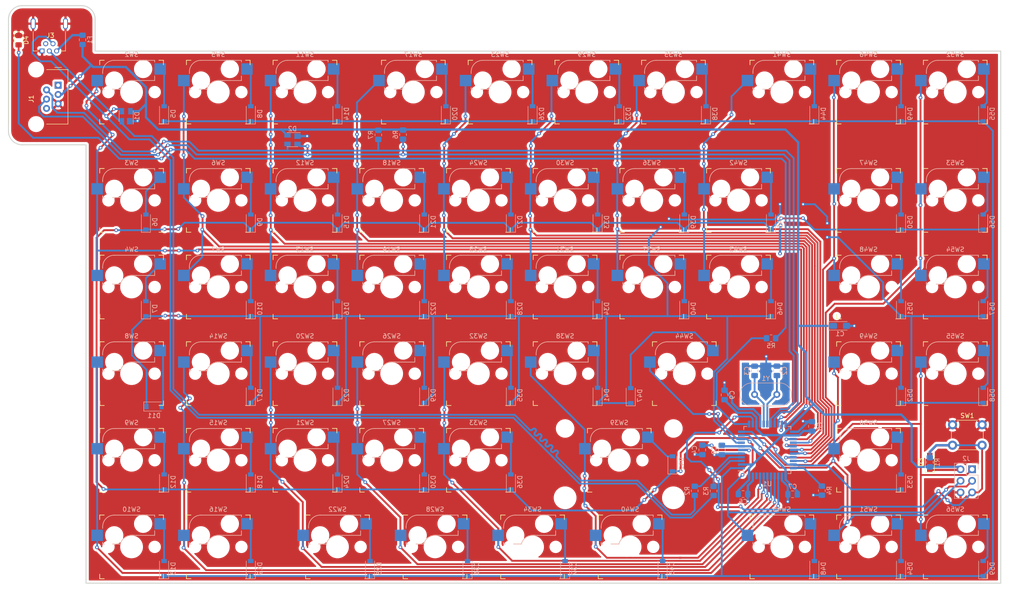
<source format=kicad_pcb>
(kicad_pcb (version 20171130) (host pcbnew 5.1.12-1.fc34)
  (layers (0 F.Cu signal) (31 B.Cu signal) (34 B.Paste user hide) (35 F.Paste user hide) (36 B.SilkS user) (37 F.SilkS user) (38 B.Mask user) (39 F.Mask user) (44 Edge.Cuts user))
  (net 0 "")
  (net 1 GND)
  (net 2 +5V)
  (net 3 "Net-(C2-Pad1)")
  (net 4 "Net-(C3-Pad2)")
  (net 5 "Net-(C4-Pad1)")
  (net 6 /D-)
  (net 7 /D+)
  (net 8 /SDA)
  (net 9 /SCL)
  (net 10 /~RST)
  (net 11 "Net-(D4-Pad2)")
  (net 12 "Net-(D5-Pad2)")
  (net 13 /ROW0)
  (net 14 "Net-(D6-Pad2)")
  (net 15 /ROW1)
  (net 16 "Net-(D7-Pad2)")
  (net 17 /ROW2)
  (net 18 "Net-(D8-Pad2)")
  (net 19 "Net-(D9-Pad2)")
  (net 20 "Net-(D10-Pad2)")
  (net 21 "Net-(D11-Pad2)")
  (net 22 "Net-(D12-Pad2)")
  (net 23 "Net-(D13-Pad2)")
  (net 24 "Net-(D14-Pad2)")
  (net 25 "Net-(D15-Pad2)")
  (net 26 "Net-(D16-Pad2)")
  (net 27 "Net-(D17-Pad2)")
  (net 28 "Net-(D18-Pad2)")
  (net 29 "Net-(D19-Pad2)")
  (net 30 "Net-(D20-Pad2)")
  (net 31 "Net-(D21-Pad2)")
  (net 32 "Net-(D22-Pad2)")
  (net 33 "Net-(D23-Pad2)")
  (net 34 "Net-(D24-Pad2)")
  (net 35 "Net-(D25-Pad2)")
  (net 36 "Net-(D26-Pad2)")
  (net 37 "Net-(D27-Pad2)")
  (net 38 "Net-(D28-Pad2)")
  (net 39 "Net-(D29-Pad2)")
  (net 40 "Net-(D30-Pad2)")
  (net 41 "Net-(D31-Pad2)")
  (net 42 "Net-(D32-Pad2)")
  (net 43 "Net-(D33-Pad2)")
  (net 44 "Net-(D34-Pad2)")
  (net 45 "Net-(D35-Pad2)")
  (net 46 "Net-(D36-Pad2)")
  (net 47 "Net-(D37-Pad2)")
  (net 48 "Net-(D38-Pad2)")
  (net 49 "Net-(D39-Pad2)")
  (net 50 "Net-(D40-Pad2)")
  (net 51 "Net-(D41-Pad2)")
  (net 52 "Net-(D42-Pad2)")
  (net 53 "Net-(D43-Pad2)")
  (net 54 "Net-(D44-Pad2)")
  (net 55 "Net-(D45-Pad2)")
  (net 56 "Net-(D46-Pad2)")
  (net 57 "Net-(D47-Pad2)")
  (net 58 "Net-(D48-Pad2)")
  (net 59 "Net-(D49-Pad2)")
  (net 60 "Net-(D50-Pad2)")
  (net 61 "Net-(D51-Pad2)")
  (net 62 "Net-(D52-Pad2)")
  (net 63 "Net-(D53-Pad2)")
  (net 64 "Net-(D54-Pad2)")
  (net 65 "Net-(D55-Pad2)")
  (net 66 "Net-(D56-Pad2)")
  (net 67 "Net-(D57-Pad2)")
  (net 68 "Net-(D58-Pad2)")
  (net 69 "Net-(D59-Pad2)")
  (net 70 "Net-(F1-Pad2)")
  (net 71 "Net-(J1-Pad1)")
  (net 72 "Net-(J1-Pad6)")
  (net 73 /COL2)
  (net 74 /COL1)
  (net 75 /COL3)
  (net 76 "Net-(J3-Pad4)")
  (net 77 /D1+)
  (net 78 /D1-)
  (net 79 "Net-(R4-Pad2)")
  (net 80 "Net-(R5-Pad1)")
  (net 81 /COL0)
  (net 82 /COL10)
  (net 83 /COL11)
  (net 84 /COL12)
  (net 85 /COL4)
  (net 86 /COL13)
  (net 87 /COL5)
  (net 88 /COL14)
  (net 89 /COL6)
  (net 90 /COL15)
  (net 91 /COL7)
  (net 92 /COL16)
  (net 93 /COL8)
  (net 94 /COL17)
  (net 95 /COL9)
  (net 96 /COL18)
  (net 97 "Net-(U1-Pad42)")
  (module keyswitches:Kailh_socket_MX (layer F.Cu) (at 109.15375 145.2625)
    (fp_text reference SW22 (at 0 -8.255) (layer B.SilkS) (effects (justify mirror)))
    (fp_text value SW_Push_45deg)
    (pad 2 smd rect (at -7.56 -2.54) (size 2.55 2.5) (layers B.Cu B.Paste B.Mask) (net 84 /COL12))
    (pad "" np_thru_hole circle (at -5.08 0) (size 1.7018 1.7018) (drill 1.7018) (layers *.Cu *.Mask))
    (pad "" np_thru_hole circle (at 5.08 0) (size 1.7018 1.7018) (drill 1.7018) (layers *.Cu *.Mask))
    (pad "" np_thru_hole circle (at 0 0) (size 3.9878 3.9878) (drill 3.9878) (layers *.Cu *.Mask))
    (pad "" np_thru_hole circle (at -3.81 -2.54) (size 3 3) (drill 3) (layers *.Cu *.Mask))
    (pad "" np_thru_hole circle (at 2.54 -5.08) (size 3 3) (drill 3) (layers *.Cu *.Mask))
    (pad 1 smd rect (at 6.29 -5.08) (size 2.55 2.5) (layers B.Cu B.Paste B.Mask) (net 35 "Net-(D25-Pad2)"))
  )
  (module keyswitches:Stabilizer_MX_2u (layer F.Cu) (at 171.06625 126.2125)
    (fp_text reference H1 hide)
    (fp_text value MountingHole hide)
    (pad "" np_thru_hole circle (at -11.9 -6.985) (size 3.048 3.048) (drill 3.048) (layers *.Cu *.Mask))
    (pad "" np_thru_hole circle (at 11.9 -6.985) (size 3.048 3.048) (drill 3.048) (layers *.Cu *.Mask))
    (pad "" np_thru_hole circle (at -11.9 8.255) (size 3.9878 3.9878) (drill 3.9878) (layers *.Cu *.Mask))
    (pad "" np_thru_hole circle (at 11.9 8.255) (size 3.9878 3.9878) (drill 3.9878) (layers *.Cu *.Mask))
  )
  (module Capacitor_SMD:C_0805_2012Metric_Pad1.18x1.45mm_HandSolder (layer B.Cu) (at 194.2 111.85 90)
    (fp_text reference C9 (at 0 1.68 90) (layer B.SilkS) (effects (justify mirror)))
    (fp_text value 100n)
    (pad 2 smd roundrect (at 1.0375 0 90) (size 1.175 1.45) (layers B.Cu B.Paste B.Mask) (roundrect_rratio 0.212766) (net 1 GND))
    (pad 1 smd roundrect (at -1.0375 0 90) (size 1.175 1.45) (layers B.Cu B.Paste B.Mask) (roundrect_rratio 0.212766) (net 2 +5V))
  )
  (module Capacitor_SMD:C_0805_2012Metric_Pad1.18x1.45mm_HandSolder (layer B.Cu) (at 200.8 106.5625 270)
    (fp_text reference C3 (at 0 1.68 90) (layer B.SilkS) (effects (justify mirror)))
    (fp_text value 22p)
    (pad 2 smd roundrect (at 1.0375 0 270) (size 1.175 1.45) (layers B.Cu B.Paste B.Mask) (roundrect_rratio 0.212766) (net 4 "Net-(C3-Pad2)"))
    (pad 1 smd roundrect (at -1.0375 0 270) (size 1.175 1.45) (layers B.Cu B.Paste B.Mask) (roundrect_rratio 0.212766) (net 1 GND))
  )
  (module Crystal:Crystal_HC49-U_Vertical (layer B.Cu) (at 205.68 111.75 180)
    (fp_text reference Y1 (at 2.44 3.525) (layer B.SilkS) (effects (justify mirror)))
    (fp_text value 16MHz)
    (pad 2 thru_hole circle (at 4.88 0 180) (size 1.5 1.5) (drill 0.8) (layers *.Cu *.Mask) (net 4 "Net-(C3-Pad2)"))
    (pad 1 thru_hole circle (at 0 0 180) (size 1.5 1.5) (drill 0.8) (layers *.Cu *.Mask) (net 3 "Net-(C2-Pad1)"))
  )
  (module Package_QFP:TQFP-44_10x10mm_P0.8mm (layer B.Cu) (at 203.6 123.95)
    (fp_text reference U1 (at 0 7.45) (layer B.SilkS) (effects (justify mirror)))
    (fp_text value ATmega32U4-AU)
    (pad 44 smd rect (at -4 5.7 270) (size 1.5 0.55) (layers B.Cu B.Paste B.Mask) (net 2 +5V))
    (pad 43 smd rect (at -3.2 5.7 270) (size 1.5 0.55) (layers B.Cu B.Paste B.Mask) (net 1 GND))
    (pad 42 smd rect (at -2.4 5.7 270) (size 1.5 0.55) (layers B.Cu B.Paste B.Mask) (net 97 "Net-(U1-Pad42)"))
    (pad 41 smd rect (at -1.6 5.7 270) (size 1.5 0.55) (layers B.Cu B.Paste B.Mask) (net 90 /COL15))
    (pad 40 smd rect (at -0.8 5.7 270) (size 1.5 0.55) (layers B.Cu B.Paste B.Mask) (net 88 /COL14))
    (pad 39 smd rect (at 0 5.7 270) (size 1.5 0.55) (layers B.Cu B.Paste B.Mask) (net 86 /COL13))
    (pad 38 smd rect (at 0.8 5.7 270) (size 1.5 0.55) (layers B.Cu B.Paste B.Mask) (net 84 /COL12))
    (pad 37 smd rect (at 1.6 5.7 270) (size 1.5 0.55) (layers B.Cu B.Paste B.Mask) (net 83 /COL11))
    (pad 36 smd rect (at 2.4 5.7 270) (size 1.5 0.55) (layers B.Cu B.Paste B.Mask) (net 82 /COL10))
    (pad 35 smd rect (at 3.2 5.7 270) (size 1.5 0.55) (layers B.Cu B.Paste B.Mask) (net 1 GND))
    (pad 34 smd rect (at 4 5.7 270) (size 1.5 0.55) (layers B.Cu B.Paste B.Mask) (net 2 +5V))
    (pad 33 smd rect (at 5.7 4) (size 1.5 0.55) (layers B.Cu B.Paste B.Mask) (net 79 "Net-(R4-Pad2)"))
    (pad 32 smd rect (at 5.7 3.2) (size 1.5 0.55) (layers B.Cu B.Paste B.Mask) (net 15 /ROW1))
    (pad 31 smd rect (at 5.7 2.4) (size 1.5 0.55) (layers B.Cu B.Paste B.Mask) (net 95 /COL9))
    (pad 30 smd rect (at 5.7 1.6) (size 1.5 0.55) (layers B.Cu B.Paste B.Mask) (net 93 /COL8))
    (pad 29 smd rect (at 5.7 0.8) (size 1.5 0.55) (layers B.Cu B.Paste B.Mask) (net 91 /COL7))
    (pad 28 smd rect (at 5.7 0) (size 1.5 0.55) (layers B.Cu B.Paste B.Mask) (net 89 /COL6))
    (pad 27 smd rect (at 5.7 -0.8) (size 1.5 0.55) (layers B.Cu B.Paste B.Mask) (net 87 /COL5))
    (pad 26 smd rect (at 5.7 -1.6) (size 1.5 0.55) (layers B.Cu B.Paste B.Mask) (net 85 /COL4))
    (pad 25 smd rect (at 5.7 -2.4) (size 1.5 0.55) (layers B.Cu B.Paste B.Mask) (net 75 /COL3))
    (pad 24 smd rect (at 5.7 -3.2) (size 1.5 0.55) (layers B.Cu B.Paste B.Mask) (net 2 +5V))
    (pad 23 smd rect (at 5.7 -4) (size 1.5 0.55) (layers B.Cu B.Paste B.Mask) (net 1 GND))
    (pad 22 smd rect (at 4 -5.7 270) (size 1.5 0.55) (layers B.Cu B.Paste B.Mask) (net 73 /COL2))
    (pad 21 smd rect (at 3.2 -5.7 270) (size 1.5 0.55) (layers B.Cu B.Paste B.Mask) (net 74 /COL1))
    (pad 20 smd rect (at 2.4 -5.7 270) (size 1.5 0.55) (layers B.Cu B.Paste B.Mask) (net 81 /COL0))
    (pad 19 smd rect (at 1.6 -5.7 270) (size 1.5 0.55) (layers B.Cu B.Paste B.Mask) (net 8 /SDA))
    (pad 18 smd rect (at 0.8 -5.7 270) (size 1.5 0.55) (layers B.Cu B.Paste B.Mask) (net 9 /SCL))
    (pad 17 smd rect (at 0 -5.7 270) (size 1.5 0.55) (layers B.Cu B.Paste B.Mask) (net 3 "Net-(C2-Pad1)"))
    (pad 16 smd rect (at -0.8 -5.7 270) (size 1.5 0.55) (layers B.Cu B.Paste B.Mask) (net 4 "Net-(C3-Pad2)"))
    (pad 15 smd rect (at -1.6 -5.7 270) (size 1.5 0.55) (layers B.Cu B.Paste B.Mask) (net 1 GND))
    (pad 14 smd rect (at -2.4 -5.7 270) (size 1.5 0.55) (layers B.Cu B.Paste B.Mask) (net 2 +5V))
    (pad 13 smd rect (at -3.2 -5.7 270) (size 1.5 0.55) (layers B.Cu B.Paste B.Mask) (net 10 /~RST))
    (pad 12 smd rect (at -4 -5.7 270) (size 1.5 0.55) (layers B.Cu B.Paste B.Mask) (net 80 "Net-(R5-Pad1)"))
    (pad 11 smd rect (at -5.7 -4) (size 1.5 0.55) (layers B.Cu B.Paste B.Mask) (net 96 /COL18))
    (pad 10 smd rect (at -5.7 -3.2) (size 1.5 0.55) (layers B.Cu B.Paste B.Mask) (net 94 /COL17))
    (pad 9 smd rect (at -5.7 -2.4) (size 1.5 0.55) (layers B.Cu B.Paste B.Mask) (net 92 /COL16))
    (pad 8 smd rect (at -5.7 -1.6) (size 1.5 0.55) (layers B.Cu B.Paste B.Mask) (net 17 /ROW2))
    (pad 7 smd rect (at -5.7 -0.8) (size 1.5 0.55) (layers B.Cu B.Paste B.Mask) (net 2 +5V))
    (pad 6 smd rect (at -5.7 0) (size 1.5 0.55) (layers B.Cu B.Paste B.Mask) (net 5 "Net-(C4-Pad1)"))
    (pad 5 smd rect (at -5.7 0.8) (size 1.5 0.55) (layers B.Cu B.Paste B.Mask) (net 1 GND))
    (pad 4 smd rect (at -5.7 1.6) (size 1.5 0.55) (layers B.Cu B.Paste B.Mask) (net 77 /D1+))
    (pad 3 smd rect (at -5.7 2.4) (size 1.5 0.55) (layers B.Cu B.Paste B.Mask) (net 78 /D1-))
    (pad 2 smd rect (at -5.7 3.2) (size 1.5 0.55) (layers B.Cu B.Paste B.Mask) (net 2 +5V))
    (pad 1 smd rect (at -5.7 4) (size 1.5 0.55) (layers B.Cu B.Paste B.Mask) (net 13 /ROW0))
  )
  (module keyswitches:Kailh_socket_MX (layer F.Cu) (at 244.885 145.2625)
    (fp_text reference SW56 (at 0 -8.255) (layer B.SilkS) (effects (justify mirror)))
    (fp_text value SW_Push_45deg)
    (pad 2 smd rect (at -7.56 -2.54) (size 2.55 2.5) (layers B.Cu B.Paste B.Mask) (net 96 /COL18))
    (pad "" np_thru_hole circle (at -5.08 0) (size 1.7018 1.7018) (drill 1.7018) (layers *.Cu *.Mask))
    (pad "" np_thru_hole circle (at 5.08 0) (size 1.7018 1.7018) (drill 1.7018) (layers *.Cu *.Mask))
    (pad "" np_thru_hole circle (at 0 0) (size 3.9878 3.9878) (drill 3.9878) (layers *.Cu *.Mask))
    (pad "" np_thru_hole circle (at -3.81 -2.54) (size 3 3) (drill 3) (layers *.Cu *.Mask))
    (pad "" np_thru_hole circle (at 2.54 -5.08) (size 3 3) (drill 3) (layers *.Cu *.Mask))
    (pad 1 smd rect (at 6.29 -5.08) (size 2.55 2.5) (layers B.Cu B.Paste B.Mask) (net 69 "Net-(D59-Pad2)"))
  )
  (module keyswitches:Kailh_socket_MX (layer F.Cu) (at 244.885 107.1625)
    (fp_text reference SW55 (at 0 -8.255) (layer B.SilkS) (effects (justify mirror)))
    (fp_text value SW_Push_45deg)
    (pad 2 smd rect (at -7.56 -2.54) (size 2.55 2.5) (layers B.Cu B.Paste B.Mask) (net 96 /COL18))
    (pad "" np_thru_hole circle (at -5.08 0) (size 1.7018 1.7018) (drill 1.7018) (layers *.Cu *.Mask))
    (pad "" np_thru_hole circle (at 5.08 0) (size 1.7018 1.7018) (drill 1.7018) (layers *.Cu *.Mask))
    (pad "" np_thru_hole circle (at 0 0) (size 3.9878 3.9878) (drill 3.9878) (layers *.Cu *.Mask))
    (pad "" np_thru_hole circle (at -3.81 -2.54) (size 3 3) (drill 3) (layers *.Cu *.Mask))
    (pad "" np_thru_hole circle (at 2.54 -5.08) (size 3 3) (drill 3) (layers *.Cu *.Mask))
    (pad 1 smd rect (at 6.29 -5.08) (size 2.55 2.5) (layers B.Cu B.Paste B.Mask) (net 68 "Net-(D58-Pad2)"))
  )
  (module keyswitches:Kailh_socket_MX (layer F.Cu) (at 244.885 88.1125)
    (fp_text reference SW54 (at 0 -8.255) (layer B.SilkS) (effects (justify mirror)))
    (fp_text value SW_Push_45deg)
    (pad 2 smd rect (at -7.56 -2.54) (size 2.55 2.5) (layers B.Cu B.Paste B.Mask) (net 95 /COL9))
    (pad "" np_thru_hole circle (at -5.08 0) (size 1.7018 1.7018) (drill 1.7018) (layers *.Cu *.Mask))
    (pad "" np_thru_hole circle (at 5.08 0) (size 1.7018 1.7018) (drill 1.7018) (layers *.Cu *.Mask))
    (pad "" np_thru_hole circle (at 0 0) (size 3.9878 3.9878) (drill 3.9878) (layers *.Cu *.Mask))
    (pad "" np_thru_hole circle (at -3.81 -2.54) (size 3 3) (drill 3) (layers *.Cu *.Mask))
    (pad "" np_thru_hole circle (at 2.54 -5.08) (size 3 3) (drill 3) (layers *.Cu *.Mask))
    (pad 1 smd rect (at 6.29 -5.08) (size 2.55 2.5) (layers B.Cu B.Paste B.Mask) (net 67 "Net-(D57-Pad2)"))
  )
  (module keyswitches:Kailh_socket_MX (layer F.Cu) (at 244.885 69.0625)
    (fp_text reference SW53 (at 0 -8.255) (layer B.SilkS) (effects (justify mirror)))
    (fp_text value SW_Push_45deg)
    (pad 2 smd rect (at -7.56 -2.54) (size 2.55 2.5) (layers B.Cu B.Paste B.Mask) (net 95 /COL9))
    (pad "" np_thru_hole circle (at -5.08 0) (size 1.7018 1.7018) (drill 1.7018) (layers *.Cu *.Mask))
    (pad "" np_thru_hole circle (at 5.08 0) (size 1.7018 1.7018) (drill 1.7018) (layers *.Cu *.Mask))
    (pad "" np_thru_hole circle (at 0 0) (size 3.9878 3.9878) (drill 3.9878) (layers *.Cu *.Mask))
    (pad "" np_thru_hole circle (at -3.81 -2.54) (size 3 3) (drill 3) (layers *.Cu *.Mask))
    (pad "" np_thru_hole circle (at 2.54 -5.08) (size 3 3) (drill 3) (layers *.Cu *.Mask))
    (pad 1 smd rect (at 6.29 -5.08) (size 2.55 2.5) (layers B.Cu B.Paste B.Mask) (net 66 "Net-(D56-Pad2)"))
  )
  (module keyswitches:Kailh_socket_MX (layer F.Cu) (at 244.885 45.25)
    (fp_text reference SW52 (at 0 -8.255) (layer B.SilkS) (effects (justify mirror)))
    (fp_text value SW_Push_45deg)
    (pad 2 smd rect (at -7.56 -2.54) (size 2.55 2.5) (layers B.Cu B.Paste B.Mask) (net 95 /COL9))
    (pad "" np_thru_hole circle (at -5.08 0) (size 1.7018 1.7018) (drill 1.7018) (layers *.Cu *.Mask))
    (pad "" np_thru_hole circle (at 5.08 0) (size 1.7018 1.7018) (drill 1.7018) (layers *.Cu *.Mask))
    (pad "" np_thru_hole circle (at 0 0) (size 3.9878 3.9878) (drill 3.9878) (layers *.Cu *.Mask))
    (pad "" np_thru_hole circle (at -3.81 -2.54) (size 3 3) (drill 3) (layers *.Cu *.Mask))
    (pad "" np_thru_hole circle (at 2.54 -5.08) (size 3 3) (drill 3) (layers *.Cu *.Mask))
    (pad 1 smd rect (at 6.29 -5.08) (size 2.55 2.5) (layers B.Cu B.Paste B.Mask) (net 65 "Net-(D55-Pad2)"))
  )
  (module keyswitches:Kailh_socket_MX (layer F.Cu) (at 225.835 145.2625)
    (fp_text reference SW51 (at 0 -8.255) (layer B.SilkS) (effects (justify mirror)))
    (fp_text value SW_Push_45deg)
    (pad 2 smd rect (at -7.56 -2.54) (size 2.55 2.5) (layers B.Cu B.Paste B.Mask) (net 94 /COL17))
    (pad "" np_thru_hole circle (at -5.08 0) (size 1.7018 1.7018) (drill 1.7018) (layers *.Cu *.Mask))
    (pad "" np_thru_hole circle (at 5.08 0) (size 1.7018 1.7018) (drill 1.7018) (layers *.Cu *.Mask))
    (pad "" np_thru_hole circle (at 0 0) (size 3.9878 3.9878) (drill 3.9878) (layers *.Cu *.Mask))
    (pad "" np_thru_hole circle (at -3.81 -2.54) (size 3 3) (drill 3) (layers *.Cu *.Mask))
    (pad "" np_thru_hole circle (at 2.54 -5.08) (size 3 3) (drill 3) (layers *.Cu *.Mask))
    (pad 1 smd rect (at 6.29 -5.08) (size 2.55 2.5) (layers B.Cu B.Paste B.Mask) (net 64 "Net-(D54-Pad2)"))
  )
  (module keyswitches:Kailh_socket_MX (layer F.Cu) (at 225.835 126.2125)
    (fp_text reference SW50 (at 0 -8.255) (layer B.SilkS) (effects (justify mirror)))
    (fp_text value SW_Push_45deg)
    (pad 2 smd rect (at -7.56 -2.54) (size 2.55 2.5) (layers B.Cu B.Paste B.Mask) (net 94 /COL17))
    (pad "" np_thru_hole circle (at -5.08 0) (size 1.7018 1.7018) (drill 1.7018) (layers *.Cu *.Mask))
    (pad "" np_thru_hole circle (at 5.08 0) (size 1.7018 1.7018) (drill 1.7018) (layers *.Cu *.Mask))
    (pad "" np_thru_hole circle (at 0 0) (size 3.9878 3.9878) (drill 3.9878) (layers *.Cu *.Mask))
    (pad "" np_thru_hole circle (at -3.81 -2.54) (size 3 3) (drill 3) (layers *.Cu *.Mask))
    (pad "" np_thru_hole circle (at 2.54 -5.08) (size 3 3) (drill 3) (layers *.Cu *.Mask))
    (pad 1 smd rect (at 6.29 -5.08) (size 2.55 2.5) (layers B.Cu B.Paste B.Mask) (net 63 "Net-(D53-Pad2)"))
  )
  (module keyswitches:Kailh_socket_MX (layer F.Cu) (at 225.835 107.1625)
    (fp_text reference SW49 (at 0 -8.255) (layer B.SilkS) (effects (justify mirror)))
    (fp_text value SW_Push_45deg)
    (pad 2 smd rect (at -7.56 -2.54) (size 2.55 2.5) (layers B.Cu B.Paste B.Mask) (net 94 /COL17))
    (pad "" np_thru_hole circle (at -5.08 0) (size 1.7018 1.7018) (drill 1.7018) (layers *.Cu *.Mask))
    (pad "" np_thru_hole circle (at 5.08 0) (size 1.7018 1.7018) (drill 1.7018) (layers *.Cu *.Mask))
    (pad "" np_thru_hole circle (at 0 0) (size 3.9878 3.9878) (drill 3.9878) (layers *.Cu *.Mask))
    (pad "" np_thru_hole circle (at -3.81 -2.54) (size 3 3) (drill 3) (layers *.Cu *.Mask))
    (pad "" np_thru_hole circle (at 2.54 -5.08) (size 3 3) (drill 3) (layers *.Cu *.Mask))
    (pad 1 smd rect (at 6.29 -5.08) (size 2.55 2.5) (layers B.Cu B.Paste B.Mask) (net 62 "Net-(D52-Pad2)"))
  )
  (module keyswitches:Kailh_socket_MX (layer F.Cu) (at 225.835 88.1125)
    (fp_text reference SW48 (at 0 -8.255) (layer B.SilkS) (effects (justify mirror)))
    (fp_text value SW_Push_45deg)
    (pad 2 smd rect (at -7.56 -2.54) (size 2.55 2.5) (layers B.Cu B.Paste B.Mask) (net 93 /COL8))
    (pad "" np_thru_hole circle (at -5.08 0) (size 1.7018 1.7018) (drill 1.7018) (layers *.Cu *.Mask))
    (pad "" np_thru_hole circle (at 5.08 0) (size 1.7018 1.7018) (drill 1.7018) (layers *.Cu *.Mask))
    (pad "" np_thru_hole circle (at 0 0) (size 3.9878 3.9878) (drill 3.9878) (layers *.Cu *.Mask))
    (pad "" np_thru_hole circle (at -3.81 -2.54) (size 3 3) (drill 3) (layers *.Cu *.Mask))
    (pad "" np_thru_hole circle (at 2.54 -5.08) (size 3 3) (drill 3) (layers *.Cu *.Mask))
    (pad 1 smd rect (at 6.29 -5.08) (size 2.55 2.5) (layers B.Cu B.Paste B.Mask) (net 61 "Net-(D51-Pad2)"))
  )
  (module keyswitches:Kailh_socket_MX (layer F.Cu) (at 225.835 69.0625)
    (fp_text reference SW47 (at 0 -8.255) (layer B.SilkS) (effects (justify mirror)))
    (fp_text value SW_Push_45deg)
    (pad 2 smd rect (at -7.56 -2.54) (size 2.55 2.5) (layers B.Cu B.Paste B.Mask) (net 93 /COL8))
    (pad "" np_thru_hole circle (at -5.08 0) (size 1.7018 1.7018) (drill 1.7018) (layers *.Cu *.Mask))
    (pad "" np_thru_hole circle (at 5.08 0) (size 1.7018 1.7018) (drill 1.7018) (layers *.Cu *.Mask))
    (pad "" np_thru_hole circle (at 0 0) (size 3.9878 3.9878) (drill 3.9878) (layers *.Cu *.Mask))
    (pad "" np_thru_hole circle (at -3.81 -2.54) (size 3 3) (drill 3) (layers *.Cu *.Mask))
    (pad "" np_thru_hole circle (at 2.54 -5.08) (size 3 3) (drill 3) (layers *.Cu *.Mask))
    (pad 1 smd rect (at 6.29 -5.08) (size 2.55 2.5) (layers B.Cu B.Paste B.Mask) (net 60 "Net-(D50-Pad2)"))
  )
  (module keyswitches:Kailh_socket_MX (layer F.Cu) (at 225.835 45.25)
    (fp_text reference SW46 (at 0 -8.255) (layer B.SilkS) (effects (justify mirror)))
    (fp_text value SW_Push_45deg)
    (pad 2 smd rect (at -7.56 -2.54) (size 2.55 2.5) (layers B.Cu B.Paste B.Mask) (net 93 /COL8))
    (pad "" np_thru_hole circle (at -5.08 0) (size 1.7018 1.7018) (drill 1.7018) (layers *.Cu *.Mask))
    (pad "" np_thru_hole circle (at 5.08 0) (size 1.7018 1.7018) (drill 1.7018) (layers *.Cu *.Mask))
    (pad "" np_thru_hole circle (at 0 0) (size 3.9878 3.9878) (drill 3.9878) (layers *.Cu *.Mask))
    (pad "" np_thru_hole circle (at -3.81 -2.54) (size 3 3) (drill 3) (layers *.Cu *.Mask))
    (pad "" np_thru_hole circle (at 2.54 -5.08) (size 3 3) (drill 3) (layers *.Cu *.Mask))
    (pad 1 smd rect (at 6.29 -5.08) (size 2.55 2.5) (layers B.Cu B.Paste B.Mask) (net 59 "Net-(D49-Pad2)"))
  )
  (module keyswitches:Kailh_socket_MX (layer F.Cu) (at 206.785 145.2625)
    (fp_text reference SW45 (at 0 -8.255) (layer B.SilkS) (effects (justify mirror)))
    (fp_text value SW_Push_45deg)
    (pad 2 smd rect (at -7.56 -2.54) (size 2.55 2.5) (layers B.Cu B.Paste B.Mask) (net 92 /COL16))
    (pad "" np_thru_hole circle (at -5.08 0) (size 1.7018 1.7018) (drill 1.7018) (layers *.Cu *.Mask))
    (pad "" np_thru_hole circle (at 5.08 0) (size 1.7018 1.7018) (drill 1.7018) (layers *.Cu *.Mask))
    (pad "" np_thru_hole circle (at 0 0) (size 3.9878 3.9878) (drill 3.9878) (layers *.Cu *.Mask))
    (pad "" np_thru_hole circle (at -3.81 -2.54) (size 3 3) (drill 3) (layers *.Cu *.Mask))
    (pad "" np_thru_hole circle (at 2.54 -5.08) (size 3 3) (drill 3) (layers *.Cu *.Mask))
    (pad 1 smd rect (at 6.29 -5.08) (size 2.55 2.5) (layers B.Cu B.Paste B.Mask) (net 58 "Net-(D48-Pad2)"))
  )
  (module keyswitches:Kailh_socket_MX (layer F.Cu) (at 185.35375 107.1625)
    (fp_text reference SW44 (at 0 -8.255) (layer B.SilkS) (effects (justify mirror)))
    (fp_text value SW_Push_45deg)
    (pad 2 smd rect (at -7.56 -2.54) (size 2.55 2.5) (layers B.Cu B.Paste B.Mask) (net 92 /COL16))
    (pad "" np_thru_hole circle (at -5.08 0) (size 1.7018 1.7018) (drill 1.7018) (layers *.Cu *.Mask))
    (pad "" np_thru_hole circle (at 5.08 0) (size 1.7018 1.7018) (drill 1.7018) (layers *.Cu *.Mask))
    (pad "" np_thru_hole circle (at 0 0) (size 3.9878 3.9878) (drill 3.9878) (layers *.Cu *.Mask))
    (pad "" np_thru_hole circle (at -3.81 -2.54) (size 3 3) (drill 3) (layers *.Cu *.Mask))
    (pad "" np_thru_hole circle (at 2.54 -5.08) (size 3 3) (drill 3) (layers *.Cu *.Mask))
    (pad 1 smd rect (at 6.29 -5.08) (size 2.55 2.5) (layers B.Cu B.Paste B.Mask) (net 57 "Net-(D47-Pad2)"))
  )
  (module keyswitches:Kailh_socket_MX (layer F.Cu) (at 197.26 88.1125)
    (fp_text reference SW43 (at 0 -8.255) (layer B.SilkS) (effects (justify mirror)))
    (fp_text value SW_Push_45deg)
    (pad 2 smd rect (at -7.56 -2.54) (size 2.55 2.5) (layers B.Cu B.Paste B.Mask) (net 91 /COL7))
    (pad "" np_thru_hole circle (at -5.08 0) (size 1.7018 1.7018) (drill 1.7018) (layers *.Cu *.Mask))
    (pad "" np_thru_hole circle (at 5.08 0) (size 1.7018 1.7018) (drill 1.7018) (layers *.Cu *.Mask))
    (pad "" np_thru_hole circle (at 0 0) (size 3.9878 3.9878) (drill 3.9878) (layers *.Cu *.Mask))
    (pad "" np_thru_hole circle (at -3.81 -2.54) (size 3 3) (drill 3) (layers *.Cu *.Mask))
    (pad "" np_thru_hole circle (at 2.54 -5.08) (size 3 3) (drill 3) (layers *.Cu *.Mask))
    (pad 1 smd rect (at 6.29 -5.08) (size 2.55 2.5) (layers B.Cu B.Paste B.Mask) (net 56 "Net-(D46-Pad2)"))
  )
  (module keyswitches:Kailh_socket_MX (layer F.Cu) (at 197.26 69.0625)
    (fp_text reference SW42 (at 0 -8.255) (layer B.SilkS) (effects (justify mirror)))
    (fp_text value SW_Push_45deg)
    (pad 2 smd rect (at -7.56 -2.54) (size 2.55 2.5) (layers B.Cu B.Paste B.Mask) (net 91 /COL7))
    (pad "" np_thru_hole circle (at -5.08 0) (size 1.7018 1.7018) (drill 1.7018) (layers *.Cu *.Mask))
    (pad "" np_thru_hole circle (at 5.08 0) (size 1.7018 1.7018) (drill 1.7018) (layers *.Cu *.Mask))
    (pad "" np_thru_hole circle (at 0 0) (size 3.9878 3.9878) (drill 3.9878) (layers *.Cu *.Mask))
    (pad "" np_thru_hole circle (at -3.81 -2.54) (size 3 3) (drill 3) (layers *.Cu *.Mask))
    (pad "" np_thru_hole circle (at 2.54 -5.08) (size 3 3) (drill 3) (layers *.Cu *.Mask))
    (pad 1 smd rect (at 6.29 -5.08) (size 2.55 2.5) (layers B.Cu B.Paste B.Mask) (net 55 "Net-(D45-Pad2)"))
  )
  (module keyswitches:Kailh_socket_MX (layer F.Cu) (at 206.785 45.25)
    (fp_text reference SW41 (at 0 -8.255) (layer B.SilkS) (effects (justify mirror)))
    (fp_text value SW_Push_45deg)
    (pad 2 smd rect (at -7.56 -2.54) (size 2.55 2.5) (layers B.Cu B.Paste B.Mask) (net 91 /COL7))
    (pad "" np_thru_hole circle (at -5.08 0) (size 1.7018 1.7018) (drill 1.7018) (layers *.Cu *.Mask))
    (pad "" np_thru_hole circle (at 5.08 0) (size 1.7018 1.7018) (drill 1.7018) (layers *.Cu *.Mask))
    (pad "" np_thru_hole circle (at 0 0) (size 3.9878 3.9878) (drill 3.9878) (layers *.Cu *.Mask))
    (pad "" np_thru_hole circle (at -3.81 -2.54) (size 3 3) (drill 3) (layers *.Cu *.Mask))
    (pad "" np_thru_hole circle (at 2.54 -5.08) (size 3 3) (drill 3) (layers *.Cu *.Mask))
    (pad 1 smd rect (at 6.29 -5.08) (size 2.55 2.5) (layers B.Cu B.Paste B.Mask) (net 54 "Net-(D44-Pad2)"))
  )
  (module keyswitches:Kailh_socket_MX (layer F.Cu) (at 173.4475 145.2625)
    (fp_text reference SW40 (at 0 -8.255) (layer B.SilkS) (effects (justify mirror)))
    (fp_text value SW_Push_45deg)
    (pad 2 smd rect (at -7.56 -2.54) (size 2.55 2.5) (layers B.Cu B.Paste B.Mask) (net 90 /COL15))
    (pad "" np_thru_hole circle (at -5.08 0) (size 1.7018 1.7018) (drill 1.7018) (layers *.Cu *.Mask))
    (pad "" np_thru_hole circle (at 5.08 0) (size 1.7018 1.7018) (drill 1.7018) (layers *.Cu *.Mask))
    (pad "" np_thru_hole circle (at 0 0) (size 3.9878 3.9878) (drill 3.9878) (layers *.Cu *.Mask))
    (pad "" np_thru_hole circle (at -3.81 -2.54) (size 3 3) (drill 3) (layers *.Cu *.Mask))
    (pad "" np_thru_hole circle (at 2.54 -5.08) (size 3 3) (drill 3) (layers *.Cu *.Mask))
    (pad 1 smd rect (at 6.29 -5.08) (size 2.55 2.5) (layers B.Cu B.Paste B.Mask) (net 53 "Net-(D43-Pad2)"))
  )
  (module keyswitches:Kailh_socket_MX (layer F.Cu) (at 171.06625 126.2125)
    (fp_text reference SW39 (at 0 -8.255) (layer B.SilkS) (effects (justify mirror)))
    (fp_text value SW_Push_45deg)
    (pad 2 smd rect (at -7.56 -2.54) (size 2.55 2.5) (layers B.Cu B.Paste B.Mask) (net 90 /COL15))
    (pad "" np_thru_hole circle (at -5.08 0) (size 1.7018 1.7018) (drill 1.7018) (layers *.Cu *.Mask))
    (pad "" np_thru_hole circle (at 5.08 0) (size 1.7018 1.7018) (drill 1.7018) (layers *.Cu *.Mask))
    (pad "" np_thru_hole circle (at 0 0) (size 3.9878 3.9878) (drill 3.9878) (layers *.Cu *.Mask))
    (pad "" np_thru_hole circle (at -3.81 -2.54) (size 3 3) (drill 3) (layers *.Cu *.Mask))
    (pad "" np_thru_hole circle (at 2.54 -5.08) (size 3 3) (drill 3) (layers *.Cu *.Mask))
    (pad 1 smd rect (at 6.29 -5.08) (size 2.55 2.5) (layers B.Cu B.Paste B.Mask) (net 52 "Net-(D42-Pad2)"))
  )
  (module keyswitches:Kailh_socket_MX (layer F.Cu) (at 159.16 107.1625)
    (fp_text reference SW38 (at 0 -8.255) (layer B.SilkS) (effects (justify mirror)))
    (fp_text value SW_Push_45deg)
    (pad 2 smd rect (at -7.56 -2.54) (size 2.55 2.5) (layers B.Cu B.Paste B.Mask) (net 90 /COL15))
    (pad "" np_thru_hole circle (at -5.08 0) (size 1.7018 1.7018) (drill 1.7018) (layers *.Cu *.Mask))
    (pad "" np_thru_hole circle (at 5.08 0) (size 1.7018 1.7018) (drill 1.7018) (layers *.Cu *.Mask))
    (pad "" np_thru_hole circle (at 0 0) (size 3.9878 3.9878) (drill 3.9878) (layers *.Cu *.Mask))
    (pad "" np_thru_hole circle (at -3.81 -2.54) (size 3 3) (drill 3) (layers *.Cu *.Mask))
    (pad "" np_thru_hole circle (at 2.54 -5.08) (size 3 3) (drill 3) (layers *.Cu *.Mask))
    (pad 1 smd rect (at 6.29 -5.08) (size 2.55 2.5) (layers B.Cu B.Paste B.Mask) (net 51 "Net-(D41-Pad2)"))
  )
  (module keyswitches:Kailh_socket_MX (layer F.Cu) (at 178.21 88.1125)
    (fp_text reference SW37 (at 0 -8.255) (layer B.SilkS) (effects (justify mirror)))
    (fp_text value SW_Push_45deg)
    (pad 2 smd rect (at -7.56 -2.54) (size 2.55 2.5) (layers B.Cu B.Paste B.Mask) (net 89 /COL6))
    (pad "" np_thru_hole circle (at -5.08 0) (size 1.7018 1.7018) (drill 1.7018) (layers *.Cu *.Mask))
    (pad "" np_thru_hole circle (at 5.08 0) (size 1.7018 1.7018) (drill 1.7018) (layers *.Cu *.Mask))
    (pad "" np_thru_hole circle (at 0 0) (size 3.9878 3.9878) (drill 3.9878) (layers *.Cu *.Mask))
    (pad "" np_thru_hole circle (at -3.81 -2.54) (size 3 3) (drill 3) (layers *.Cu *.Mask))
    (pad "" np_thru_hole circle (at 2.54 -5.08) (size 3 3) (drill 3) (layers *.Cu *.Mask))
    (pad 1 smd rect (at 6.29 -5.08) (size 2.55 2.5) (layers B.Cu B.Paste B.Mask) (net 50 "Net-(D40-Pad2)"))
  )
  (module keyswitches:Kailh_socket_MX (layer F.Cu) (at 178.21 69.0625)
    (fp_text reference SW36 (at 0 -8.255) (layer B.SilkS) (effects (justify mirror)))
    (fp_text value SW_Push_45deg)
    (pad 2 smd rect (at -7.56 -2.54) (size 2.55 2.5) (layers B.Cu B.Paste B.Mask) (net 89 /COL6))
    (pad "" np_thru_hole circle (at -5.08 0) (size 1.7018 1.7018) (drill 1.7018) (layers *.Cu *.Mask))
    (pad "" np_thru_hole circle (at 5.08 0) (size 1.7018 1.7018) (drill 1.7018) (layers *.Cu *.Mask))
    (pad "" np_thru_hole circle (at 0 0) (size 3.9878 3.9878) (drill 3.9878) (layers *.Cu *.Mask))
    (pad "" np_thru_hole circle (at -3.81 -2.54) (size 3 3) (drill 3) (layers *.Cu *.Mask))
    (pad "" np_thru_hole circle (at 2.54 -5.08) (size 3 3) (drill 3) (layers *.Cu *.Mask))
    (pad 1 smd rect (at 6.29 -5.08) (size 2.55 2.5) (layers B.Cu B.Paste B.Mask) (net 49 "Net-(D39-Pad2)"))
  )
  (module keyswitches:Kailh_socket_MX (layer F.Cu) (at 182.9725 45.25)
    (fp_text reference SW35 (at 0 -8.255) (layer B.SilkS) (effects (justify mirror)))
    (fp_text value SW_Push_45deg)
    (pad 2 smd rect (at -7.56 -2.54) (size 2.55 2.5) (layers B.Cu B.Paste B.Mask) (net 89 /COL6))
    (pad "" np_thru_hole circle (at -5.08 0) (size 1.7018 1.7018) (drill 1.7018) (layers *.Cu *.Mask))
    (pad "" np_thru_hole circle (at 5.08 0) (size 1.7018 1.7018) (drill 1.7018) (layers *.Cu *.Mask))
    (pad "" np_thru_hole circle (at 0 0) (size 3.9878 3.9878) (drill 3.9878) (layers *.Cu *.Mask))
    (pad "" np_thru_hole circle (at -3.81 -2.54) (size 3 3) (drill 3) (layers *.Cu *.Mask))
    (pad "" np_thru_hole circle (at 2.54 -5.08) (size 3 3) (drill 3) (layers *.Cu *.Mask))
    (pad 1 smd rect (at 6.29 -5.08) (size 2.55 2.5) (layers B.Cu B.Paste B.Mask) (net 48 "Net-(D38-Pad2)"))
  )
  (module keyswitches:Kailh_socket_MX (layer F.Cu) (at 152.01625 145.2625)
    (fp_text reference SW34 (at 0 -8.255) (layer B.SilkS) (effects (justify mirror)))
    (fp_text value SW_Push_45deg)
    (pad 2 smd rect (at -7.56 -2.54) (size 2.55 2.5) (layers B.Cu B.Paste B.Mask) (net 88 /COL14))
    (pad "" np_thru_hole circle (at -5.08 0) (size 1.7018 1.7018) (drill 1.7018) (layers *.Cu *.Mask))
    (pad "" np_thru_hole circle (at 5.08 0) (size 1.7018 1.7018) (drill 1.7018) (layers *.Cu *.Mask))
    (pad "" np_thru_hole circle (at 0 0) (size 3.9878 3.9878) (drill 3.9878) (layers *.Cu *.Mask))
    (pad "" np_thru_hole circle (at -3.81 -2.54) (size 3 3) (drill 3) (layers *.Cu *.Mask))
    (pad "" np_thru_hole circle (at 2.54 -5.08) (size 3 3) (drill 3) (layers *.Cu *.Mask))
    (pad 1 smd rect (at 6.29 -5.08) (size 2.55 2.5) (layers B.Cu B.Paste B.Mask) (net 47 "Net-(D37-Pad2)"))
  )
  (module keyswitches:Kailh_socket_MX (layer F.Cu) (at 140.11 126.2125)
    (fp_text reference SW33 (at 0 -8.255) (layer B.SilkS) (effects (justify mirror)))
    (fp_text value SW_Push_45deg)
    (pad 2 smd rect (at -7.56 -2.54) (size 2.55 2.5) (layers B.Cu B.Paste B.Mask) (net 88 /COL14))
    (pad "" np_thru_hole circle (at -5.08 0) (size 1.7018 1.7018) (drill 1.7018) (layers *.Cu *.Mask))
    (pad "" np_thru_hole circle (at 5.08 0) (size 1.7018 1.7018) (drill 1.7018) (layers *.Cu *.Mask))
    (pad "" np_thru_hole circle (at 0 0) (size 3.9878 3.9878) (drill 3.9878) (layers *.Cu *.Mask))
    (pad "" np_thru_hole circle (at -3.81 -2.54) (size 3 3) (drill 3) (layers *.Cu *.Mask))
    (pad "" np_thru_hole circle (at 2.54 -5.08) (size 3 3) (drill 3) (layers *.Cu *.Mask))
    (pad 1 smd rect (at 6.29 -5.08) (size 2.55 2.5) (layers B.Cu B.Paste B.Mask) (net 46 "Net-(D36-Pad2)"))
  )
  (module keyswitches:Kailh_socket_MX (layer F.Cu) (at 140.11 107.1625)
    (fp_text reference SW32 (at 0 -8.255) (layer B.SilkS) (effects (justify mirror)))
    (fp_text value SW_Push_45deg)
    (pad 2 smd rect (at -7.56 -2.54) (size 2.55 2.5) (layers B.Cu B.Paste B.Mask) (net 88 /COL14))
    (pad "" np_thru_hole circle (at -5.08 0) (size 1.7018 1.7018) (drill 1.7018) (layers *.Cu *.Mask))
    (pad "" np_thru_hole circle (at 5.08 0) (size 1.7018 1.7018) (drill 1.7018) (layers *.Cu *.Mask))
    (pad "" np_thru_hole circle (at 0 0) (size 3.9878 3.9878) (drill 3.9878) (layers *.Cu *.Mask))
    (pad "" np_thru_hole circle (at -3.81 -2.54) (size 3 3) (drill 3) (layers *.Cu *.Mask))
    (pad "" np_thru_hole circle (at 2.54 -5.08) (size 3 3) (drill 3) (layers *.Cu *.Mask))
    (pad 1 smd rect (at 6.29 -5.08) (size 2.55 2.5) (layers B.Cu B.Paste B.Mask) (net 45 "Net-(D35-Pad2)"))
  )
  (module keyswitches:Kailh_socket_MX (layer F.Cu) (at 159.16 88.1125)
    (fp_text reference SW31 (at 0 -8.255) (layer B.SilkS) (effects (justify mirror)))
    (fp_text value SW_Push_45deg)
    (pad 2 smd rect (at -7.56 -2.54) (size 2.55 2.5) (layers B.Cu B.Paste B.Mask) (net 87 /COL5))
    (pad "" np_thru_hole circle (at -5.08 0) (size 1.7018 1.7018) (drill 1.7018) (layers *.Cu *.Mask))
    (pad "" np_thru_hole circle (at 5.08 0) (size 1.7018 1.7018) (drill 1.7018) (layers *.Cu *.Mask))
    (pad "" np_thru_hole circle (at 0 0) (size 3.9878 3.9878) (drill 3.9878) (layers *.Cu *.Mask))
    (pad "" np_thru_hole circle (at -3.81 -2.54) (size 3 3) (drill 3) (layers *.Cu *.Mask))
    (pad "" np_thru_hole circle (at 2.54 -5.08) (size 3 3) (drill 3) (layers *.Cu *.Mask))
    (pad 1 smd rect (at 6.29 -5.08) (size 2.55 2.5) (layers B.Cu B.Paste B.Mask) (net 44 "Net-(D34-Pad2)"))
  )
  (module keyswitches:Kailh_socket_MX (layer F.Cu) (at 159.16 69.0625)
    (fp_text reference SW30 (at 0 -8.255) (layer B.SilkS) (effects (justify mirror)))
    (fp_text value SW_Push_45deg)
    (pad 2 smd rect (at -7.56 -2.54) (size 2.55 2.5) (layers B.Cu B.Paste B.Mask) (net 87 /COL5))
    (pad "" np_thru_hole circle (at -5.08 0) (size 1.7018 1.7018) (drill 1.7018) (layers *.Cu *.Mask))
    (pad "" np_thru_hole circle (at 5.08 0) (size 1.7018 1.7018) (drill 1.7018) (layers *.Cu *.Mask))
    (pad "" np_thru_hole circle (at 0 0) (size 3.9878 3.9878) (drill 3.9878) (layers *.Cu *.Mask))
    (pad "" np_thru_hole circle (at -3.81 -2.54) (size 3 3) (drill 3) (layers *.Cu *.Mask))
    (pad "" np_thru_hole circle (at 2.54 -5.08) (size 3 3) (drill 3) (layers *.Cu *.Mask))
    (pad 1 smd rect (at 6.29 -5.08) (size 2.55 2.5) (layers B.Cu B.Paste B.Mask) (net 43 "Net-(D33-Pad2)"))
  )
  (module keyswitches:Kailh_socket_MX (layer F.Cu) (at 163.9225 45.25)
    (fp_text reference SW29 (at 0 -8.255) (layer B.SilkS) (effects (justify mirror)))
    (fp_text value SW_Push_45deg)
    (pad 2 smd rect (at -7.56 -2.54) (size 2.55 2.5) (layers B.Cu B.Paste B.Mask) (net 87 /COL5))
    (pad "" np_thru_hole circle (at -5.08 0) (size 1.7018 1.7018) (drill 1.7018) (layers *.Cu *.Mask))
    (pad "" np_thru_hole circle (at 5.08 0) (size 1.7018 1.7018) (drill 1.7018) (layers *.Cu *.Mask))
    (pad "" np_thru_hole circle (at 0 0) (size 3.9878 3.9878) (drill 3.9878) (layers *.Cu *.Mask))
    (pad "" np_thru_hole circle (at -3.81 -2.54) (size 3 3) (drill 3) (layers *.Cu *.Mask))
    (pad "" np_thru_hole circle (at 2.54 -5.08) (size 3 3) (drill 3) (layers *.Cu *.Mask))
    (pad 1 smd rect (at 6.29 -5.08) (size 2.55 2.5) (layers B.Cu B.Paste B.Mask) (net 42 "Net-(D32-Pad2)"))
  )
  (module keyswitches:Kailh_socket_MX (layer F.Cu) (at 130.585 145.2625)
    (fp_text reference SW28 (at 0 -8.255) (layer B.SilkS) (effects (justify mirror)))
    (fp_text value SW_Push_45deg)
    (pad 2 smd rect (at -7.56 -2.54) (size 2.55 2.5) (layers B.Cu B.Paste B.Mask) (net 86 /COL13))
    (pad "" np_thru_hole circle (at -5.08 0) (size 1.7018 1.7018) (drill 1.7018) (layers *.Cu *.Mask))
    (pad "" np_thru_hole circle (at 5.08 0) (size 1.7018 1.7018) (drill 1.7018) (layers *.Cu *.Mask))
    (pad "" np_thru_hole circle (at 0 0) (size 3.9878 3.9878) (drill 3.9878) (layers *.Cu *.Mask))
    (pad "" np_thru_hole circle (at -3.81 -2.54) (size 3 3) (drill 3) (layers *.Cu *.Mask))
    (pad "" np_thru_hole circle (at 2.54 -5.08) (size 3 3) (drill 3) (layers *.Cu *.Mask))
    (pad 1 smd rect (at 6.29 -5.08) (size 2.55 2.5) (layers B.Cu B.Paste B.Mask) (net 41 "Net-(D31-Pad2)"))
  )
  (module keyswitches:Kailh_socket_MX (layer F.Cu) (at 121.06 126.2125)
    (fp_text reference SW27 (at 0 -8.255) (layer B.SilkS) (effects (justify mirror)))
    (fp_text value SW_Push_45deg)
    (pad 2 smd rect (at -7.56 -2.54) (size 2.55 2.5) (layers B.Cu B.Paste B.Mask) (net 86 /COL13))
    (pad "" np_thru_hole circle (at -5.08 0) (size 1.7018 1.7018) (drill 1.7018) (layers *.Cu *.Mask))
    (pad "" np_thru_hole circle (at 5.08 0) (size 1.7018 1.7018) (drill 1.7018) (layers *.Cu *.Mask))
    (pad "" np_thru_hole circle (at 0 0) (size 3.9878 3.9878) (drill 3.9878) (layers *.Cu *.Mask))
    (pad "" np_thru_hole circle (at -3.81 -2.54) (size 3 3) (drill 3) (layers *.Cu *.Mask))
    (pad "" np_thru_hole circle (at 2.54 -5.08) (size 3 3) (drill 3) (layers *.Cu *.Mask))
    (pad 1 smd rect (at 6.29 -5.08) (size 2.55 2.5) (layers B.Cu B.Paste B.Mask) (net 40 "Net-(D30-Pad2)"))
  )
  (module keyswitches:Kailh_socket_MX (layer F.Cu) (at 121.06 107.1625)
    (fp_text reference SW26 (at 0 -8.255) (layer B.SilkS) (effects (justify mirror)))
    (fp_text value SW_Push_45deg)
    (pad 2 smd rect (at -7.56 -2.54) (size 2.55 2.5) (layers B.Cu B.Paste B.Mask) (net 86 /COL13))
    (pad "" np_thru_hole circle (at -5.08 0) (size 1.7018 1.7018) (drill 1.7018) (layers *.Cu *.Mask))
    (pad "" np_thru_hole circle (at 5.08 0) (size 1.7018 1.7018) (drill 1.7018) (layers *.Cu *.Mask))
    (pad "" np_thru_hole circle (at 0 0) (size 3.9878 3.9878) (drill 3.9878) (layers *.Cu *.Mask))
    (pad "" np_thru_hole circle (at -3.81 -2.54) (size 3 3) (drill 3) (layers *.Cu *.Mask))
    (pad "" np_thru_hole circle (at 2.54 -5.08) (size 3 3) (drill 3) (layers *.Cu *.Mask))
    (pad 1 smd rect (at 6.29 -5.08) (size 2.55 2.5) (layers B.Cu B.Paste B.Mask) (net 39 "Net-(D29-Pad2)"))
  )
  (module keyswitches:Kailh_socket_MX (layer F.Cu) (at 140.11 88.1125)
    (fp_text reference SW25 (at 0 -8.255) (layer B.SilkS) (effects (justify mirror)))
    (fp_text value SW_Push_45deg)
    (pad 2 smd rect (at -7.56 -2.54) (size 2.55 2.5) (layers B.Cu B.Paste B.Mask) (net 85 /COL4))
    (pad "" np_thru_hole circle (at -5.08 0) (size 1.7018 1.7018) (drill 1.7018) (layers *.Cu *.Mask))
    (pad "" np_thru_hole circle (at 5.08 0) (size 1.7018 1.7018) (drill 1.7018) (layers *.Cu *.Mask))
    (pad "" np_thru_hole circle (at 0 0) (size 3.9878 3.9878) (drill 3.9878) (layers *.Cu *.Mask))
    (pad "" np_thru_hole circle (at -3.81 -2.54) (size 3 3) (drill 3) (layers *.Cu *.Mask))
    (pad "" np_thru_hole circle (at 2.54 -5.08) (size 3 3) (drill 3) (layers *.Cu *.Mask))
    (pad 1 smd rect (at 6.29 -5.08) (size 2.55 2.5) (layers B.Cu B.Paste B.Mask) (net 38 "Net-(D28-Pad2)"))
  )
  (module keyswitches:Kailh_socket_MX (layer F.Cu) (at 140.11 69.0625)
    (fp_text reference SW24 (at 0 -8.255) (layer B.SilkS) (effects (justify mirror)))
    (fp_text value SW_Push_45deg)
    (pad 2 smd rect (at -7.56 -2.54) (size 2.55 2.5) (layers B.Cu B.Paste B.Mask) (net 85 /COL4))
    (pad "" np_thru_hole circle (at -5.08 0) (size 1.7018 1.7018) (drill 1.7018) (layers *.Cu *.Mask))
    (pad "" np_thru_hole circle (at 5.08 0) (size 1.7018 1.7018) (drill 1.7018) (layers *.Cu *.Mask))
    (pad "" np_thru_hole circle (at 0 0) (size 3.9878 3.9878) (drill 3.9878) (layers *.Cu *.Mask))
    (pad "" np_thru_hole circle (at -3.81 -2.54) (size 3 3) (drill 3) (layers *.Cu *.Mask))
    (pad "" np_thru_hole circle (at 2.54 -5.08) (size 3 3) (drill 3) (layers *.Cu *.Mask))
    (pad 1 smd rect (at 6.29 -5.08) (size 2.55 2.5) (layers B.Cu B.Paste B.Mask) (net 37 "Net-(D27-Pad2)"))
  )
  (module keyswitches:Kailh_socket_MX (layer F.Cu) (at 144.8725 45.25)
    (fp_text reference SW23 (at 0 -8.255) (layer B.SilkS) (effects (justify mirror)))
    (fp_text value SW_Push_45deg)
    (pad 2 smd rect (at -7.56 -2.54) (size 2.55 2.5) (layers B.Cu B.Paste B.Mask) (net 85 /COL4))
    (pad "" np_thru_hole circle (at -5.08 0) (size 1.7018 1.7018) (drill 1.7018) (layers *.Cu *.Mask))
    (pad "" np_thru_hole circle (at 5.08 0) (size 1.7018 1.7018) (drill 1.7018) (layers *.Cu *.Mask))
    (pad "" np_thru_hole circle (at 0 0) (size 3.9878 3.9878) (drill 3.9878) (layers *.Cu *.Mask))
    (pad "" np_thru_hole circle (at -3.81 -2.54) (size 3 3) (drill 3) (layers *.Cu *.Mask))
    (pad "" np_thru_hole circle (at 2.54 -5.08) (size 3 3) (drill 3) (layers *.Cu *.Mask))
    (pad 1 smd rect (at 6.29 -5.08) (size 2.55 2.5) (layers B.Cu B.Paste B.Mask) (net 36 "Net-(D26-Pad2)"))
  )
  (module keyswitches:Kailh_socket_MX (layer F.Cu) (at 102.01 126.2125)
    (fp_text reference SW21 (at 0 -8.255) (layer B.SilkS) (effects (justify mirror)))
    (fp_text value SW_Push_45deg)
    (pad 2 smd rect (at -7.56 -2.54) (size 2.55 2.5) (layers B.Cu B.Paste B.Mask) (net 84 /COL12))
    (pad "" np_thru_hole circle (at -5.08 0) (size 1.7018 1.7018) (drill 1.7018) (layers *.Cu *.Mask))
    (pad "" np_thru_hole circle (at 5.08 0) (size 1.7018 1.7018) (drill 1.7018) (layers *.Cu *.Mask))
    (pad "" np_thru_hole circle (at 0 0) (size 3.9878 3.9878) (drill 3.9878) (layers *.Cu *.Mask))
    (pad "" np_thru_hole circle (at -3.81 -2.54) (size 3 3) (drill 3) (layers *.Cu *.Mask))
    (pad "" np_thru_hole circle (at 2.54 -5.08) (size 3 3) (drill 3) (layers *.Cu *.Mask))
    (pad 1 smd rect (at 6.29 -5.08) (size 2.55 2.5) (layers B.Cu B.Paste B.Mask) (net 34 "Net-(D24-Pad2)"))
  )
  (module keyswitches:Kailh_socket_MX (layer F.Cu) (at 102.01 107.1625)
    (fp_text reference SW20 (at 0 -8.255) (layer B.SilkS) (effects (justify mirror)))
    (fp_text value SW_Push_45deg)
    (pad 2 smd rect (at -7.56 -2.54) (size 2.55 2.5) (layers B.Cu B.Paste B.Mask) (net 84 /COL12))
    (pad "" np_thru_hole circle (at -5.08 0) (size 1.7018 1.7018) (drill 1.7018) (layers *.Cu *.Mask))
    (pad "" np_thru_hole circle (at 5.08 0) (size 1.7018 1.7018) (drill 1.7018) (layers *.Cu *.Mask))
    (pad "" np_thru_hole circle (at 0 0) (size 3.9878 3.9878) (drill 3.9878) (layers *.Cu *.Mask))
    (pad "" np_thru_hole circle (at -3.81 -2.54) (size 3 3) (drill 3) (layers *.Cu *.Mask))
    (pad "" np_thru_hole circle (at 2.54 -5.08) (size 3 3) (drill 3) (layers *.Cu *.Mask))
    (pad 1 smd rect (at 6.29 -5.08) (size 2.55 2.5) (layers B.Cu B.Paste B.Mask) (net 33 "Net-(D23-Pad2)"))
  )
  (module keyswitches:Kailh_socket_MX (layer F.Cu) (at 121.06 88.1125)
    (fp_text reference SW19 (at 0 -8.255) (layer B.SilkS) (effects (justify mirror)))
    (fp_text value SW_Push_45deg)
    (pad 2 smd rect (at -7.56 -2.54) (size 2.55 2.5) (layers B.Cu B.Paste B.Mask) (net 75 /COL3))
    (pad "" np_thru_hole circle (at -5.08 0) (size 1.7018 1.7018) (drill 1.7018) (layers *.Cu *.Mask))
    (pad "" np_thru_hole circle (at 5.08 0) (size 1.7018 1.7018) (drill 1.7018) (layers *.Cu *.Mask))
    (pad "" np_thru_hole circle (at 0 0) (size 3.9878 3.9878) (drill 3.9878) (layers *.Cu *.Mask))
    (pad "" np_thru_hole circle (at -3.81 -2.54) (size 3 3) (drill 3) (layers *.Cu *.Mask))
    (pad "" np_thru_hole circle (at 2.54 -5.08) (size 3 3) (drill 3) (layers *.Cu *.Mask))
    (pad 1 smd rect (at 6.29 -5.08) (size 2.55 2.5) (layers B.Cu B.Paste B.Mask) (net 32 "Net-(D22-Pad2)"))
  )
  (module keyswitches:Kailh_socket_MX (layer F.Cu) (at 121.06 69.0625)
    (fp_text reference SW18 (at 0 -8.255) (layer B.SilkS) (effects (justify mirror)))
    (fp_text value SW_Push_45deg)
    (pad 2 smd rect (at -7.56 -2.54) (size 2.55 2.5) (layers B.Cu B.Paste B.Mask) (net 75 /COL3))
    (pad "" np_thru_hole circle (at -5.08 0) (size 1.7018 1.7018) (drill 1.7018) (layers *.Cu *.Mask))
    (pad "" np_thru_hole circle (at 5.08 0) (size 1.7018 1.7018) (drill 1.7018) (layers *.Cu *.Mask))
    (pad "" np_thru_hole circle (at 0 0) (size 3.9878 3.9878) (drill 3.9878) (layers *.Cu *.Mask))
    (pad "" np_thru_hole circle (at -3.81 -2.54) (size 3 3) (drill 3) (layers *.Cu *.Mask))
    (pad "" np_thru_hole circle (at 2.54 -5.08) (size 3 3) (drill 3) (layers *.Cu *.Mask))
    (pad 1 smd rect (at 6.29 -5.08) (size 2.55 2.5) (layers B.Cu B.Paste B.Mask) (net 31 "Net-(D21-Pad2)"))
  )
  (module keyswitches:Kailh_socket_MX (layer F.Cu) (at 125.8225 45.25)
    (fp_text reference SW17 (at 0 -8.255) (layer B.SilkS) (effects (justify mirror)))
    (fp_text value SW_Push_45deg)
    (pad 2 smd rect (at -7.56 -2.54) (size 2.55 2.5) (layers B.Cu B.Paste B.Mask) (net 75 /COL3))
    (pad "" np_thru_hole circle (at -5.08 0) (size 1.7018 1.7018) (drill 1.7018) (layers *.Cu *.Mask))
    (pad "" np_thru_hole circle (at 5.08 0) (size 1.7018 1.7018) (drill 1.7018) (layers *.Cu *.Mask))
    (pad "" np_thru_hole circle (at 0 0) (size 3.9878 3.9878) (drill 3.9878) (layers *.Cu *.Mask))
    (pad "" np_thru_hole circle (at -3.81 -2.54) (size 3 3) (drill 3) (layers *.Cu *.Mask))
    (pad "" np_thru_hole circle (at 2.54 -5.08) (size 3 3) (drill 3) (layers *.Cu *.Mask))
    (pad 1 smd rect (at 6.29 -5.08) (size 2.55 2.5) (layers B.Cu B.Paste B.Mask) (net 30 "Net-(D20-Pad2)"))
  )
  (module keyswitches:Kailh_socket_MX (layer F.Cu) (at 82.96 145.2625)
    (fp_text reference SW16 (at 0 -8.255) (layer B.SilkS) (effects (justify mirror)))
    (fp_text value SW_Push_45deg)
    (pad 2 smd rect (at -7.56 -2.54) (size 2.55 2.5) (layers B.Cu B.Paste B.Mask) (net 83 /COL11))
    (pad "" np_thru_hole circle (at -5.08 0) (size 1.7018 1.7018) (drill 1.7018) (layers *.Cu *.Mask))
    (pad "" np_thru_hole circle (at 5.08 0) (size 1.7018 1.7018) (drill 1.7018) (layers *.Cu *.Mask))
    (pad "" np_thru_hole circle (at 0 0) (size 3.9878 3.9878) (drill 3.9878) (layers *.Cu *.Mask))
    (pad "" np_thru_hole circle (at -3.81 -2.54) (size 3 3) (drill 3) (layers *.Cu *.Mask))
    (pad "" np_thru_hole circle (at 2.54 -5.08) (size 3 3) (drill 3) (layers *.Cu *.Mask))
    (pad 1 smd rect (at 6.29 -5.08) (size 2.55 2.5) (layers B.Cu B.Paste B.Mask) (net 29 "Net-(D19-Pad2)"))
  )
  (module keyswitches:Kailh_socket_MX (layer F.Cu) (at 82.96 126.2125)
    (fp_text reference SW15 (at 0 -8.255) (layer B.SilkS) (effects (justify mirror)))
    (fp_text value SW_Push_45deg)
    (pad 2 smd rect (at -7.56 -2.54) (size 2.55 2.5) (layers B.Cu B.Paste B.Mask) (net 83 /COL11))
    (pad "" np_thru_hole circle (at -5.08 0) (size 1.7018 1.7018) (drill 1.7018) (layers *.Cu *.Mask))
    (pad "" np_thru_hole circle (at 5.08 0) (size 1.7018 1.7018) (drill 1.7018) (layers *.Cu *.Mask))
    (pad "" np_thru_hole circle (at 0 0) (size 3.9878 3.9878) (drill 3.9878) (layers *.Cu *.Mask))
    (pad "" np_thru_hole circle (at -3.81 -2.54) (size 3 3) (drill 3) (layers *.Cu *.Mask))
    (pad "" np_thru_hole circle (at 2.54 -5.08) (size 3 3) (drill 3) (layers *.Cu *.Mask))
    (pad 1 smd rect (at 6.29 -5.08) (size 2.55 2.5) (layers B.Cu B.Paste B.Mask) (net 28 "Net-(D18-Pad2)"))
  )
  (module keyswitches:Kailh_socket_MX (layer F.Cu) (at 82.96 107.1625)
    (fp_text reference SW14 (at 0 -8.255) (layer B.SilkS) (effects (justify mirror)))
    (fp_text value SW_Push_45deg)
    (pad 2 smd rect (at -7.56 -2.54) (size 2.55 2.5) (layers B.Cu B.Paste B.Mask) (net 83 /COL11))
    (pad "" np_thru_hole circle (at -5.08 0) (size 1.7018 1.7018) (drill 1.7018) (layers *.Cu *.Mask))
    (pad "" np_thru_hole circle (at 5.08 0) (size 1.7018 1.7018) (drill 1.7018) (layers *.Cu *.Mask))
    (pad "" np_thru_hole circle (at 0 0) (size 3.9878 3.9878) (drill 3.9878) (layers *.Cu *.Mask))
    (pad "" np_thru_hole circle (at -3.81 -2.54) (size 3 3) (drill 3) (layers *.Cu *.Mask))
    (pad "" np_thru_hole circle (at 2.54 -5.08) (size 3 3) (drill 3) (layers *.Cu *.Mask))
    (pad 1 smd rect (at 6.29 -5.08) (size 2.55 2.5) (layers B.Cu B.Paste B.Mask) (net 27 "Net-(D17-Pad2)"))
  )
  (module keyswitches:Kailh_socket_MX (layer F.Cu) (at 102.01 88.1125)
    (fp_text reference SW13 (at 0 -8.255) (layer B.SilkS) (effects (justify mirror)))
    (fp_text value SW_Push_45deg)
    (pad 2 smd rect (at -7.56 -2.54) (size 2.55 2.5) (layers B.Cu B.Paste B.Mask) (net 73 /COL2))
    (pad "" np_thru_hole circle (at -5.08 0) (size 1.7018 1.7018) (drill 1.7018) (layers *.Cu *.Mask))
    (pad "" np_thru_hole circle (at 5.08 0) (size 1.7018 1.7018) (drill 1.7018) (layers *.Cu *.Mask))
    (pad "" np_thru_hole circle (at 0 0) (size 3.9878 3.9878) (drill 3.9878) (layers *.Cu *.Mask))
    (pad "" np_thru_hole circle (at -3.81 -2.54) (size 3 3) (drill 3) (layers *.Cu *.Mask))
    (pad "" np_thru_hole circle (at 2.54 -5.08) (size 3 3) (drill 3) (layers *.Cu *.Mask))
    (pad 1 smd rect (at 6.29 -5.08) (size 2.55 2.5) (layers B.Cu B.Paste B.Mask) (net 26 "Net-(D16-Pad2)"))
  )
  (module keyswitches:Kailh_socket_MX (layer F.Cu) (at 102.01 69.0625)
    (fp_text reference SW12 (at 0 -8.255) (layer B.SilkS) (effects (justify mirror)))
    (fp_text value SW_Push_45deg)
    (pad 2 smd rect (at -7.56 -2.54) (size 2.55 2.5) (layers B.Cu B.Paste B.Mask) (net 73 /COL2))
    (pad "" np_thru_hole circle (at -5.08 0) (size 1.7018 1.7018) (drill 1.7018) (layers *.Cu *.Mask))
    (pad "" np_thru_hole circle (at 5.08 0) (size 1.7018 1.7018) (drill 1.7018) (layers *.Cu *.Mask))
    (pad "" np_thru_hole circle (at 0 0) (size 3.9878 3.9878) (drill 3.9878) (layers *.Cu *.Mask))
    (pad "" np_thru_hole circle (at -3.81 -2.54) (size 3 3) (drill 3) (layers *.Cu *.Mask))
    (pad "" np_thru_hole circle (at 2.54 -5.08) (size 3 3) (drill 3) (layers *.Cu *.Mask))
    (pad 1 smd rect (at 6.29 -5.08) (size 2.55 2.5) (layers B.Cu B.Paste B.Mask) (net 25 "Net-(D15-Pad2)"))
  )
  (module keyswitches:Kailh_socket_MX (layer F.Cu) (at 102.01 45.25)
    (fp_text reference SW11 (at 0 -8.255) (layer B.SilkS) (effects (justify mirror)))
    (fp_text value SW_Push_45deg)
    (pad 2 smd rect (at -7.56 -2.54) (size 2.55 2.5) (layers B.Cu B.Paste B.Mask) (net 73 /COL2))
    (pad "" np_thru_hole circle (at -5.08 0) (size 1.7018 1.7018) (drill 1.7018) (layers *.Cu *.Mask))
    (pad "" np_thru_hole circle (at 5.08 0) (size 1.7018 1.7018) (drill 1.7018) (layers *.Cu *.Mask))
    (pad "" np_thru_hole circle (at 0 0) (size 3.9878 3.9878) (drill 3.9878) (layers *.Cu *.Mask))
    (pad "" np_thru_hole circle (at -3.81 -2.54) (size 3 3) (drill 3) (layers *.Cu *.Mask))
    (pad "" np_thru_hole circle (at 2.54 -5.08) (size 3 3) (drill 3) (layers *.Cu *.Mask))
    (pad 1 smd rect (at 6.29 -5.08) (size 2.55 2.5) (layers B.Cu B.Paste B.Mask) (net 24 "Net-(D14-Pad2)"))
  )
  (module keyswitches:Kailh_socket_MX (layer F.Cu) (at 63.91 145.2625)
    (fp_text reference SW10 (at 0 -8.255) (layer B.SilkS) (effects (justify mirror)))
    (fp_text value SW_Push_45deg)
    (pad 2 smd rect (at -7.56 -2.54) (size 2.55 2.5) (layers B.Cu B.Paste B.Mask) (net 82 /COL10))
    (pad "" np_thru_hole circle (at -5.08 0) (size 1.7018 1.7018) (drill 1.7018) (layers *.Cu *.Mask))
    (pad "" np_thru_hole circle (at 5.08 0) (size 1.7018 1.7018) (drill 1.7018) (layers *.Cu *.Mask))
    (pad "" np_thru_hole circle (at 0 0) (size 3.9878 3.9878) (drill 3.9878) (layers *.Cu *.Mask))
    (pad "" np_thru_hole circle (at -3.81 -2.54) (size 3 3) (drill 3) (layers *.Cu *.Mask))
    (pad "" np_thru_hole circle (at 2.54 -5.08) (size 3 3) (drill 3) (layers *.Cu *.Mask))
    (pad 1 smd rect (at 6.29 -5.08) (size 2.55 2.5) (layers B.Cu B.Paste B.Mask) (net 23 "Net-(D13-Pad2)"))
  )
  (module keyswitches:Kailh_socket_MX (layer F.Cu) (at 63.91 126.2125)
    (fp_text reference SW9 (at 0 -8.255) (layer B.SilkS) (effects (justify mirror)))
    (fp_text value SW_Push_45deg)
    (pad 2 smd rect (at -7.56 -2.54) (size 2.55 2.5) (layers B.Cu B.Paste B.Mask) (net 82 /COL10))
    (pad "" np_thru_hole circle (at -5.08 0) (size 1.7018 1.7018) (drill 1.7018) (layers *.Cu *.Mask))
    (pad "" np_thru_hole circle (at 5.08 0) (size 1.7018 1.7018) (drill 1.7018) (layers *.Cu *.Mask))
    (pad "" np_thru_hole circle (at 0 0) (size 3.9878 3.9878) (drill 3.9878) (layers *.Cu *.Mask))
    (pad "" np_thru_hole circle (at -3.81 -2.54) (size 3 3) (drill 3) (layers *.Cu *.Mask))
    (pad "" np_thru_hole circle (at 2.54 -5.08) (size 3 3) (drill 3) (layers *.Cu *.Mask))
    (pad 1 smd rect (at 6.29 -5.08) (size 2.55 2.5) (layers B.Cu B.Paste B.Mask) (net 22 "Net-(D12-Pad2)"))
  )
  (module keyswitches:Kailh_socket_MX (layer F.Cu) (at 63.91 107.1625)
    (fp_text reference SW8 (at 0 -8.255) (layer B.SilkS) (effects (justify mirror)))
    (fp_text value SW_Push_45deg)
    (pad 2 smd rect (at -7.56 -2.54) (size 2.55 2.5) (layers B.Cu B.Paste B.Mask) (net 82 /COL10))
    (pad "" np_thru_hole circle (at -5.08 0) (size 1.7018 1.7018) (drill 1.7018) (layers *.Cu *.Mask))
    (pad "" np_thru_hole circle (at 5.08 0) (size 1.7018 1.7018) (drill 1.7018) (layers *.Cu *.Mask))
    (pad "" np_thru_hole circle (at 0 0) (size 3.9878 3.9878) (drill 3.9878) (layers *.Cu *.Mask))
    (pad "" np_thru_hole circle (at -3.81 -2.54) (size 3 3) (drill 3) (layers *.Cu *.Mask))
    (pad "" np_thru_hole circle (at 2.54 -5.08) (size 3 3) (drill 3) (layers *.Cu *.Mask))
    (pad 1 smd rect (at 6.29 -5.08) (size 2.55 2.5) (layers B.Cu B.Paste B.Mask) (net 21 "Net-(D11-Pad2)"))
  )
  (module keyswitches:Kailh_socket_MX (layer F.Cu) (at 82.96 88.1125)
    (fp_text reference SW7 (at 0 -8.255) (layer B.SilkS) (effects (justify mirror)))
    (fp_text value SW_Push_45deg)
    (pad 2 smd rect (at -7.56 -2.54) (size 2.55 2.5) (layers B.Cu B.Paste B.Mask) (net 74 /COL1))
    (pad "" np_thru_hole circle (at -5.08 0) (size 1.7018 1.7018) (drill 1.7018) (layers *.Cu *.Mask))
    (pad "" np_thru_hole circle (at 5.08 0) (size 1.7018 1.7018) (drill 1.7018) (layers *.Cu *.Mask))
    (pad "" np_thru_hole circle (at 0 0) (size 3.9878 3.9878) (drill 3.9878) (layers *.Cu *.Mask))
    (pad "" np_thru_hole circle (at -3.81 -2.54) (size 3 3) (drill 3) (layers *.Cu *.Mask))
    (pad "" np_thru_hole circle (at 2.54 -5.08) (size 3 3) (drill 3) (layers *.Cu *.Mask))
    (pad 1 smd rect (at 6.29 -5.08) (size 2.55 2.5) (layers B.Cu B.Paste B.Mask) (net 20 "Net-(D10-Pad2)"))
  )
  (module keyswitches:Kailh_socket_MX (layer F.Cu) (at 82.96 69.0625)
    (fp_text reference SW6 (at 0 -8.255) (layer B.SilkS) (effects (justify mirror)))
    (fp_text value SW_Push_45deg)
    (pad 2 smd rect (at -7.56 -2.54) (size 2.55 2.5) (layers B.Cu B.Paste B.Mask) (net 74 /COL1))
    (pad "" np_thru_hole circle (at -5.08 0) (size 1.7018 1.7018) (drill 1.7018) (layers *.Cu *.Mask))
    (pad "" np_thru_hole circle (at 5.08 0) (size 1.7018 1.7018) (drill 1.7018) (layers *.Cu *.Mask))
    (pad "" np_thru_hole circle (at 0 0) (size 3.9878 3.9878) (drill 3.9878) (layers *.Cu *.Mask))
    (pad "" np_thru_hole circle (at -3.81 -2.54) (size 3 3) (drill 3) (layers *.Cu *.Mask))
    (pad "" np_thru_hole circle (at 2.54 -5.08) (size 3 3) (drill 3) (layers *.Cu *.Mask))
    (pad 1 smd rect (at 6.29 -5.08) (size 2.55 2.5) (layers B.Cu B.Paste B.Mask) (net 19 "Net-(D9-Pad2)"))
  )
  (module keyswitches:Kailh_socket_MX (layer F.Cu) (at 82.96 45.25)
    (fp_text reference SW5 (at 0 -8.255) (layer B.SilkS) (effects (justify mirror)))
    (fp_text value SW_Push_45deg)
    (pad 2 smd rect (at -7.56 -2.54) (size 2.55 2.5) (layers B.Cu B.Paste B.Mask) (net 74 /COL1))
    (pad "" np_thru_hole circle (at -5.08 0) (size 1.7018 1.7018) (drill 1.7018) (layers *.Cu *.Mask))
    (pad "" np_thru_hole circle (at 5.08 0) (size 1.7018 1.7018) (drill 1.7018) (layers *.Cu *.Mask))
    (pad "" np_thru_hole circle (at 0 0) (size 3.9878 3.9878) (drill 3.9878) (layers *.Cu *.Mask))
    (pad "" np_thru_hole circle (at -3.81 -2.54) (size 3 3) (drill 3) (layers *.Cu *.Mask))
    (pad "" np_thru_hole circle (at 2.54 -5.08) (size 3 3) (drill 3) (layers *.Cu *.Mask))
    (pad 1 smd rect (at 6.29 -5.08) (size 2.55 2.5) (layers B.Cu B.Paste B.Mask) (net 18 "Net-(D8-Pad2)"))
  )
  (module keyswitches:Kailh_socket_MX (layer F.Cu) (at 63.91 88.1125)
    (fp_text reference SW4 (at 0 -8.255) (layer B.SilkS) (effects (justify mirror)))
    (fp_text value SW_Push_45deg)
    (pad 2 smd rect (at -7.56 -2.54) (size 2.55 2.5) (layers B.Cu B.Paste B.Mask) (net 81 /COL0))
    (pad "" np_thru_hole circle (at -5.08 0) (size 1.7018 1.7018) (drill 1.7018) (layers *.Cu *.Mask))
    (pad "" np_thru_hole circle (at 5.08 0) (size 1.7018 1.7018) (drill 1.7018) (layers *.Cu *.Mask))
    (pad "" np_thru_hole circle (at 0 0) (size 3.9878 3.9878) (drill 3.9878) (layers *.Cu *.Mask))
    (pad "" np_thru_hole circle (at -3.81 -2.54) (size 3 3) (drill 3) (layers *.Cu *.Mask))
    (pad "" np_thru_hole circle (at 2.54 -5.08) (size 3 3) (drill 3) (layers *.Cu *.Mask))
    (pad 1 smd rect (at 6.29 -5.08) (size 2.55 2.5) (layers B.Cu B.Paste B.Mask) (net 16 "Net-(D7-Pad2)"))
  )
  (module keyswitches:Kailh_socket_MX (layer F.Cu) (at 63.91 69.0625)
    (fp_text reference SW3 (at 0 -8.255) (layer B.SilkS) (effects (justify mirror)))
    (fp_text value SW_Push_45deg)
    (pad 2 smd rect (at -7.56 -2.54) (size 2.55 2.5) (layers B.Cu B.Paste B.Mask) (net 81 /COL0))
    (pad "" np_thru_hole circle (at -5.08 0) (size 1.7018 1.7018) (drill 1.7018) (layers *.Cu *.Mask))
    (pad "" np_thru_hole circle (at 5.08 0) (size 1.7018 1.7018) (drill 1.7018) (layers *.Cu *.Mask))
    (pad "" np_thru_hole circle (at 0 0) (size 3.9878 3.9878) (drill 3.9878) (layers *.Cu *.Mask))
    (pad "" np_thru_hole circle (at -3.81 -2.54) (size 3 3) (drill 3) (layers *.Cu *.Mask))
    (pad "" np_thru_hole circle (at 2.54 -5.08) (size 3 3) (drill 3) (layers *.Cu *.Mask))
    (pad 1 smd rect (at 6.29 -5.08) (size 2.55 2.5) (layers B.Cu B.Paste B.Mask) (net 14 "Net-(D6-Pad2)"))
  )
  (module keyswitches:Kailh_socket_MX (layer F.Cu) (at 63.91 45.25)
    (fp_text reference SW2 (at 0 -8.255) (layer B.SilkS) (effects (justify mirror)))
    (fp_text value SW_Push_45deg)
    (pad 2 smd rect (at -7.56 -2.54) (size 2.55 2.5) (layers B.Cu B.Paste B.Mask) (net 81 /COL0))
    (pad "" np_thru_hole circle (at -5.08 0) (size 1.7018 1.7018) (drill 1.7018) (layers *.Cu *.Mask))
    (pad "" np_thru_hole circle (at 5.08 0) (size 1.7018 1.7018) (drill 1.7018) (layers *.Cu *.Mask))
    (pad "" np_thru_hole circle (at 0 0) (size 3.9878 3.9878) (drill 3.9878) (layers *.Cu *.Mask))
    (pad "" np_thru_hole circle (at -3.81 -2.54) (size 3 3) (drill 3) (layers *.Cu *.Mask))
    (pad "" np_thru_hole circle (at 2.54 -5.08) (size 3 3) (drill 3) (layers *.Cu *.Mask))
    (pad 1 smd rect (at 6.29 -5.08) (size 2.55 2.5) (layers B.Cu B.Paste B.Mask) (net 12 "Net-(D5-Pad2)"))
  )
  (module Button_Switch_THT:SW_PUSH_6mm_H4.3mm (layer F.Cu) (at 244.29 118.41)
    (fp_text reference SW1 (at 3.25 -2) (layer F.SilkS))
    (fp_text value SW_Push)
    (pad 1 thru_hole circle (at 6.5 0 90) (size 2 2) (drill 1.1) (layers *.Cu *.Mask) (net 1 GND))
    (pad 2 thru_hole circle (at 6.5 4.5 90) (size 2 2) (drill 1.1) (layers *.Cu *.Mask) (net 10 /~RST))
    (pad 1 thru_hole circle (at 0 0 90) (size 2 2) (drill 1.1) (layers *.Cu *.Mask) (net 1 GND))
    (pad 2 thru_hole circle (at 0 4.5 90) (size 2 2) (drill 1.1) (layers *.Cu *.Mask) (net 10 /~RST))
  )
  (module Resistor_SMD:R_0805_2012Metric_Pad1.20x1.40mm_HandSolder (layer B.Cu) (at 118.12 54.66 270)
    (fp_text reference R7 (at 0 1.65 90) (layer B.SilkS) (effects (justify mirror)))
    (fp_text value 4.7K)
    (pad 2 smd roundrect (at 1 0 270) (size 1.2 1.4) (layers B.Cu B.Paste B.Mask) (roundrect_rratio 0.208333) (net 8 /SDA))
    (pad 1 smd roundrect (at -1 0 270) (size 1.2 1.4) (layers B.Cu B.Paste B.Mask) (roundrect_rratio 0.208333) (net 2 +5V))
  )
  (module Resistor_SMD:R_0805_2012Metric_Pad1.20x1.40mm_HandSolder (layer B.Cu) (at 123.56 54.6 270)
    (fp_text reference R6 (at 0 1.65 90) (layer B.SilkS) (effects (justify mirror)))
    (fp_text value 4.7K)
    (pad 2 smd roundrect (at 1 0 270) (size 1.2 1.4) (layers B.Cu B.Paste B.Mask) (roundrect_rratio 0.208333) (net 9 /SCL))
    (pad 1 smd roundrect (at -1 0 270) (size 1.2 1.4) (layers B.Cu B.Paste B.Mask) (roundrect_rratio 0.208333) (net 2 +5V))
  )
  (module Resistor_SMD:R_0805_2012Metric_Pad1.20x1.40mm_HandSolder (layer B.Cu) (at 204.42 99.38)
    (fp_text reference R5 (at 0 1.65) (layer B.SilkS) (effects (justify mirror)))
    (fp_text value 470)
    (pad 2 smd roundrect (at 1 0) (size 1.2 1.4) (layers B.Cu B.Paste B.Mask) (roundrect_rratio 0.208333) (net 11 "Net-(D4-Pad2)"))
    (pad 1 smd roundrect (at -1 0) (size 1.2 1.4) (layers B.Cu B.Paste B.Mask) (roundrect_rratio 0.208333) (net 80 "Net-(R5-Pad1)"))
  )
  (module Resistor_SMD:R_0805_2012Metric_Pad1.20x1.40mm_HandSolder (layer B.Cu) (at 215.57 132.89 90)
    (fp_text reference R4 (at 0 1.65 90) (layer B.SilkS) (effects (justify mirror)))
    (fp_text value 10K)
    (pad 2 smd roundrect (at 1 0 90) (size 1.2 1.4) (layers B.Cu B.Paste B.Mask) (roundrect_rratio 0.208333) (net 79 "Net-(R4-Pad2)"))
    (pad 1 smd roundrect (at -1 0 90) (size 1.2 1.4) (layers B.Cu B.Paste B.Mask) (roundrect_rratio 0.208333) (net 1 GND))
  )
  (module Resistor_SMD:R_0805_2012Metric_Pad1.20x1.40mm_HandSolder (layer B.Cu) (at 191.79 132.96 270)
    (fp_text reference R3 (at 0 1.65 90) (layer B.SilkS) (effects (justify mirror)))
    (fp_text value 22)
    (pad 2 smd roundrect (at 1 0 270) (size 1.2 1.4) (layers B.Cu B.Paste B.Mask) (roundrect_rratio 0.208333) (net 6 /D-))
    (pad 1 smd roundrect (at -1 0 270) (size 1.2 1.4) (layers B.Cu B.Paste B.Mask) (roundrect_rratio 0.208333) (net 78 /D1-))
  )
  (module Resistor_SMD:R_0805_2012Metric_Pad1.20x1.40mm_HandSolder (layer B.Cu) (at 187.64 132.93 270)
    (fp_text reference R2 (at 0 1.65 90) (layer B.SilkS) (effects (justify mirror)))
    (fp_text value 22)
    (pad 2 smd roundrect (at 1 0 270) (size 1.2 1.4) (layers B.Cu B.Paste B.Mask) (roundrect_rratio 0.208333) (net 7 /D+))
    (pad 1 smd roundrect (at -1 0 270) (size 1.2 1.4) (layers B.Cu B.Paste B.Mask) (roundrect_rratio 0.208333) (net 77 /D1+))
  )
  (module Resistor_SMD:R_0805_2012Metric_Pad1.20x1.40mm_HandSolder (layer B.Cu) (at 239.29 126.66 90)
    (fp_text reference R1 (at 0 1.65 90) (layer B.SilkS) (effects (justify mirror)))
    (fp_text value 10K)
    (pad 2 smd roundrect (at 1 0 90) (size 1.2 1.4) (layers B.Cu B.Paste B.Mask) (roundrect_rratio 0.208333) (net 10 /~RST))
    (pad 1 smd roundrect (at -1 0 90) (size 1.2 1.4) (layers B.Cu B.Paste B.Mask) (roundrect_rratio 0.208333) (net 2 +5V))
  )
  (module local_footprint:USB_Mini-B_Custom1_Horizontal (layer F.Cu) (at 44.24 36.21)
    (fp_text reference J3 (at 1.84 -3.41) (layer F.SilkS))
    (fp_text value USB_B_Mini)
    (pad 6 thru_hole oval (at 5.15 -6) (size 1.1 2.4) (drill oval 0.7 2) (layers *.Cu *.Mask) (net 1 GND))
    (pad 6 thru_hole oval (at -1.95 -6) (size 1.1 2.4) (drill oval 0.7 2) (layers *.Cu *.Mask) (net 1 GND))
    (pad 1 thru_hole circle (at 3.2 0) (size 1.1 1.1) (drill 0.7) (layers *.Cu *.Mask) (net 70 "Net-(F1-Pad2)"))
    (pad 2 thru_hole circle (at 2.4 -1.6) (size 1.1 1.1) (drill 0.7) (layers *.Cu *.Mask) (net 6 /D-))
    (pad 3 thru_hole circle (at 1.6 0) (size 1.1 1.1) (drill 0.7) (layers *.Cu *.Mask) (net 7 /D+))
    (pad 4 thru_hole circle (at 0.8 -1.6) (size 1.1 1.1) (drill 0.7) (layers *.Cu *.Mask) (net 76 "Net-(J3-Pad4)"))
    (pad 5 thru_hole rect (at 0 0) (size 1.1 1.1) (drill 0.7) (layers *.Cu *.Mask) (net 1 GND))
  )
  (module Connector_PinHeader_2.54mm:PinHeader_2x03_P2.54mm_Vertical (layer B.Cu) (at 248.59 128.2 180)
    (fp_text reference J2 (at 1.27 2.33) (layer B.SilkS) (effects (justify mirror)))
    (fp_text value AVR-ISP-6)
    (pad 6 thru_hole oval (at 2.54 -5.08 180) (size 1.7 1.7) (drill 1) (layers *.Cu *.Mask) (net 1 GND))
    (pad 5 thru_hole oval (at 0 -5.08 180) (size 1.7 1.7) (drill 1) (layers *.Cu *.Mask) (net 10 /~RST))
    (pad 4 thru_hole oval (at 2.54 -2.54 180) (size 1.7 1.7) (drill 1) (layers *.Cu *.Mask) (net 94 /COL17))
    (pad 3 thru_hole oval (at 0 -2.54 180) (size 1.7 1.7) (drill 1) (layers *.Cu *.Mask) (net 92 /COL16))
    (pad 2 thru_hole oval (at 2.54 0 180) (size 1.7 1.7) (drill 1) (layers *.Cu *.Mask) (net 2 +5V))
    (pad 1 thru_hole rect (at 0 0 180) (size 1.7 1.7) (drill 1) (layers *.Cu *.Mask) (net 96 /COL18))
  )
  (module local_footprint:RJ12_Custom1 (layer F.Cu) (at 47.77 43.74 270)
    (fp_text reference J1 (at 3 5.9 90) (layer F.SilkS))
    (fp_text value RJ12)
    (pad 1 thru_hole rect (at 0 0 270) (size 1.52 1.52) (drill 0.8) (layers *.Cu *.Mask) (net 71 "Net-(J1-Pad1)"))
    (pad "" np_thru_hole circle (at -3.45 4.84 270) (size 2.5 2.5) (drill 2.5) (layers *.Cu *.Mask))
    (pad 2 thru_hole circle (at 1.02 2.54 270) (size 1.52 1.52) (drill 0.8) (layers *.Cu *.Mask) (net 8 /SDA))
    (pad 3 thru_hole circle (at 2.04 0 270) (size 1.52 1.52) (drill 0.8) (layers *.Cu *.Mask) (net 2 +5V))
    (pad 4 thru_hole circle (at 3.06 2.54 270) (size 1.52 1.52) (drill 0.8) (layers *.Cu *.Mask) (net 9 /SCL))
    (pad 5 thru_hole circle (at 4.08 0 270) (size 1.52 1.52) (drill 0.8) (layers *.Cu *.Mask) (net 1 GND))
    (pad 6 thru_hole circle (at 5.1 2.54 270) (size 1.52 1.52) (drill 0.8) (layers *.Cu *.Mask) (net 72 "Net-(J1-Pad6)"))
    (pad "" np_thru_hole circle (at 8.55 4.84 270) (size 2.5 2.5) (drill 2.5) (layers *.Cu *.Mask))
  )
  (module Fuse:Fuse_0805_2012Metric_Pad1.15x1.40mm_HandSolder (layer B.Cu) (at 53.13 33.76 90)
    (fp_text reference F1 (at 0 1.65 90) (layer B.SilkS) (effects (justify mirror)))
    (fp_text value 500mA)
    (pad 2 smd roundrect (at 1.025 0 90) (size 1.15 1.4) (layers B.Cu B.Paste B.Mask) (roundrect_rratio 0.217391) (net 70 "Net-(F1-Pad2)"))
    (pad 1 smd roundrect (at -1.025 0 90) (size 1.15 1.4) (layers B.Cu B.Paste B.Mask) (roundrect_rratio 0.217391) (net 2 +5V))
  )
  (module Diode_SMD:D_SOD-123 (layer B.Cu) (at 251.02875 150.025 90)
    (fp_text reference D59 (at 0 2 90) (layer B.SilkS) (effects (justify mirror)))
    (fp_text value D_Small)
    (pad 2 smd rect (at 1.65 0 90) (size 0.9 1.2) (layers B.Cu B.Paste B.Mask) (net 69 "Net-(D59-Pad2)"))
    (pad 1 smd rect (at -1.65 0 90) (size 0.9 1.2) (layers B.Cu B.Paste B.Mask) (net 13 /ROW0))
  )
  (module Diode_SMD:D_SOD-123 (layer B.Cu) (at 251.02875 111.925 90)
    (fp_text reference D58 (at 0 2 90) (layer B.SilkS) (effects (justify mirror)))
    (fp_text value D_Small)
    (pad 2 smd rect (at 1.65 0 90) (size 0.9 1.2) (layers B.Cu B.Paste B.Mask) (net 68 "Net-(D58-Pad2)"))
    (pad 1 smd rect (at -1.65 0 90) (size 0.9 1.2) (layers B.Cu B.Paste B.Mask) (net 17 /ROW2))
  )
  (module Diode_SMD:D_SOD-123 (layer B.Cu) (at 251.02875 92.875 90)
    (fp_text reference D57 (at 0 2 90) (layer B.SilkS) (effects (justify mirror)))
    (fp_text value D_Small)
    (pad 2 smd rect (at 1.65 0 90) (size 0.9 1.2) (layers B.Cu B.Paste B.Mask) (net 67 "Net-(D57-Pad2)"))
    (pad 1 smd rect (at -1.65 0 90) (size 0.9 1.2) (layers B.Cu B.Paste B.Mask) (net 17 /ROW2))
  )
  (module Diode_SMD:D_SOD-123 (layer B.Cu) (at 251.02875 73.825 90)
    (fp_text reference D56 (at 0 2 90) (layer B.SilkS) (effects (justify mirror)))
    (fp_text value D_Small)
    (pad 2 smd rect (at 1.65 0 90) (size 0.9 1.2) (layers B.Cu B.Paste B.Mask) (net 66 "Net-(D56-Pad2)"))
    (pad 1 smd rect (at -1.65 0 90) (size 0.9 1.2) (layers B.Cu B.Paste B.Mask) (net 15 /ROW1))
  )
  (module Diode_SMD:D_SOD-123 (layer B.Cu) (at 251.02875 50.0125 90)
    (fp_text reference D55 (at 0 2 90) (layer B.SilkS) (effects (justify mirror)))
    (fp_text value D_Small)
    (pad 2 smd rect (at 1.65 0 90) (size 0.9 1.2) (layers B.Cu B.Paste B.Mask) (net 65 "Net-(D55-Pad2)"))
    (pad 1 smd rect (at -1.65 0 90) (size 0.9 1.2) (layers B.Cu B.Paste B.Mask) (net 13 /ROW0))
  )
  (module Diode_SMD:D_SOD-123 (layer B.Cu) (at 232.97875 150.025 90)
    (fp_text reference D54 (at 0 2 90) (layer B.SilkS) (effects (justify mirror)))
    (fp_text value D_Small)
    (pad 2 smd rect (at 1.65 0 90) (size 0.9 1.2) (layers B.Cu B.Paste B.Mask) (net 64 "Net-(D54-Pad2)"))
    (pad 1 smd rect (at -1.65 0 90) (size 0.9 1.2) (layers B.Cu B.Paste B.Mask) (net 13 /ROW0))
  )
  (module Diode_SMD:D_SOD-123 (layer B.Cu) (at 232.97875 130.975 90)
    (fp_text reference D53 (at 0 2 90) (layer B.SilkS) (effects (justify mirror)))
    (fp_text value D_Small)
    (pad 2 smd rect (at 1.65 0 90) (size 0.9 1.2) (layers B.Cu B.Paste B.Mask) (net 63 "Net-(D53-Pad2)"))
    (pad 1 smd rect (at -1.65 0 90) (size 0.9 1.2) (layers B.Cu B.Paste B.Mask) (net 15 /ROW1))
  )
  (module Diode_SMD:D_SOD-123 (layer B.Cu) (at 232.97875 111.925 90)
    (fp_text reference D52 (at 0 2 90) (layer B.SilkS) (effects (justify mirror)))
    (fp_text value D_Small)
    (pad 2 smd rect (at 1.65 0 90) (size 0.9 1.2) (layers B.Cu B.Paste B.Mask) (net 62 "Net-(D52-Pad2)"))
    (pad 1 smd rect (at -1.65 0 90) (size 0.9 1.2) (layers B.Cu B.Paste B.Mask) (net 17 /ROW2))
  )
  (module Diode_SMD:D_SOD-123 (layer B.Cu) (at 232.97875 92.875 90)
    (fp_text reference D51 (at 0 2 90) (layer B.SilkS) (effects (justify mirror)))
    (fp_text value D_Small)
    (pad 2 smd rect (at 1.65 0 90) (size 0.9 1.2) (layers B.Cu B.Paste B.Mask) (net 61 "Net-(D51-Pad2)"))
    (pad 1 smd rect (at -1.65 0 90) (size 0.9 1.2) (layers B.Cu B.Paste B.Mask) (net 17 /ROW2))
  )
  (module Diode_SMD:D_SOD-123 (layer B.Cu) (at 232.97875 73.825 90)
    (fp_text reference D50 (at 0 2 90) (layer B.SilkS) (effects (justify mirror)))
    (fp_text value D_Small)
    (pad 2 smd rect (at 1.65 0 90) (size 0.9 1.2) (layers B.Cu B.Paste B.Mask) (net 60 "Net-(D50-Pad2)"))
    (pad 1 smd rect (at -1.65 0 90) (size 0.9 1.2) (layers B.Cu B.Paste B.Mask) (net 15 /ROW1))
  )
  (module Diode_SMD:D_SOD-123 (layer B.Cu) (at 232.97875 50.0125 90)
    (fp_text reference D49 (at 0 2 90) (layer B.SilkS) (effects (justify mirror)))
    (fp_text value D_Small)
    (pad 2 smd rect (at 1.65 0 90) (size 0.9 1.2) (layers B.Cu B.Paste B.Mask) (net 59 "Net-(D49-Pad2)"))
    (pad 1 smd rect (at -1.65 0 90) (size 0.9 1.2) (layers B.Cu B.Paste B.Mask) (net 13 /ROW0))
  )
  (module Diode_SMD:D_SOD-123 (layer B.Cu) (at 213.92875 150.025 90)
    (fp_text reference D48 (at 0 2 90) (layer B.SilkS) (effects (justify mirror)))
    (fp_text value D_Small)
    (pad 2 smd rect (at 1.65 0 90) (size 0.9 1.2) (layers B.Cu B.Paste B.Mask) (net 58 "Net-(D48-Pad2)"))
    (pad 1 smd rect (at -1.65 0 90) (size 0.9 1.2) (layers B.Cu B.Paste B.Mask) (net 13 /ROW0))
  )
  (module Diode_SMD:D_SOD-123 (layer B.Cu) (at 173.58 111.99 90)
    (fp_text reference D47 (at 0 2 90) (layer B.SilkS) (effects (justify mirror)))
    (fp_text value D_Small)
    (pad 2 smd rect (at 1.65 0 90) (size 0.9 1.2) (layers B.Cu B.Paste B.Mask) (net 57 "Net-(D47-Pad2)"))
    (pad 1 smd rect (at -1.65 0 90) (size 0.9 1.2) (layers B.Cu B.Paste B.Mask) (net 17 /ROW2))
  )
  (module Diode_SMD:D_SOD-123 (layer B.Cu) (at 204.40375 92.875 90)
    (fp_text reference D46 (at 0 2 90) (layer B.SilkS) (effects (justify mirror)))
    (fp_text value D_Small)
    (pad 2 smd rect (at 1.65 0 90) (size 0.9 1.2) (layers B.Cu B.Paste B.Mask) (net 56 "Net-(D46-Pad2)"))
    (pad 1 smd rect (at -1.65 0 90) (size 0.9 1.2) (layers B.Cu B.Paste B.Mask) (net 17 /ROW2))
  )
  (module Diode_SMD:D_SOD-123 (layer B.Cu) (at 204.40375 73.825 90)
    (fp_text reference D45 (at 0 2 90) (layer B.SilkS) (effects (justify mirror)))
    (fp_text value D_Small)
    (pad 2 smd rect (at 1.65 0 90) (size 0.9 1.2) (layers B.Cu B.Paste B.Mask) (net 55 "Net-(D45-Pad2)"))
    (pad 1 smd rect (at -1.65 0 90) (size 0.9 1.2) (layers B.Cu B.Paste B.Mask) (net 15 /ROW1))
  )
  (module Diode_SMD:D_SOD-123 (layer B.Cu) (at 213.92875 50.0125 90)
    (fp_text reference D44 (at 0 2 90) (layer B.SilkS) (effects (justify mirror)))
    (fp_text value D_Small)
    (pad 2 smd rect (at 1.65 0 90) (size 0.9 1.2) (layers B.Cu B.Paste B.Mask) (net 54 "Net-(D44-Pad2)"))
    (pad 1 smd rect (at -1.65 0 90) (size 0.9 1.2) (layers B.Cu B.Paste B.Mask) (net 13 /ROW0))
  )
  (module Diode_SMD:D_SOD-123 (layer B.Cu) (at 180.59125 150.025 90)
    (fp_text reference D43 (at 0 2 90) (layer B.SilkS) (effects (justify mirror)))
    (fp_text value D_Small)
    (pad 2 smd rect (at 1.65 0 90) (size 0.9 1.2) (layers B.Cu B.Paste B.Mask) (net 53 "Net-(D43-Pad2)"))
    (pad 1 smd rect (at -1.65 0 90) (size 0.9 1.2) (layers B.Cu B.Paste B.Mask) (net 13 /ROW0))
  )
  (module Diode_SMD:D_SOD-123 (layer B.Cu) (at 182.76 126.99 90)
    (fp_text reference D42 (at 0 2 90) (layer B.SilkS) (effects (justify mirror)))
    (fp_text value D_Small)
    (pad 2 smd rect (at 1.65 0 90) (size 0.9 1.2) (layers B.Cu B.Paste B.Mask) (net 52 "Net-(D42-Pad2)"))
    (pad 1 smd rect (at -1.65 0 90) (size 0.9 1.2) (layers B.Cu B.Paste B.Mask) (net 15 /ROW1))
  )
  (module Diode_SMD:D_SOD-123 (layer B.Cu) (at 166.30375 111.925 90)
    (fp_text reference D41 (at 0 2 90) (layer B.SilkS) (effects (justify mirror)))
    (fp_text value D_Small)
    (pad 2 smd rect (at 1.65 0 90) (size 0.9 1.2) (layers B.Cu B.Paste B.Mask) (net 51 "Net-(D41-Pad2)"))
    (pad 1 smd rect (at -1.65 0 90) (size 0.9 1.2) (layers B.Cu B.Paste B.Mask) (net 17 /ROW2))
  )
  (module Diode_SMD:D_SOD-123 (layer B.Cu) (at 185.35375 92.875 90)
    (fp_text reference D40 (at 0 2 90) (layer B.SilkS) (effects (justify mirror)))
    (fp_text value D_Small)
    (pad 2 smd rect (at 1.65 0 90) (size 0.9 1.2) (layers B.Cu B.Paste B.Mask) (net 50 "Net-(D40-Pad2)"))
    (pad 1 smd rect (at -1.65 0 90) (size 0.9 1.2) (layers B.Cu B.Paste B.Mask) (net 17 /ROW2))
  )
  (module Diode_SMD:D_SOD-123 (layer B.Cu) (at 185.35375 73.825 90)
    (fp_text reference D39 (at 0 2 90) (layer B.SilkS) (effects (justify mirror)))
    (fp_text value D_Small)
    (pad 2 smd rect (at 1.65 0 90) (size 0.9 1.2) (layers B.Cu B.Paste B.Mask) (net 49 "Net-(D39-Pad2)"))
    (pad 1 smd rect (at -1.65 0 90) (size 0.9 1.2) (layers B.Cu B.Paste B.Mask) (net 15 /ROW1))
  )
  (module Diode_SMD:D_SOD-123 (layer B.Cu) (at 190.11625 50.0125 90)
    (fp_text reference D38 (at 0 2 90) (layer B.SilkS) (effects (justify mirror)))
    (fp_text value D_Small)
    (pad 2 smd rect (at 1.65 0 90) (size 0.9 1.2) (layers B.Cu B.Paste B.Mask) (net 48 "Net-(D38-Pad2)"))
    (pad 1 smd rect (at -1.65 0 90) (size 0.9 1.2) (layers B.Cu B.Paste B.Mask) (net 13 /ROW0))
  )
  (module Diode_SMD:D_SOD-123 (layer B.Cu) (at 159.16 150.025 90)
    (fp_text reference D37 (at 0 2 90) (layer B.SilkS) (effects (justify mirror)))
    (fp_text value D_Small)
    (pad 2 smd rect (at 1.65 0 90) (size 0.9 1.2) (layers B.Cu B.Paste B.Mask) (net 47 "Net-(D37-Pad2)"))
    (pad 1 smd rect (at -1.65 0 90) (size 0.9 1.2) (layers B.Cu B.Paste B.Mask) (net 13 /ROW0))
  )
  (module Diode_SMD:D_SOD-123 (layer B.Cu) (at 147.25375 130.975 90)
    (fp_text reference D36 (at 0 2 90) (layer B.SilkS) (effects (justify mirror)))
    (fp_text value D_Small)
    (pad 2 smd rect (at 1.65 0 90) (size 0.9 1.2) (layers B.Cu B.Paste B.Mask) (net 46 "Net-(D36-Pad2)"))
    (pad 1 smd rect (at -1.65 0 90) (size 0.9 1.2) (layers B.Cu B.Paste B.Mask) (net 15 /ROW1))
  )
  (module Diode_SMD:D_SOD-123 (layer B.Cu) (at 147.25375 111.925 90)
    (fp_text reference D35 (at 0 2 90) (layer B.SilkS) (effects (justify mirror)))
    (fp_text value D_Small)
    (pad 2 smd rect (at 1.65 0 90) (size 0.9 1.2) (layers B.Cu B.Paste B.Mask) (net 45 "Net-(D35-Pad2)"))
    (pad 1 smd rect (at -1.65 0 90) (size 0.9 1.2) (layers B.Cu B.Paste B.Mask) (net 17 /ROW2))
  )
  (module Diode_SMD:D_SOD-123 (layer B.Cu) (at 166.30375 92.875 90)
    (fp_text reference D34 (at 0 2 90) (layer B.SilkS) (effects (justify mirror)))
    (fp_text value D_Small)
    (pad 2 smd rect (at 1.65 0 90) (size 0.9 1.2) (layers B.Cu B.Paste B.Mask) (net 44 "Net-(D34-Pad2)"))
    (pad 1 smd rect (at -1.65 0 90) (size 0.9 1.2) (layers B.Cu B.Paste B.Mask) (net 17 /ROW2))
  )
  (module Diode_SMD:D_SOD-123 (layer B.Cu) (at 166.30375 73.825 90)
    (fp_text reference D33 (at 0 2 90) (layer B.SilkS) (effects (justify mirror)))
    (fp_text value D_Small)
    (pad 2 smd rect (at 1.65 0 90) (size 0.9 1.2) (layers B.Cu B.Paste B.Mask) (net 43 "Net-(D33-Pad2)"))
    (pad 1 smd rect (at -1.65 0 90) (size 0.9 1.2) (layers B.Cu B.Paste B.Mask) (net 15 /ROW1))
  )
  (module Diode_SMD:D_SOD-123 (layer B.Cu) (at 171.06625 50.0125 90)
    (fp_text reference D32 (at 0 2 90) (layer B.SilkS) (effects (justify mirror)))
    (fp_text value D_Small)
    (pad 2 smd rect (at 1.65 0 90) (size 0.9 1.2) (layers B.Cu B.Paste B.Mask) (net 42 "Net-(D32-Pad2)"))
    (pad 1 smd rect (at -1.65 0 90) (size 0.9 1.2) (layers B.Cu B.Paste B.Mask) (net 13 /ROW0))
  )
  (module Diode_SMD:D_SOD-123 (layer B.Cu) (at 137.72875 150.025 90)
    (fp_text reference D31 (at 0 2 90) (layer B.SilkS) (effects (justify mirror)))
    (fp_text value D_Small)
    (pad 2 smd rect (at 1.65 0 90) (size 0.9 1.2) (layers B.Cu B.Paste B.Mask) (net 41 "Net-(D31-Pad2)"))
    (pad 1 smd rect (at -1.65 0 90) (size 0.9 1.2) (layers B.Cu B.Paste B.Mask) (net 13 /ROW0))
  )
  (module Diode_SMD:D_SOD-123 (layer B.Cu) (at 128.20375 130.975 90)
    (fp_text reference D30 (at 0 2 90) (layer B.SilkS) (effects (justify mirror)))
    (fp_text value D_Small)
    (pad 2 smd rect (at 1.65 0 90) (size 0.9 1.2) (layers B.Cu B.Paste B.Mask) (net 40 "Net-(D30-Pad2)"))
    (pad 1 smd rect (at -1.65 0 90) (size 0.9 1.2) (layers B.Cu B.Paste B.Mask) (net 15 /ROW1))
  )
  (module Diode_SMD:D_SOD-123 (layer B.Cu) (at 128.20375 111.925 90)
    (fp_text reference D29 (at 0 2 90) (layer B.SilkS) (effects (justify mirror)))
    (fp_text value D_Small)
    (pad 2 smd rect (at 1.65 0 90) (size 0.9 1.2) (layers B.Cu B.Paste B.Mask) (net 39 "Net-(D29-Pad2)"))
    (pad 1 smd rect (at -1.65 0 90) (size 0.9 1.2) (layers B.Cu B.Paste B.Mask) (net 17 /ROW2))
  )
  (module Diode_SMD:D_SOD-123 (layer B.Cu) (at 147.25375 92.875 90)
    (fp_text reference D28 (at 0 2 90) (layer B.SilkS) (effects (justify mirror)))
    (fp_text value D_Small)
    (pad 2 smd rect (at 1.65 0 90) (size 0.9 1.2) (layers B.Cu B.Paste B.Mask) (net 38 "Net-(D28-Pad2)"))
    (pad 1 smd rect (at -1.65 0 90) (size 0.9 1.2) (layers B.Cu B.Paste B.Mask) (net 17 /ROW2))
  )
  (module Diode_SMD:D_SOD-123 (layer B.Cu) (at 147.25375 73.825 90)
    (fp_text reference D27 (at 0 2 90) (layer B.SilkS) (effects (justify mirror)))
    (fp_text value D_Small)
    (pad 2 smd rect (at 1.65 0 90) (size 0.9 1.2) (layers B.Cu B.Paste B.Mask) (net 37 "Net-(D27-Pad2)"))
    (pad 1 smd rect (at -1.65 0 90) (size 0.9 1.2) (layers B.Cu B.Paste B.Mask) (net 15 /ROW1))
  )
  (module Diode_SMD:D_SOD-123 (layer B.Cu) (at 152.01625 50.0125 90)
    (fp_text reference D26 (at 0 2 90) (layer B.SilkS) (effects (justify mirror)))
    (fp_text value D_Small)
    (pad 2 smd rect (at 1.65 0 90) (size 0.9 1.2) (layers B.Cu B.Paste B.Mask) (net 36 "Net-(D26-Pad2)"))
    (pad 1 smd rect (at -1.65 0 90) (size 0.9 1.2) (layers B.Cu B.Paste B.Mask) (net 13 /ROW0))
  )
  (module Diode_SMD:D_SOD-123 (layer B.Cu) (at 116.2975 150.025 90)
    (fp_text reference D25 (at 0 2 90) (layer B.SilkS) (effects (justify mirror)))
    (fp_text value D_Small)
    (pad 2 smd rect (at 1.65 0 90) (size 0.9 1.2) (layers B.Cu B.Paste B.Mask) (net 35 "Net-(D25-Pad2)"))
    (pad 1 smd rect (at -1.65 0 90) (size 0.9 1.2) (layers B.Cu B.Paste B.Mask) (net 13 /ROW0))
  )
  (module Diode_SMD:D_SOD-123 (layer B.Cu) (at 109.15375 130.975 90)
    (fp_text reference D24 (at 0 2 90) (layer B.SilkS) (effects (justify mirror)))
    (fp_text value D_Small)
    (pad 2 smd rect (at 1.65 0 90) (size 0.9 1.2) (layers B.Cu B.Paste B.Mask) (net 34 "Net-(D24-Pad2)"))
    (pad 1 smd rect (at -1.65 0 90) (size 0.9 1.2) (layers B.Cu B.Paste B.Mask) (net 15 /ROW1))
  )
  (module Diode_SMD:D_SOD-123 (layer B.Cu) (at 109.15375 111.925 90)
    (fp_text reference D23 (at 0 2 90) (layer B.SilkS) (effects (justify mirror)))
    (fp_text value D_Small)
    (pad 2 smd rect (at 1.65 0 90) (size 0.9 1.2) (layers B.Cu B.Paste B.Mask) (net 33 "Net-(D23-Pad2)"))
    (pad 1 smd rect (at -1.65 0 90) (size 0.9 1.2) (layers B.Cu B.Paste B.Mask) (net 17 /ROW2))
  )
  (module Diode_SMD:D_SOD-123 (layer B.Cu) (at 128.20375 92.875 90)
    (fp_text reference D22 (at 0 2 90) (layer B.SilkS) (effects (justify mirror)))
    (fp_text value D_Small)
    (pad 2 smd rect (at 1.65 0 90) (size 0.9 1.2) (layers B.Cu B.Paste B.Mask) (net 32 "Net-(D22-Pad2)"))
    (pad 1 smd rect (at -1.65 0 90) (size 0.9 1.2) (layers B.Cu B.Paste B.Mask) (net 17 /ROW2))
  )
  (module Diode_SMD:D_SOD-123 (layer B.Cu) (at 128.20375 73.825 90)
    (fp_text reference D21 (at 0 2 90) (layer B.SilkS) (effects (justify mirror)))
    (fp_text value D_Small)
    (pad 2 smd rect (at 1.65 0 90) (size 0.9 1.2) (layers B.Cu B.Paste B.Mask) (net 31 "Net-(D21-Pad2)"))
    (pad 1 smd rect (at -1.65 0 90) (size 0.9 1.2) (layers B.Cu B.Paste B.Mask) (net 15 /ROW1))
  )
  (module Diode_SMD:D_SOD-123 (layer B.Cu) (at 132.96625 50.0125 90)
    (fp_text reference D20 (at 0 2 90) (layer B.SilkS) (effects (justify mirror)))
    (fp_text value D_Small)
    (pad 2 smd rect (at 1.65 0 90) (size 0.9 1.2) (layers B.Cu B.Paste B.Mask) (net 30 "Net-(D20-Pad2)"))
    (pad 1 smd rect (at -1.65 0 90) (size 0.9 1.2) (layers B.Cu B.Paste B.Mask) (net 13 /ROW0))
  )
  (module Diode_SMD:D_SOD-123 (layer B.Cu) (at 90.10375 150.025 90)
    (fp_text reference D19 (at 0 2 270) (layer B.SilkS) (effects (justify mirror)))
    (fp_text value D_Small)
    (pad 2 smd rect (at 1.65 0 90) (size 0.9 1.2) (layers B.Cu B.Paste B.Mask) (net 29 "Net-(D19-Pad2)"))
    (pad 1 smd rect (at -1.65 0 90) (size 0.9 1.2) (layers B.Cu B.Paste B.Mask) (net 13 /ROW0))
  )
  (module Diode_SMD:D_SOD-123 (layer B.Cu) (at 90.10375 130.975 90)
    (fp_text reference D18 (at 0 2 90) (layer B.SilkS) (effects (justify mirror)))
    (fp_text value D_Small)
    (pad 2 smd rect (at 1.65 0 90) (size 0.9 1.2) (layers B.Cu B.Paste B.Mask) (net 28 "Net-(D18-Pad2)"))
    (pad 1 smd rect (at -1.65 0 90) (size 0.9 1.2) (layers B.Cu B.Paste B.Mask) (net 15 /ROW1))
  )
  (module Diode_SMD:D_SOD-123 (layer B.Cu) (at 90.10375 111.925 90)
    (fp_text reference D17 (at 0 2 90) (layer B.SilkS) (effects (justify mirror)))
    (fp_text value D_Small)
    (pad 2 smd rect (at 1.65 0 90) (size 0.9 1.2) (layers B.Cu B.Paste B.Mask) (net 27 "Net-(D17-Pad2)"))
    (pad 1 smd rect (at -1.65 0 90) (size 0.9 1.2) (layers B.Cu B.Paste B.Mask) (net 17 /ROW2))
  )
  (module Diode_SMD:D_SOD-123 (layer B.Cu) (at 109.15375 92.875 90)
    (fp_text reference D16 (at 0 2 270) (layer B.SilkS) (effects (justify mirror)))
    (fp_text value D_Small)
    (pad 2 smd rect (at 1.65 0 90) (size 0.9 1.2) (layers B.Cu B.Paste B.Mask) (net 26 "Net-(D16-Pad2)"))
    (pad 1 smd rect (at -1.65 0 90) (size 0.9 1.2) (layers B.Cu B.Paste B.Mask) (net 17 /ROW2))
  )
  (module Diode_SMD:D_SOD-123 (layer B.Cu) (at 109.15375 73.825 90)
    (fp_text reference D15 (at 0 2 270) (layer B.SilkS) (effects (justify mirror)))
    (fp_text value D_Small)
    (pad 2 smd rect (at 1.65 0 90) (size 0.9 1.2) (layers B.Cu B.Paste B.Mask) (net 25 "Net-(D15-Pad2)"))
    (pad 1 smd rect (at -1.65 0 90) (size 0.9 1.2) (layers B.Cu B.Paste B.Mask) (net 15 /ROW1))
  )
  (module Diode_SMD:D_SOD-123 (layer B.Cu) (at 109.15375 50.0125 90)
    (fp_text reference D14 (at 0 2 -90) (layer B.SilkS) (effects (justify mirror)))
    (fp_text value D_Small)
    (pad 2 smd rect (at 1.65 0 90) (size 0.9 1.2) (layers B.Cu B.Paste B.Mask) (net 24 "Net-(D14-Pad2)"))
    (pad 1 smd rect (at -1.65 0 90) (size 0.9 1.2) (layers B.Cu B.Paste B.Mask) (net 13 /ROW0))
  )
  (module Diode_SMD:D_SOD-123 (layer B.Cu) (at 71.05375 150.025 90)
    (fp_text reference D13 (at 0 2 90) (layer B.SilkS) (effects (justify mirror)))
    (fp_text value D_Small)
    (pad 2 smd rect (at 1.65 0 90) (size 0.9 1.2) (layers B.Cu B.Paste B.Mask) (net 23 "Net-(D13-Pad2)"))
    (pad 1 smd rect (at -1.65 0 90) (size 0.9 1.2) (layers B.Cu B.Paste B.Mask) (net 13 /ROW0))
  )
  (module Diode_SMD:D_SOD-123 (layer B.Cu) (at 71.05375 130.975 90)
    (fp_text reference D12 (at 0 2 90) (layer B.SilkS) (effects (justify mirror)))
    (fp_text value D_Small)
    (pad 2 smd rect (at 1.65 0 90) (size 0.9 1.2) (layers B.Cu B.Paste B.Mask) (net 22 "Net-(D12-Pad2)"))
    (pad 1 smd rect (at -1.65 0 90) (size 0.9 1.2) (layers B.Cu B.Paste B.Mask) (net 15 /ROW1))
  )
  (module Diode_SMD:D_SOD-123 (layer B.Cu) (at 68.84 114.4)
    (fp_text reference D11 (at 0 2) (layer B.SilkS) (effects (justify mirror)))
    (fp_text value D_Small)
    (pad 2 smd rect (at 1.65 0) (size 0.9 1.2) (layers B.Cu B.Paste B.Mask) (net 21 "Net-(D11-Pad2)"))
    (pad 1 smd rect (at -1.65 0) (size 0.9 1.2) (layers B.Cu B.Paste B.Mask) (net 17 /ROW2))
  )
  (module Diode_SMD:D_SOD-123 (layer B.Cu) (at 90.10375 92.875 90)
    (fp_text reference D10 (at 0 2 270) (layer B.SilkS) (effects (justify mirror)))
    (fp_text value D_Small)
    (pad 2 smd rect (at 1.65 0 90) (size 0.9 1.2) (layers B.Cu B.Paste B.Mask) (net 20 "Net-(D10-Pad2)"))
    (pad 1 smd rect (at -1.65 0 90) (size 0.9 1.2) (layers B.Cu B.Paste B.Mask) (net 17 /ROW2))
  )
  (module Diode_SMD:D_SOD-123 (layer B.Cu) (at 90.10375 73.825 90)
    (fp_text reference D9 (at 0 2 -90) (layer B.SilkS) (effects (justify mirror)))
    (fp_text value D_Small)
    (pad 2 smd rect (at 1.65 0 90) (size 0.9 1.2) (layers B.Cu B.Paste B.Mask) (net 19 "Net-(D9-Pad2)"))
    (pad 1 smd rect (at -1.65 0 90) (size 0.9 1.2) (layers B.Cu B.Paste B.Mask) (net 15 /ROW1))
  )
  (module Diode_SMD:D_SOD-123 (layer B.Cu) (at 90.10375 50.0125 90)
    (fp_text reference D8 (at 0 2 270) (layer B.SilkS) (effects (justify mirror)))
    (fp_text value D_Small)
    (pad 2 smd rect (at 1.65 0 90) (size 0.9 1.2) (layers B.Cu B.Paste B.Mask) (net 18 "Net-(D8-Pad2)"))
    (pad 1 smd rect (at -1.65 0 90) (size 0.9 1.2) (layers B.Cu B.Paste B.Mask) (net 13 /ROW0))
  )
  (module Diode_SMD:D_SOD-123 (layer B.Cu) (at 67.05375 92.875 90)
    (fp_text reference D7 (at 0 2 270) (layer B.SilkS) (effects (justify mirror)))
    (fp_text value D_Small)
    (pad 2 smd rect (at 1.65 0 90) (size 0.9 1.2) (layers B.Cu B.Paste B.Mask) (net 16 "Net-(D7-Pad2)"))
    (pad 1 smd rect (at -1.65 0 90) (size 0.9 1.2) (layers B.Cu B.Paste B.Mask) (net 17 /ROW2))
  )
  (module Diode_SMD:D_SOD-123 (layer B.Cu) (at 67.05375 73.825 90)
    (fp_text reference D6 (at 0 2 270) (layer B.SilkS) (effects (justify mirror)))
    (fp_text value D_Small)
    (pad 2 smd rect (at 1.65 0 90) (size 0.9 1.2) (layers B.Cu B.Paste B.Mask) (net 14 "Net-(D6-Pad2)"))
    (pad 1 smd rect (at -1.65 0 90) (size 0.9 1.2) (layers B.Cu B.Paste B.Mask) (net 15 /ROW1))
  )
  (module Diode_SMD:D_SOD-123 (layer B.Cu) (at 71.05375 50.0125 90)
    (fp_text reference D5 (at 0 2 270) (layer B.SilkS) (effects (justify mirror)))
    (fp_text value D_Small)
    (pad 2 smd rect (at 1.65 0 90) (size 0.9 1.2) (layers B.Cu B.Paste B.Mask) (net 12 "Net-(D5-Pad2)"))
    (pad 1 smd rect (at -1.65 0 90) (size 0.9 1.2) (layers B.Cu B.Paste B.Mask) (net 13 /ROW0))
  )
  (module LED_SMD:LED_0805_2012Metric_Pad1.15x1.40mm_HandSolder (layer F.Cu) (at 39.09 33.84 270)
    (fp_text reference D4 (at 0 -1.65 90) (layer F.SilkS))
    (fp_text value LED)
    (pad 2 smd roundrect (at 1.025 0 270) (size 1.15 1.4) (layers F.Cu F.Paste F.Mask) (roundrect_rratio 0.217391) (net 11 "Net-(D4-Pad2)"))
    (pad 1 smd roundrect (at -1.025 0 270) (size 1.15 1.4) (layers F.Cu F.Paste F.Mask) (roundrect_rratio 0.217391) (net 1 GND))
  )
  (module Diode_SMD:D_SOD-123 (layer F.Cu) (at 239.29 126.67 90)
    (fp_text reference D3 (at 0 -2 270) (layer F.SilkS))
    (fp_text value D_Small)
    (pad 2 smd rect (at 1.65 0 90) (size 0.9 1.2) (layers F.Cu F.Paste F.Mask) (net 10 /~RST))
    (pad 1 smd rect (at -1.65 0 90) (size 0.9 1.2) (layers F.Cu F.Paste F.Mask) (net 2 +5V))
  )
  (module Package_TO_SOT_SMD:SOT-143 (layer B.Cu) (at 99.27 55.71 180)
    (fp_text reference D2 (at 0.02 2.38) (layer B.SilkS) (effects (justify mirror)))
    (fp_text value PRTR5V0U2X)
    (pad 4 smd rect (at 1.1 0.95 270) (size 1 1.4) (layers B.Cu B.Paste B.Mask) (net 2 +5V))
    (pad 3 smd rect (at 1.1 -0.95 270) (size 1 1.4) (layers B.Cu B.Paste B.Mask) (net 8 /SDA))
    (pad 2 smd rect (at -1.1 -0.95 270) (size 1 1.4) (layers B.Cu B.Paste B.Mask) (net 9 /SCL))
    (pad 1 smd rect (at -1.1 0.77 270) (size 1.2 1.4) (layers B.Cu B.Paste B.Mask) (net 1 GND))
  )
  (module Package_TO_SOT_SMD:SOT-143 (layer B.Cu) (at 62.72 50.55 90)
    (fp_text reference D1 (at 0.02 2.38 90) (layer B.SilkS) (effects (justify mirror)))
    (fp_text value PRTR5V0U2X)
    (pad 4 smd rect (at 1.1 0.95 180) (size 1 1.4) (layers B.Cu B.Paste B.Mask) (net 2 +5V))
    (pad 3 smd rect (at 1.1 -0.95 180) (size 1 1.4) (layers B.Cu B.Paste B.Mask) (net 6 /D-))
    (pad 2 smd rect (at -1.1 -0.95 180) (size 1 1.4) (layers B.Cu B.Paste B.Mask) (net 7 /D+))
    (pad 1 smd rect (at -1.1 0.77 180) (size 1.2 1.4) (layers B.Cu B.Paste B.Mask) (net 1 GND))
  )
  (module Capacitor_SMD:C_0805_2012Metric_Pad1.18x1.45mm_HandSolder (layer B.Cu) (at 193.6 123.9625 270)
    (fp_text reference C8 (at 0 1.68 90) (layer B.SilkS) (effects (justify mirror)))
    (fp_text value 100n)
    (pad 2 smd roundrect (at 1.0375 0 270) (size 1.175 1.45) (layers B.Cu B.Paste B.Mask) (roundrect_rratio 0.212766) (net 1 GND))
    (pad 1 smd roundrect (at -1.0375 0 270) (size 1.175 1.45) (layers B.Cu B.Paste B.Mask) (roundrect_rratio 0.212766) (net 2 +5V))
  )
  (module Capacitor_SMD:C_0805_2012Metric_Pad1.18x1.45mm_HandSolder (layer B.Cu) (at 209.15 133.7 180)
    (fp_text reference C7 (at 0 1.68) (layer B.SilkS) (effects (justify mirror)))
    (fp_text value 100n)
    (pad 2 smd roundrect (at 1.0375 0 180) (size 1.175 1.45) (layers B.Cu B.Paste B.Mask) (roundrect_rratio 0.212766) (net 1 GND))
    (pad 1 smd roundrect (at -1.0375 0 180) (size 1.175 1.45) (layers B.Cu B.Paste B.Mask) (roundrect_rratio 0.212766) (net 2 +5V))
  )
  (module Capacitor_SMD:C_0805_2012Metric_Pad1.18x1.45mm_HandSolder (layer B.Cu) (at 213.4 118.75 90)
    (fp_text reference C6 (at 0 1.68 90) (layer B.SilkS) (effects (justify mirror)))
    (fp_text value 100n)
    (pad 2 smd roundrect (at 1.0375 0 90) (size 1.175 1.45) (layers B.Cu B.Paste B.Mask) (roundrect_rratio 0.212766) (net 1 GND))
    (pad 1 smd roundrect (at -1.0375 0 90) (size 1.175 1.45) (layers B.Cu B.Paste B.Mask) (roundrect_rratio 0.212766) (net 2 +5V))
  )
  (module Capacitor_SMD:C_0805_2012Metric_Pad1.18x1.45mm_HandSolder (layer B.Cu) (at 198.2625 133.65)
    (fp_text reference C5 (at 0 1.68) (layer B.SilkS) (effects (justify mirror)))
    (fp_text value 100n)
    (pad 2 smd roundrect (at 1.0375 0) (size 1.175 1.45) (layers B.Cu B.Paste B.Mask) (roundrect_rratio 0.212766) (net 1 GND))
    (pad 1 smd roundrect (at -1.0375 0) (size 1.175 1.45) (layers B.Cu B.Paste B.Mask) (roundrect_rratio 0.212766) (net 2 +5V))
  )
  (module Capacitor_SMD:C_0805_2012Metric_Pad1.18x1.45mm_HandSolder (layer B.Cu) (at 189.3 123.9375 270)
    (fp_text reference C4 (at 0 1.68 90) (layer B.SilkS) (effects (justify mirror)))
    (fp_text value 1u)
    (pad 2 smd roundrect (at 1.0375 0 270) (size 1.175 1.45) (layers B.Cu B.Paste B.Mask) (roundrect_rratio 0.212766) (net 1 GND))
    (pad 1 smd roundrect (at -1.0375 0 270) (size 1.175 1.45) (layers B.Cu B.Paste B.Mask) (roundrect_rratio 0.212766) (net 5 "Net-(C4-Pad1)"))
  )
  (module Capacitor_SMD:C_0805_2012Metric_Pad1.18x1.45mm_HandSolder (layer B.Cu) (at 205.7 106.55 90)
    (fp_text reference C2 (at 0 1.68 90) (layer B.SilkS) (effects (justify mirror)))
    (fp_text value 22p)
    (pad 2 smd roundrect (at 1.0375 0 90) (size 1.175 1.45) (layers B.Cu B.Paste B.Mask) (roundrect_rratio 0.212766) (net 1 GND))
    (pad 1 smd roundrect (at -1.0375 0 90) (size 1.175 1.45) (layers B.Cu B.Paste B.Mask) (roundrect_rratio 0.212766) (net 3 "Net-(C2-Pad1)"))
  )
  (module Capacitor_Tantalum_SMD:CP_EIA-3216-18_Kemet-A_Pad1.58x1.35mm_HandSolder (layer B.Cu) (at 219.56 96.66)
    (fp_text reference C1 (at 0 1.75) (layer B.SilkS) (effects (justify mirror)))
    (fp_text value 10uF)
    (pad 2 smd roundrect (at 1.4375 0) (size 1.575 1.35) (layers B.Cu B.Paste B.Mask) (roundrect_rratio 0.185185) (net 1 GND))
    (pad 1 smd roundrect (at -1.4375 0) (size 1.575 1.35) (layers B.Cu B.Paste B.Mask) (roundrect_rratio 0.185185) (net 2 +5V))
  )
  (gr_line (start 36.855 29.23765) (end 36.855 53.83765) (layer Edge.Cuts) (width 0.2))
  (gr_line (start 53.906 56.83765) (end 53.906 153.25) (layer Edge.Cuts) (width 0.2))
  (gr_arc (start 52.906 29.23765) (end 55.906 29.23765) (angle -90) (layer Edge.Cuts) (width 0.2))
  (gr_line (start 55.906 36.23765) (end 55.906 29.23765) (layer Edge.Cuts) (width 0.2))
  (gr_arc (start 39.855 53.83765) (end 36.855 53.83765) (angle -90) (layer Edge.Cuts) (width 0.2))
  (gr_line (start 39.855 56.83765) (end 53.906 56.83765) (layer Edge.Cuts) (width 0.2))
  (gr_arc (start 39.855 29.23765) (end 39.855 26.23765) (angle -90) (layer Edge.Cuts) (width 0.2))
  (gr_line (start 53.906 153.25) (end 254.88 153.25) (layer Edge.Cuts) (width 0.2))
  (gr_line (start 52.906 26.23765) (end 39.855 26.23765) (layer Edge.Cuts) (width 0.2))
  (gr_line (start 254.88 36.23765) (end 55.906 36.23765) (layer Edge.Cuts) (width 0.2))
  (gr_line (start 254.88 153.25) (end 254.88 36.23765) (layer Edge.Cuts) (width 0.2))
  (via (at 206.39 80.76) (size 0.8) (drill 0.4) (layers F.Cu B.Cu) (net 0))
  (via (at 206.5 74.54) (size 0.8) (drill 0.4) (layers F.Cu B.Cu) (net 0))
  (segment (start 206.39 80.76) (end 206.39 74.65) (width 0.5) (layer B.Cu) (net 0))
  (segment (start 206.39 74.65) (end 206.5 74.54) (width 0.5) (layer B.Cu) (net 0))
  (segment (start 209.3 119.95) (end 210.35 119.95) (width 0.5) (layer B.Cu) (net 1))
  (segment (start 212.5875 117.7125) (end 213.4 117.7125) (width 0.5) (layer B.Cu) (net 1))
  (segment (start 210.35 119.95) (end 212.5875 117.7125) (width 0.5) (layer B.Cu) (net 1))
  (segment (start 208.09 133.6775) (end 208.1125 133.7) (width 0.5) (layer B.Cu) (net 1))
  (segment (start 208.09 131.93) (end 208.09 133.6775) (width 0.5) (layer B.Cu) (net 1))
  (segment (start 206.8 130.64) (end 208.09 131.93) (width 0.5) (layer B.Cu) (net 1))
  (segment (start 206.8 129.65) (end 206.8 130.64) (width 0.5) (layer B.Cu) (net 1))
  (segment (start 199.32 133.63) (end 199.3 133.65) (width 0.5) (layer B.Cu) (net 1))
  (segment (start 199.32 131.78) (end 199.32 133.63) (width 0.5) (layer B.Cu) (net 1))
  (segment (start 200.4 130.7) (end 199.32 131.78) (width 0.5) (layer B.Cu) (net 1))
  (segment (start 200.4 129.65) (end 200.4 130.7) (width 0.5) (layer B.Cu) (net 1))
  (via (at 208.09 135.3) (size 0.8) (drill 0.4) (layers F.Cu B.Cu) (net 1))
  (segment (start 208.1125 135.2775) (end 208.09 135.3) (width 0.5) (layer B.Cu) (net 1))
  (segment (start 208.1125 133.7) (end 208.1125 135.2775) (width 0.5) (layer B.Cu) (net 1))
  (via (at 199.32 135.25) (size 0.8) (drill 0.4) (layers F.Cu B.Cu) (net 1))
  (segment (start 199.3 135.23) (end 199.32 135.25) (width 0.5) (layer B.Cu) (net 1))
  (segment (start 199.3 133.65) (end 199.3 135.23) (width 0.5) (layer B.Cu) (net 1))
  (segment (start 193.85 124.75) (end 197.9 124.75) (width 0.5) (layer B.Cu) (net 1))
  (segment (start 193.6 125) (end 193.85 124.75) (width 0.5) (layer B.Cu) (net 1))
  (via (at 191.97 125.02) (size 0.8) (drill 0.4) (layers F.Cu B.Cu) (net 1))
  (segment (start 191.99 125) (end 191.97 125.02) (width 0.5) (layer B.Cu) (net 1))
  (segment (start 193.6 125) (end 191.99 125) (width 0.5) (layer B.Cu) (net 1))
  (via (at 187.64 124.95) (size 0.8) (drill 0.4) (layers F.Cu B.Cu) (net 1))
  (segment (start 187.665 124.975) (end 187.64 124.95) (width 0.5) (layer B.Cu) (net 1))
  (segment (start 189.3 124.975) (end 187.665 124.975) (width 0.5) (layer B.Cu) (net 1))
  (via (at 65.22 51.58) (size 0.8) (drill 0.4) (layers F.Cu B.Cu) (net 1))
  (segment (start 65.15 51.65) (end 65.22 51.58) (width 0.5) (layer B.Cu) (net 1))
  (segment (start 63.49 51.65) (end 65.15 51.65) (width 0.5) (layer B.Cu) (net 1))
  (via (at 213.71 133.87) (size 0.8) (drill 0.4) (layers F.Cu B.Cu) (net 1))
  (segment (start 213.73 133.89) (end 213.71 133.87) (width 0.4) (layer B.Cu) (net 1))
  (segment (start 215.57 133.89) (end 213.73 133.89) (width 0.4) (layer B.Cu) (net 1))
  (segment (start 195.84 112.4525) (end 194.2 110.8125) (width 0.5) (layer B.Cu) (net 1))
  (segment (start 195.84 113.57) (end 195.84 112.4525) (width 0.5) (layer B.Cu) (net 1))
  (segment (start 197.26 114.99) (end 195.84 113.57) (width 0.5) (layer B.Cu) (net 1))
  (segment (start 200.54 114.99) (end 197.26 114.99) (width 0.5) (layer B.Cu) (net 1))
  (segment (start 202 116.45) (end 200.54 114.99) (width 0.5) (layer B.Cu) (net 1))
  (segment (start 202 118.25) (end 202 116.45) (width 0.5) (layer B.Cu) (net 1))
  (via (at 194.18 109.14) (size 0.8) (drill 0.4) (layers F.Cu B.Cu) (net 1))
  (segment (start 194.2 109.16) (end 194.18 109.14) (width 0.5) (layer B.Cu) (net 1))
  (segment (start 194.2 110.8125) (end 194.2 109.16) (width 0.5) (layer B.Cu) (net 1))
  (via (at 203.36 103.39) (size 0.8) (drill 0.4) (layers F.Cu B.Cu) (net 1))
  (segment (start 203.36 103.39) (end 203.36 105.3) (width 0.4) (layer B.Cu) (net 1))
  (via (at 102.48 54.93) (size 0.8) (drill 0.4) (layers F.Cu B.Cu) (net 1))
  (segment (start 102.47 54.94) (end 102.48 54.93) (width 0.5) (layer B.Cu) (net 1))
  (segment (start 100.37 54.94) (end 102.47 54.94) (width 0.5) (layer B.Cu) (net 1))
  (via (at 211.43 117.61) (size 0.8) (drill 0.4) (layers F.Cu B.Cu) (net 1))
  (segment (start 211.5325 117.7125) (end 211.43 117.61) (width 0.5) (layer B.Cu) (net 1))
  (segment (start 213.4 117.7125) (end 211.5325 117.7125) (width 0.5) (layer B.Cu) (net 1))
  (via (at 222.7 96.66) (size 0.8) (drill 0.4) (layers F.Cu B.Cu) (net 1))
  (segment (start 220.9975 96.66) (end 222.7 96.66) (width 0.5) (layer B.Cu) (net 1))
  (segment (start 210.55 120.75) (end 211.53 119.77) (width 0.5) (layer B.Cu) (net 2))
  (segment (start 209.3 120.75) (end 210.55 120.75) (width 0.5) (layer B.Cu) (net 2))
  (segment (start 213.3825 119.77) (end 213.4 119.7875) (width 0.5) (layer B.Cu) (net 2))
  (segment (start 211.53 119.77) (end 213.3825 119.77) (width 0.5) (layer B.Cu) (net 2))
  (segment (start 210.1875 133.037538) (end 210.1875 133.7) (width 0.5) (layer B.Cu) (net 2))
  (segment (start 207.6 130.450038) (end 210.1875 133.037538) (width 0.5) (layer B.Cu) (net 2))
  (segment (start 207.6 129.65) (end 207.6 130.450038) (width 0.5) (layer B.Cu) (net 2))
  (segment (start 199.6 129.65) (end 199.6 130.49) (width 0.5) (layer B.Cu) (net 2))
  (segment (start 197.225 132.865) (end 197.225 133.65) (width 0.5) (layer B.Cu) (net 2))
  (segment (start 199.6 130.49) (end 197.225 132.865) (width 0.5) (layer B.Cu) (net 2))
  (segment (start 193.825 123.15) (end 197.9 123.15) (width 0.5) (layer B.Cu) (net 2))
  (segment (start 193.6 122.925) (end 193.825 123.15) (width 0.5) (layer B.Cu) (net 2))
  (segment (start 245.51 127.66) (end 246.05 128.2) (width 0.5) (layer B.Cu) (net 2))
  (segment (start 239.29 127.66) (end 245.51 127.66) (width 0.5) (layer B.Cu) (net 2))
  (segment (start 245.93 128.32) (end 246.05 128.2) (width 0.5) (layer F.Cu) (net 2))
  (segment (start 239.29 128.32) (end 245.93 128.32) (width 0.5) (layer F.Cu) (net 2))
  (segment (start 67.08 50.82) (end 69.75 53.49) (width 0.5) (layer B.Cu) (net 2))
  (segment (start 62.64 39.73) (end 67.08 44.17) (width 0.5) (layer B.Cu) (net 2))
  (segment (start 55.47 39.73) (end 62.64 39.73) (width 0.5) (layer B.Cu) (net 2))
  (segment (start 53.13 34.785) (end 53.13 37.39) (width 0.5) (layer B.Cu) (net 2))
  (segment (start 67.08 47.88) (end 67.08 50.82) (width 0.5) (layer B.Cu) (net 2))
  (segment (start 67.08 44.17) (end 67.08 47.88) (width 0.5) (layer B.Cu) (net 2))
  (segment (start 65.51 49.45) (end 67.08 47.88) (width 0.5) (layer B.Cu) (net 2))
  (segment (start 63.67 49.45) (end 65.51 49.45) (width 0.5) (layer B.Cu) (net 2))
  (segment (start 98.12 54.76) (end 96.85 53.49) (width 0.5) (layer B.Cu) (net 2))
  (segment (start 98.17 54.76) (end 98.12 54.76) (width 0.5) (layer B.Cu) (net 2))
  (segment (start 69.75 53.49) (end 96.85 53.49) (width 0.5) (layer B.Cu) (net 2))
  (segment (start 207.6 129.51) (end 207.57 129.48) (width 0.5) (layer B.Cu) (net 2))
  (segment (start 207.6 129.65) (end 207.6 129.51) (width 0.5) (layer B.Cu) (net 2))
  (segment (start 207.57 120.75) (end 207.07 120.75) (width 0.5) (layer B.Cu) (net 2))
  (segment (start 209.3 120.75) (end 207.57 120.75) (width 0.5) (layer B.Cu) (net 2))
  (segment (start 239.29 127.66) (end 236.57 127.66) (width 0.5) (layer B.Cu) (net 2))
  (segment (start 236.57 127.66) (end 235.31 126.4) (width 0.5) (layer B.Cu) (net 2))
  (segment (start 235.31 126.4) (end 235.31 118.46) (width 0.5) (layer B.Cu) (net 2))
  (segment (start 235.31 118.46) (end 233.01 116.16) (width 0.5) (layer B.Cu) (net 2))
  (segment (start 216.07 116.16) (end 213.73 113.82) (width 0.5) (layer B.Cu) (net 2))
  (segment (start 233.01 116.16) (end 216.07 116.16) (width 0.5) (layer B.Cu) (net 2))
  (segment (start 201.2 116.79) (end 201.2 118.25) (width 0.5) (layer B.Cu) (net 2))
  (segment (start 200.17 115.76) (end 201.2 116.79) (width 0.5) (layer B.Cu) (net 2))
  (segment (start 197 115.76) (end 200.17 115.76) (width 0.5) (layer B.Cu) (net 2))
  (segment (start 194.2 112.96) (end 197 115.76) (width 0.5) (layer B.Cu) (net 2))
  (segment (start 194.2 112.8875) (end 194.2 112.96) (width 0.5) (layer B.Cu) (net 2))
  (via (at 50.499314 43.860686) (size 0.8) (drill 0.4) (layers F.Cu B.Cu) (net 2))
  (segment (start 48.58 45.78) (end 50.499314 43.860686) (width 0.5) (layer B.Cu) (net 2))
  (segment (start 47.77 45.78) (end 48.58 45.78) (width 0.5) (layer B.Cu) (net 2))
  (via (at 52.6 41.77) (size 0.8) (drill 0.4) (layers F.Cu B.Cu) (net 2))
  (segment (start 50.509314 43.860686) (end 52.6 41.77) (width 0.5) (layer F.Cu) (net 2))
  (segment (start 50.499314 43.860686) (end 50.509314 43.860686) (width 0.5) (layer F.Cu) (net 2))
  (segment (start 55.025 39.345) (end 55.085 39.345) (width 0.5) (layer B.Cu) (net 2))
  (segment (start 52.6 41.77) (end 55.025 39.345) (width 0.5) (layer B.Cu) (net 2))
  (segment (start 55.085 39.345) (end 55.47 39.73) (width 0.5) (layer B.Cu) (net 2))
  (segment (start 53.13 37.39) (end 55.085 39.345) (width 0.5) (layer B.Cu) (net 2))
  (segment (start 207.6 128.23) (end 207.6 129.65) (width 0.5) (layer B.Cu) (net 2))
  (segment (start 203.46 124.09) (end 207.6 128.23) (width 0.5) (layer B.Cu) (net 2))
  (segment (start 199.6 127.95) (end 199.6 129.65) (width 0.5) (layer B.Cu) (net 2))
  (segment (start 200.4 127.15) (end 200.745 126.805) (width 0.5) (layer B.Cu) (net 2))
  (segment (start 197.9 127.15) (end 200.4 127.15) (width 0.5) (layer B.Cu) (net 2))
  (segment (start 200.745 126.805) (end 199.6 127.95) (width 0.5) (layer B.Cu) (net 2))
  (segment (start 202.609998 120.695) (end 206.855 120.695) (width 0.5) (layer B.Cu) (net 2))
  (segment (start 201.2 119.285002) (end 202.609998 120.695) (width 0.5) (layer B.Cu) (net 2))
  (segment (start 206.855 120.695) (end 203.46 124.09) (width 0.5) (layer B.Cu) (net 2))
  (segment (start 201.2 118.25) (end 201.2 119.285002) (width 0.5) (layer B.Cu) (net 2))
  (segment (start 202.19 125.36) (end 200.745 126.805) (width 0.5) (layer B.Cu) (net 2))
  (segment (start 203.46 124.09) (end 202.19 125.36) (width 0.5) (layer B.Cu) (net 2))
  (segment (start 202.19 125.301998) (end 202.19 125.36) (width 0.5) (layer B.Cu) (net 2))
  (segment (start 200.038002 123.15) (end 202.19 125.301998) (width 0.5) (layer B.Cu) (net 2))
  (segment (start 197.9 123.15) (end 200.038002 123.15) (width 0.5) (layer B.Cu) (net 2))
  (segment (start 213.73 113.82) (end 213.73 113.848525) (width 0.5) (layer B.Cu) (net 2))
  (segment (start 213.73 113.848525) (end 206.883525 120.695) (width 0.5) (layer B.Cu) (net 2))
  (segment (start 206.883525 120.695) (end 206.855 120.695) (width 0.5) (layer B.Cu) (net 2))
  (segment (start 207.56 53.49) (end 96.85 53.49) (width 0.5) (layer B.Cu) (net 2))
  (segment (start 210.37 56.3) (end 207.56 53.49) (width 0.5) (layer B.Cu) (net 2))
  (segment (start 212.1 102.55) (end 210.37 100.82) (width 0.5) (layer B.Cu) (net 2))
  (segment (start 212.1 112.19) (end 212.1 102.55) (width 0.5) (layer B.Cu) (net 2))
  (segment (start 213.73 113.82) (end 212.1 112.19) (width 0.5) (layer B.Cu) (net 2))
  (segment (start 210.41 96.66) (end 210.37 96.7) (width 0.5) (layer B.Cu) (net 2))
  (segment (start 218.1225 96.66) (end 210.41 96.66) (width 0.5) (layer B.Cu) (net 2))
  (segment (start 210.37 96.7) (end 210.37 56.3) (width 0.5) (layer B.Cu) (net 2))
  (segment (start 210.37 100.82) (end 210.37 96.7) (width 0.5) (layer B.Cu) (net 2))
  (segment (start 203.6 113.83) (end 203.6 118.25) (width 0.4) (layer B.Cu) (net 3))
  (segment (start 205.68 111.75) (end 203.6 113.83) (width 0.4) (layer B.Cu) (net 3))
  (segment (start 205.7 111.73) (end 205.68 111.75) (width 0.4) (layer B.Cu) (net 3))
  (segment (start 205.7 107.5875) (end 205.7 111.73) (width 0.4) (layer B.Cu) (net 3))
  (segment (start 202.8 113.75) (end 202.8 118.25) (width 0.4) (layer B.Cu) (net 4))
  (segment (start 200.8 111.75) (end 202.8 113.75) (width 0.4) (layer B.Cu) (net 4))
  (segment (start 200.8 107.6) (end 200.8 111.75) (width 0.4) (layer B.Cu) (net 4))
  (via (at 199.57 124.05) (size 0.8) (drill 0.4) (layers F.Cu B.Cu) (net 5))
  (segment (start 197.9 123.95) (end 199.58 123.95) (width 0.5) (layer B.Cu) (net 5))
  (via (at 191.36 122.93) (size 0.8) (drill 0.4) (layers F.Cu B.Cu) (net 5))
  (segment (start 192.38 123.95) (end 191.36 122.93) (width 0.5) (layer F.Cu) (net 5))
  (segment (start 199.58 123.95) (end 192.38 123.95) (width 0.5) (layer F.Cu) (net 5))
  (segment (start 189.33 122.93) (end 189.3 122.9) (width 0.5) (layer B.Cu) (net 5))
  (segment (start 191.36 122.93) (end 189.33 122.93) (width 0.5) (layer B.Cu) (net 5))
  (segment (start 45.09 33.06) (end 46.64 34.61) (width 0.4) (layer B.Cu) (net 6))
  (segment (start 42.14 34.29) (end 43.37 33.06) (width 0.4) (layer B.Cu) (net 6))
  (segment (start 42.14 36.72) (end 42.14 34.29) (width 0.4) (layer B.Cu) (net 6))
  (segment (start 191.79 133.96) (end 186.935 138.815) (width 0.4) (layer B.Cu) (net 6))
  (segment (start 182.28538 138.815) (end 174.81538 131.345) (width 0.4) (layer B.Cu) (net 6))
  (segment (start 186.935 138.815) (end 182.28538 138.815) (width 0.4) (layer B.Cu) (net 6))
  (segment (start 174.81538 131.345) (end 162.29538 131.345) (width 0.4) (layer B.Cu) (net 6))
  (segment (start 43.37 33.06) (end 45.09 33.06) (width 0.4) (layer B.Cu) (net 6))
  (segment (start 72.435 60.245) (end 67.84 55.65) (width 0.4) (layer B.Cu) (net 6))
  (segment (start 147.81538 116.865) (end 78.48538 116.865) (width 0.4) (layer B.Cu) (net 6))
  (segment (start 67.84 55.65) (end 63.42 55.65) (width 0.4) (layer B.Cu) (net 6))
  (segment (start 162.29538 131.345) (end 147.81538 116.865) (width 0.4) (layer B.Cu) (net 6))
  (segment (start 43.895 38.475) (end 42.14 36.72) (width 0.4) (layer B.Cu) (net 6))
  (segment (start 78.48538 116.865) (end 72.435 110.81462) (width 0.4) (layer B.Cu) (net 6))
  (segment (start 72.435 110.81462) (end 72.435 60.245) (width 0.4) (layer B.Cu) (net 6))
  (segment (start 46.245 38.475) (end 43.895 38.475) (width 0.4) (layer B.Cu) (net 6))
  (via (at 58.36 50.55) (size 0.8) (drill 0.4) (layers F.Cu B.Cu) (net 6))
  (segment (start 58.36 50.59) (end 58.36 50.55) (width 0.4) (layer B.Cu) (net 6))
  (segment (start 63.42 55.65) (end 58.36 50.59) (width 0.4) (layer B.Cu) (net 6))
  (segment (start 58.36 50.59) (end 46.245 38.475) (width 0.4) (layer B.Cu) (net 6))
  (via (at 60.01 48.99) (size 0.8) (drill 0.4) (layers F.Cu B.Cu) (net 6))
  (segment (start 58.45 50.55) (end 60.01 48.99) (width 0.4) (layer F.Cu) (net 6))
  (segment (start 58.36 50.55) (end 58.45 50.55) (width 0.4) (layer F.Cu) (net 6))
  (segment (start 61.31 48.99) (end 61.77 49.45) (width 0.4) (layer B.Cu) (net 6))
  (segment (start 60.01 48.99) (end 61.31 48.99) (width 0.4) (layer B.Cu) (net 6))
  (segment (start 47.455 37.825) (end 45.84 36.21) (width 0.4) (layer B.Cu) (net 7))
  (segment (start 61.77 51.65) (end 61.77 51.7) (width 0.4) (layer B.Cu) (net 7))
  (segment (start 61.55 51.92) (end 47.455 37.825) (width 0.4) (layer B.Cu) (net 7))
  (segment (start 61.77 51.7) (end 61.55 51.92) (width 0.4) (layer B.Cu) (net 7))
  (segment (start 187.64 137.190761) (end 187.64 133.93) (width 0.4) (layer B.Cu) (net 7))
  (segment (start 182.55462 138.165) (end 186.665761 138.165) (width 0.4) (layer B.Cu) (net 7))
  (segment (start 175.08462 130.695) (end 182.55462 138.165) (width 0.4) (layer B.Cu) (net 7))
  (segment (start 162.56462 130.695) (end 175.08462 130.695) (width 0.4) (layer B.Cu) (net 7))
  (segment (start 157.360215 125.490595) (end 162.56462 130.695) (width 0.4) (layer B.Cu) (net 7))
  (segment (start 157.259584 125.330442) (end 157.300875 125.416186) (width 0.4) (layer B.Cu) (net 7))
  (segment (start 157.238405 125.237658) (end 157.259584 125.330442) (width 0.4) (layer B.Cu) (net 7))
  (segment (start 157.238405 125.142488) (end 157.238405 125.237658) (width 0.4) (layer B.Cu) (net 7))
  (segment (start 157.300876 124.96396) (end 157.259583 125.049704) (width 0.4) (layer B.Cu) (net 7))
  (segment (start 157.360213 124.889552) (end 157.300876 124.96396) (width 0.4) (layer B.Cu) (net 7))
  (segment (start 157.524866 124.709831) (end 157.46553 124.784238) (width 0.4) (layer B.Cu) (net 7))
  (segment (start 157.587337 124.531303) (end 157.56616 124.624086) (width 0.4) (layer B.Cu) (net 7))
  (segment (start 157.587337 124.436133) (end 157.587337 124.531303) (width 0.4) (layer B.Cu) (net 7))
  (segment (start 157.566159 124.343348) (end 157.587337 124.436133) (width 0.4) (layer B.Cu) (net 7))
  (segment (start 157.524866 124.257603) (end 157.566159 124.343348) (width 0.4) (layer B.Cu) (net 7))
  (segment (start 157.46553 124.183198) (end 157.524866 124.257603) (width 0.4) (layer B.Cu) (net 7))
  (segment (start 157.305378 124.082568) (end 157.391122 124.123859) (width 0.4) (layer B.Cu) (net 7))
  (segment (start 157.117424 124.061389) (end 157.212594 124.061389) (width 0.4) (layer B.Cu) (net 7))
  (segment (start 157.02464 124.082567) (end 157.117424 124.061389) (width 0.4) (layer B.Cu) (net 7))
  (segment (start 156.864488 124.183197) (end 156.938896 124.12386) (width 0.4) (layer B.Cu) (net 7))
  (segment (start 156.599022 124.389144) (end 156.684767 124.34785) (width 0.4) (layer B.Cu) (net 7))
  (segment (start 156.506239 124.410321) (end 156.599022 124.389144) (width 0.4) (layer B.Cu) (net 7))
  (segment (start 156.411069 124.410321) (end 156.506239 124.410321) (width 0.4) (layer B.Cu) (net 7))
  (segment (start 155.161998 122.219924) (end 155.120704 122.305669) (width 0.4) (layer B.Cu) (net 7))
  (segment (start 153.699135 120.476325) (end 153.784879 120.517616) (width 0.4) (layer B.Cu) (net 7))
  (segment (start 157.212594 124.061389) (end 157.305378 124.082568) (width 0.4) (layer B.Cu) (net 7))
  (segment (start 153.418397 120.476324) (end 153.511181 120.455146) (width 0.4) (layer B.Cu) (net 7))
  (segment (start 153.981094 120.82989) (end 153.981094 120.92506) (width 0.4) (layer B.Cu) (net 7))
  (segment (start 152.40427 119.253065) (end 152.497054 119.274244) (width 0.4) (layer B.Cu) (net 7))
  (segment (start 153.606351 120.455146) (end 153.699135 120.476325) (width 0.4) (layer B.Cu) (net 7))
  (segment (start 153.981094 120.92506) (end 153.959917 121.017843) (width 0.4) (layer B.Cu) (net 7))
  (segment (start 153.511181 120.455146) (end 153.606351 120.455146) (width 0.4) (layer B.Cu) (net 7))
  (segment (start 151.95085 119.48019) (end 152.056164 119.374873) (width 0.4) (layer B.Cu) (net 7))
  (segment (start 153.332653 120.517617) (end 153.418397 120.476324) (width 0.4) (layer B.Cu) (net 7))
  (segment (start 153.258245 120.576954) (end 153.332653 120.517617) (width 0.4) (layer B.Cu) (net 7))
  (segment (start 154.98696 121.719697) (end 155.061368 121.779036) (width 0.4) (layer B.Cu) (net 7))
  (segment (start 156.318284 124.389143) (end 156.411069 124.410321) (width 0.4) (layer B.Cu) (net 7))
  (segment (start 152.899996 120.804078) (end 152.992779 120.782901) (width 0.4) (layer B.Cu) (net 7))
  (segment (start 152.626296 120.741607) (end 152.712041 120.7829) (width 0.4) (layer B.Cu) (net 7))
  (segment (start 153.784879 120.517616) (end 153.859287 120.576955) (width 0.4) (layer B.Cu) (net 7))
  (segment (start 157.56616 124.624086) (end 157.524866 124.709831) (width 0.4) (layer B.Cu) (net 7))
  (segment (start 153.078524 120.741607) (end 153.152931 120.682271) (width 0.4) (layer B.Cu) (net 7))
  (segment (start 152.757835 119.535024) (end 152.779013 119.627809) (width 0.4) (layer B.Cu) (net 7))
  (segment (start 152.45126 120.522118) (end 152.492551 120.607862) (width 0.4) (layer B.Cu) (net 7))
  (segment (start 154.896713 123.012024) (end 154.956053 123.086433) (width 0.4) (layer B.Cu) (net 7))
  (segment (start 153.859287 120.576955) (end 153.918623 120.65136) (width 0.4) (layer B.Cu) (net 7))
  (segment (start 152.430081 120.429334) (end 152.45126 120.522118) (width 0.4) (layer B.Cu) (net 7))
  (segment (start 152.430081 120.334164) (end 152.430081 120.429334) (width 0.4) (layer B.Cu) (net 7))
  (segment (start 152.779013 119.627809) (end 152.779013 119.722979) (width 0.4) (layer B.Cu) (net 7))
  (segment (start 152.992779 120.782901) (end 153.078524 120.741607) (width 0.4) (layer B.Cu) (net 7))
  (segment (start 152.451259 120.24138) (end 152.430081 120.334164) (width 0.4) (layer B.Cu) (net 7))
  (segment (start 151.697915 119.601997) (end 151.790698 119.58082) (width 0.4) (layer B.Cu) (net 7))
  (segment (start 153.918623 121.103588) (end 153.859287 121.177995) (width 0.4) (layer B.Cu) (net 7))
  (segment (start 156.189041 122.921778) (end 156.263449 122.981117) (width 0.4) (layer B.Cu) (net 7))
  (segment (start 156.759174 124.288514) (end 156.864488 124.183197) (width 0.4) (layer B.Cu) (net 7))
  (segment (start 152.492552 120.155636) (end 152.451259 120.24138) (width 0.4) (layer B.Cu) (net 7))
  (segment (start 156.938896 124.12386) (end 157.02464 124.082567) (width 0.4) (layer B.Cu) (net 7))
  (segment (start 151.602745 119.601997) (end 151.697915 119.601997) (width 0.4) (layer B.Cu) (net 7))
  (segment (start 156.010513 122.859308) (end 156.103297 122.880487) (width 0.4) (layer B.Cu) (net 7))
  (segment (start 152.779013 119.722979) (end 152.757836 119.815762) (width 0.4) (layer B.Cu) (net 7))
  (segment (start 157.300875 125.416186) (end 157.360215 125.490595) (width 0.4) (layer B.Cu) (net 7))
  (segment (start 151.424215 119.539526) (end 151.50996 119.580819) (width 0.4) (layer B.Cu) (net 7))
  (segment (start 78.75462 116.215) (end 148.08462 116.215) (width 0.4) (layer B.Cu) (net 7))
  (segment (start 151.50996 119.580819) (end 151.602745 119.601997) (width 0.4) (layer B.Cu) (net 7))
  (segment (start 157.391122 124.123859) (end 157.46553 124.183198) (width 0.4) (layer B.Cu) (net 7))
  (segment (start 153.753972 121.884352) (end 153.828377 121.943688) (width 0.4) (layer B.Cu) (net 7))
  (segment (start 155.482686 123.145769) (end 155.557093 123.086433) (width 0.4) (layer B.Cu) (net 7))
  (segment (start 152.804826 120.804078) (end 152.899996 120.804078) (width 0.4) (layer B.Cu) (net 7))
  (segment (start 154.855421 122.645542) (end 154.834243 122.738326) (width 0.4) (layer B.Cu) (net 7))
  (segment (start 186.665761 138.165) (end 187.64 137.190761) (width 0.4) (layer B.Cu) (net 7))
  (segment (start 152.492551 120.607862) (end 152.551891 120.682271) (width 0.4) (layer B.Cu) (net 7))
  (segment (start 151.34981 119.48019) (end 151.424215 119.539526) (width 0.4) (layer B.Cu) (net 7))
  (segment (start 152.757836 119.815762) (end 152.716542 119.901507) (width 0.4) (layer B.Cu) (net 7))
  (segment (start 156.322785 123.055522) (end 156.364078 123.141267) (width 0.4) (layer B.Cu) (net 7))
  (segment (start 153.828377 121.943688) (end 153.914122 121.984981) (width 0.4) (layer B.Cu) (net 7))
  (segment (start 152.497054 119.274244) (end 152.582798 119.315535) (width 0.4) (layer B.Cu) (net 7))
  (segment (start 68.35 54.91) (end 73.085 59.645) (width 0.4) (layer B.Cu) (net 7))
  (segment (start 154.355012 121.884352) (end 154.460326 121.779035) (width 0.4) (layer B.Cu) (net 7))
  (segment (start 155.396941 123.187063) (end 155.482686 123.145769) (width 0.4) (layer B.Cu) (net 7))
  (segment (start 73.085 59.645) (end 73.085 110.54538) (width 0.4) (layer B.Cu) (net 7))
  (segment (start 152.716542 119.901507) (end 152.657206 119.975914) (width 0.4) (layer B.Cu) (net 7))
  (segment (start 148.08462 116.215) (end 151.34981 119.48019) (width 0.4) (layer B.Cu) (net 7))
  (segment (start 152.056164 119.374873) (end 152.130572 119.315536) (width 0.4) (layer B.Cu) (net 7))
  (segment (start 155.120704 121.853441) (end 155.161997 121.939186) (width 0.4) (layer B.Cu) (net 7))
  (segment (start 154.808432 121.657227) (end 154.901216 121.678406) (width 0.4) (layer B.Cu) (net 7))
  (segment (start 155.161997 121.939186) (end 155.183175 122.031971) (width 0.4) (layer B.Cu) (net 7))
  (segment (start 152.130572 119.315536) (end 152.216316 119.274243) (width 0.4) (layer B.Cu) (net 7))
  (segment (start 156.684767 124.34785) (end 156.759174 124.288514) (width 0.4) (layer B.Cu) (net 7))
  (segment (start 152.712041 120.7829) (end 152.804826 120.804078) (width 0.4) (layer B.Cu) (net 7))
  (segment (start 154.956051 122.48539) (end 154.896714 122.559798) (width 0.4) (layer B.Cu) (net 7))
  (segment (start 154.834243 122.833496) (end 154.855422 122.92628) (width 0.4) (layer B.Cu) (net 7))
  (segment (start 153.959917 121.017843) (end 153.918623 121.103588) (width 0.4) (layer B.Cu) (net 7))
  (segment (start 153.959916 120.737105) (end 153.981094 120.82989) (width 0.4) (layer B.Cu) (net 7))
  (segment (start 156.158134 124.288514) (end 156.232539 124.34785) (width 0.4) (layer B.Cu) (net 7))
  (segment (start 152.582798 119.315535) (end 152.657206 119.374874) (width 0.4) (layer B.Cu) (net 7))
  (segment (start 152.216316 119.274243) (end 152.3091 119.253065) (width 0.4) (layer B.Cu) (net 7))
  (segment (start 155.061368 122.380076) (end 154.956051 122.48539) (width 0.4) (layer B.Cu) (net 7))
  (segment (start 152.3091 119.253065) (end 152.40427 119.253065) (width 0.4) (layer B.Cu) (net 7))
  (segment (start 156.385256 123.234052) (end 156.385256 123.329222) (width 0.4) (layer B.Cu) (net 7))
  (segment (start 152.657206 119.374874) (end 152.716542 119.449279) (width 0.4) (layer B.Cu) (net 7))
  (segment (start 156.385256 123.329222) (end 156.364079 123.422005) (width 0.4) (layer B.Cu) (net 7))
  (segment (start 153.152931 120.682271) (end 153.258245 120.576954) (width 0.4) (layer B.Cu) (net 7))
  (segment (start 154.534734 121.719698) (end 154.620478 121.678405) (width 0.4) (layer B.Cu) (net 7))
  (segment (start 153.859287 121.177995) (end 153.75397 121.283309) (width 0.4) (layer B.Cu) (net 7))
  (segment (start 153.694632 121.809943) (end 153.753972 121.884352) (width 0.4) (layer B.Cu) (net 7))
  (segment (start 155.061368 121.779036) (end 155.120704 121.853441) (width 0.4) (layer B.Cu) (net 7))
  (segment (start 155.822559 122.880486) (end 155.915343 122.859308) (width 0.4) (layer B.Cu) (net 7))
  (segment (start 61.55 51.92) (end 64.54 54.91) (width 0.4) (layer B.Cu) (net 7))
  (segment (start 153.694633 121.357717) (end 153.65334 121.443461) (width 0.4) (layer B.Cu) (net 7))
  (segment (start 153.65334 121.443461) (end 153.632162 121.536245) (width 0.4) (layer B.Cu) (net 7))
  (segment (start 155.116203 123.187062) (end 155.208988 123.20824) (width 0.4) (layer B.Cu) (net 7))
  (segment (start 153.632162 121.536245) (end 153.632162 121.631415) (width 0.4) (layer B.Cu) (net 7))
  (segment (start 152.657206 119.975914) (end 152.551889 120.081228) (width 0.4) (layer B.Cu) (net 7))
  (segment (start 153.632162 121.631415) (end 153.653341 121.724199) (width 0.4) (layer B.Cu) (net 7))
  (segment (start 157.259583 125.049704) (end 157.238405 125.142488) (width 0.4) (layer B.Cu) (net 7))
  (segment (start 155.662407 122.981116) (end 155.736815 122.921779) (width 0.4) (layer B.Cu) (net 7))
  (segment (start 153.918623 120.65136) (end 153.959916 120.737105) (width 0.4) (layer B.Cu) (net 7))
  (segment (start 153.653341 121.724199) (end 153.694632 121.809943) (width 0.4) (layer B.Cu) (net 7))
  (segment (start 155.208988 123.20824) (end 155.304158 123.20824) (width 0.4) (layer B.Cu) (net 7))
  (segment (start 153.914122 121.984981) (end 154.006907 122.006159) (width 0.4) (layer B.Cu) (net 7))
  (segment (start 154.102077 122.006159) (end 154.19486 121.984982) (width 0.4) (layer B.Cu) (net 7))
  (segment (start 154.460326 121.779035) (end 154.534734 121.719698) (width 0.4) (layer B.Cu) (net 7))
  (segment (start 154.901216 121.678406) (end 154.98696 121.719697) (width 0.4) (layer B.Cu) (net 7))
  (segment (start 154.19486 121.984982) (end 154.280605 121.943688) (width 0.4) (layer B.Cu) (net 7))
  (segment (start 154.280605 121.943688) (end 154.355012 121.884352) (width 0.4) (layer B.Cu) (net 7))
  (segment (start 154.620478 121.678405) (end 154.713262 121.657227) (width 0.4) (layer B.Cu) (net 7))
  (segment (start 157.46553 124.784238) (end 157.360213 124.889552) (width 0.4) (layer B.Cu) (net 7))
  (segment (start 152.716542 119.449279) (end 152.757835 119.535024) (width 0.4) (layer B.Cu) (net 7))
  (segment (start 154.713262 121.657227) (end 154.808432 121.657227) (width 0.4) (layer B.Cu) (net 7))
  (segment (start 155.183175 122.031971) (end 155.183175 122.127141) (width 0.4) (layer B.Cu) (net 7))
  (segment (start 155.183175 122.127141) (end 155.161998 122.219924) (width 0.4) (layer B.Cu) (net 7))
  (segment (start 155.120704 122.305669) (end 155.061368 122.380076) (width 0.4) (layer B.Cu) (net 7))
  (segment (start 154.896714 122.559798) (end 154.855421 122.645542) (width 0.4) (layer B.Cu) (net 7))
  (segment (start 154.855422 122.92628) (end 154.896713 123.012024) (width 0.4) (layer B.Cu) (net 7))
  (segment (start 154.956053 123.086433) (end 155.030458 123.145769) (width 0.4) (layer B.Cu) (net 7))
  (segment (start 152.551889 120.081228) (end 152.492552 120.155636) (width 0.4) (layer B.Cu) (net 7))
  (segment (start 155.030458 123.145769) (end 155.116203 123.187062) (width 0.4) (layer B.Cu) (net 7))
  (segment (start 155.304158 123.20824) (end 155.396941 123.187063) (width 0.4) (layer B.Cu) (net 7))
  (segment (start 154.006907 122.006159) (end 154.102077 122.006159) (width 0.4) (layer B.Cu) (net 7))
  (segment (start 155.557093 123.086433) (end 155.662407 122.981116) (width 0.4) (layer B.Cu) (net 7))
  (segment (start 154.834243 122.738326) (end 154.834243 122.833496) (width 0.4) (layer B.Cu) (net 7))
  (segment (start 155.736815 122.921779) (end 155.822559 122.880486) (width 0.4) (layer B.Cu) (net 7))
  (segment (start 64.54 54.91) (end 68.35 54.91) (width 0.4) (layer B.Cu) (net 7))
  (segment (start 155.915343 122.859308) (end 156.010513 122.859308) (width 0.4) (layer B.Cu) (net 7))
  (segment (start 156.103297 122.880487) (end 156.189041 122.921778) (width 0.4) (layer B.Cu) (net 7))
  (segment (start 73.085 110.54538) (end 78.75462 116.215) (width 0.4) (layer B.Cu) (net 7))
  (segment (start 156.263449 122.981117) (end 156.322785 123.055522) (width 0.4) (layer B.Cu) (net 7))
  (segment (start 156.364078 123.141267) (end 156.385256 123.234052) (width 0.4) (layer B.Cu) (net 7))
  (segment (start 156.057502 123.847623) (end 156.036324 123.940407) (width 0.4) (layer B.Cu) (net 7))
  (segment (start 156.364079 123.422005) (end 156.322785 123.50775) (width 0.4) (layer B.Cu) (net 7))
  (segment (start 156.098795 123.761879) (end 156.057502 123.847623) (width 0.4) (layer B.Cu) (net 7))
  (segment (start 156.232539 124.34785) (end 156.318284 124.389143) (width 0.4) (layer B.Cu) (net 7))
  (segment (start 156.322785 123.50775) (end 156.263449 123.582157) (width 0.4) (layer B.Cu) (net 7))
  (segment (start 156.036324 123.940407) (end 156.036324 124.035577) (width 0.4) (layer B.Cu) (net 7))
  (segment (start 153.75397 121.283309) (end 153.694633 121.357717) (width 0.4) (layer B.Cu) (net 7))
  (segment (start 156.263449 123.582157) (end 156.158132 123.687471) (width 0.4) (layer B.Cu) (net 7))
  (segment (start 156.036324 124.035577) (end 156.057503 124.128361) (width 0.4) (layer B.Cu) (net 7))
  (segment (start 152.551891 120.682271) (end 152.626296 120.741607) (width 0.4) (layer B.Cu) (net 7))
  (segment (start 151.790698 119.58082) (end 151.876443 119.539526) (width 0.4) (layer B.Cu) (net 7))
  (segment (start 156.158132 123.687471) (end 156.098795 123.761879) (width 0.4) (layer B.Cu) (net 7))
  (segment (start 156.057503 124.128361) (end 156.098794 124.214105) (width 0.4) (layer B.Cu) (net 7))
  (segment (start 151.876443 119.539526) (end 151.95085 119.48019) (width 0.4) (layer B.Cu) (net 7))
  (segment (start 156.098794 124.214105) (end 156.158134 124.288514) (width 0.4) (layer B.Cu) (net 7))
  (via (at 68.93 58.25) (size 0.8) (drill 0.4) (layers F.Cu B.Cu) (net 8))
  (via (at 71.01 56.12) (size 0.8) (drill 0.4) (layers F.Cu B.Cu) (net 8))
  (segment (start 71.01 56.12) (end 71.02 56.13) (width 0.4) (layer B.Cu) (net 8))
  (segment (start 71.02 56.13) (end 76.59 56.13) (width 0.4) (layer B.Cu) (net 8))
  (segment (start 76.59 56.13) (end 78.58 58.12) (width 0.4) (layer B.Cu) (net 8))
  (segment (start 71.01 56.17) (end 68.93 58.25) (width 0.4) (layer F.Cu) (net 8))
  (segment (start 71.01 56.12) (end 71.01 56.17) (width 0.4) (layer F.Cu) (net 8))
  (segment (start 46.52 48.74) (end 46.52 46.05) (width 0.4) (layer B.Cu) (net 8))
  (segment (start 47.573401 49.793401) (end 46.52 48.74) (width 0.4) (layer B.Cu) (net 8))
  (segment (start 46.52 46.05) (end 45.23 44.76) (width 0.4) (layer B.Cu) (net 8))
  (segment (start 53.453401 49.793401) (end 47.573401 49.793401) (width 0.4) (layer B.Cu) (net 8))
  (segment (start 61.96 58.3) (end 53.453401 49.793401) (width 0.4) (layer B.Cu) (net 8))
  (segment (start 68.88 58.3) (end 61.96 58.3) (width 0.4) (layer B.Cu) (net 8))
  (segment (start 68.93 58.25) (end 68.88 58.3) (width 0.4) (layer B.Cu) (net 8))
  (segment (start 98.17 58.07) (end 98.12 58.12) (width 0.4) (layer B.Cu) (net 8))
  (segment (start 98.17 56.66) (end 98.17 58.07) (width 0.4) (layer B.Cu) (net 8))
  (segment (start 78.58 58.12) (end 98.12 58.12) (width 0.4) (layer B.Cu) (net 8))
  (segment (start 118.12 55.66) (end 118.12 58.09) (width 0.4) (layer B.Cu) (net 8))
  (segment (start 118.12 58.09) (end 118.09 58.12) (width 0.4) (layer B.Cu) (net 8))
  (segment (start 98.12 58.12) (end 118.09 58.12) (width 0.4) (layer B.Cu) (net 8))
  (segment (start 207.73 58.12) (end 118.09 58.12) (width 0.4) (layer B.Cu) (net 8))
  (segment (start 209.39 59.78) (end 207.73 58.12) (width 0.4) (layer B.Cu) (net 8))
  (segment (start 209.39 101.99) (end 209.39 59.78) (width 0.4) (layer B.Cu) (net 8))
  (segment (start 210.27 102.87) (end 209.39 101.99) (width 0.4) (layer B.Cu) (net 8))
  (segment (start 210.27 113.81) (end 210.27 102.87) (width 0.4) (layer B.Cu) (net 8))
  (segment (start 208.490729 115.589271) (end 210.27 113.81) (width 0.4) (layer B.Cu) (net 8))
  (segment (start 206.699271 115.589271) (end 208.490729 115.589271) (width 0.4) (layer B.Cu) (net 8))
  (segment (start 205.2 117.088542) (end 206.699271 115.589271) (width 0.4) (layer B.Cu) (net 8))
  (segment (start 205.2 118.25) (end 205.2 117.088542) (width 0.4) (layer B.Cu) (net 8))
  (via (at 69.71 59.01) (size 0.8) (drill 0.4) (layers F.Cu B.Cu) (net 9))
  (via (at 71.88 56.93001) (size 0.8) (drill 0.4) (layers F.Cu B.Cu) (net 9))
  (segment (start 76.12001 56.93001) (end 71.88 56.93001) (width 0.4) (layer B.Cu) (net 9))
  (segment (start 78.16 58.97) (end 76.12001 56.93001) (width 0.4) (layer B.Cu) (net 9))
  (segment (start 71.78999 56.93001) (end 69.71 59.01) (width 0.4) (layer F.Cu) (net 9))
  (segment (start 71.88 56.93001) (end 71.78999 56.93001) (width 0.4) (layer F.Cu) (net 9))
  (segment (start 43.58 48.45) (end 45.23 46.8) (width 0.4) (layer B.Cu) (net 9))
  (segment (start 43.58 49.62) (end 43.58 48.45) (width 0.4) (layer B.Cu) (net 9))
  (segment (start 44.6 50.64) (end 43.58 49.62) (width 0.4) (layer B.Cu) (net 9))
  (segment (start 53.21 50.64) (end 44.6 50.64) (width 0.4) (layer B.Cu) (net 9))
  (segment (start 61.620001 59.050001) (end 53.21 50.64) (width 0.4) (layer B.Cu) (net 9))
  (segment (start 69.314001 59.050001) (end 61.620001 59.050001) (width 0.4) (layer B.Cu) (net 9))
  (segment (start 69.354002 59.01) (end 69.314001 59.050001) (width 0.4) (layer B.Cu) (net 9))
  (segment (start 69.71 59.01) (end 69.354002 59.01) (width 0.4) (layer B.Cu) (net 9))
  (via (at 102.57 59.01) (size 0.8) (drill 0.4) (layers F.Cu B.Cu) (net 9))
  (segment (start 102.61 58.97) (end 102.57 59.01) (width 0.4) (layer B.Cu) (net 9))
  (segment (start 102.61 58.97) (end 78.16 58.97) (width 0.4) (layer B.Cu) (net 9))
  (via (at 102.56 57.14) (size 0.8) (drill 0.4) (layers F.Cu B.Cu) (net 9))
  (segment (start 102.57 57.15) (end 102.56 57.14) (width 0.4) (layer F.Cu) (net 9))
  (segment (start 102.57 59.01) (end 102.57 57.15) (width 0.4) (layer F.Cu) (net 9))
  (segment (start 100.85 57.14) (end 100.37 56.66) (width 0.4) (layer B.Cu) (net 9))
  (segment (start 102.56 57.14) (end 100.85 57.14) (width 0.4) (layer B.Cu) (net 9))
  (via (at 123.57 57.25) (size 0.8) (drill 0.4) (layers F.Cu B.Cu) (net 9))
  (segment (start 123.56 57.24) (end 123.57 57.25) (width 0.4) (layer B.Cu) (net 9))
  (segment (start 123.56 55.6) (end 123.56 57.24) (width 0.4) (layer B.Cu) (net 9))
  (segment (start 123.57 58.96) (end 123.56 58.97) (width 0.4) (layer F.Cu) (net 9))
  (via (at 123.56 58.97) (size 0.8) (drill 0.4) (layers F.Cu B.Cu) (net 9))
  (segment (start 123.57 57.25) (end 123.57 58.96) (width 0.4) (layer F.Cu) (net 9))
  (segment (start 123.56 58.97) (end 102.61 58.97) (width 0.4) (layer B.Cu) (net 9))
  (segment (start 204.4 117.04) (end 204.4 118.25) (width 0.4) (layer B.Cu) (net 9))
  (segment (start 207.890739 114.989261) (end 206.450739 114.989261) (width 0.4) (layer B.Cu) (net 9))
  (segment (start 209.39 103.16) (end 209.39 113.49) (width 0.4) (layer B.Cu) (net 9))
  (segment (start 206.450739 114.989261) (end 204.4 117.04) (width 0.4) (layer B.Cu) (net 9))
  (segment (start 208.48 102.25) (end 209.39 103.16) (width 0.4) (layer B.Cu) (net 9))
  (segment (start 208.48 60.23) (end 208.48 102.25) (width 0.4) (layer B.Cu) (net 9))
  (segment (start 207.22 58.97) (end 208.48 60.23) (width 0.4) (layer B.Cu) (net 9))
  (segment (start 209.39 113.49) (end 207.890739 114.989261) (width 0.4) (layer B.Cu) (net 9))
  (segment (start 123.56 58.97) (end 207.22 58.97) (width 0.4) (layer B.Cu) (net 9))
  (segment (start 239.29 125.66) (end 239.29 124.36) (width 0.5) (layer B.Cu) (net 10))
  (segment (start 240.74 122.91) (end 244.29 122.91) (width 0.5) (layer B.Cu) (net 10))
  (segment (start 239.29 124.36) (end 240.74 122.91) (width 0.5) (layer B.Cu) (net 10))
  (segment (start 239.29 125.02) (end 239.29 124.4) (width 0.5) (layer F.Cu) (net 10))
  (segment (start 240.78 122.91) (end 244.29 122.91) (width 0.5) (layer F.Cu) (net 10))
  (segment (start 239.29 124.4) (end 240.78 122.91) (width 0.5) (layer F.Cu) (net 10))
  (segment (start 248.59 133.28) (end 249.98 133.28) (width 0.4) (layer F.Cu) (net 10))
  (segment (start 250.79 132.47) (end 250.79 122.91) (width 0.4) (layer F.Cu) (net 10))
  (segment (start 249.98 133.28) (end 250.79 132.47) (width 0.4) (layer F.Cu) (net 10))
  (segment (start 250.79 122.91) (end 244.29 122.91) (width 0.4) (layer B.Cu) (net 10))
  (segment (start 200.4 117.1) (end 199.9 116.6) (width 0.4) (layer B.Cu) (net 10))
  (segment (start 200.4 118.25) (end 200.4 117.1) (width 0.4) (layer B.Cu) (net 10))
  (via (at 196.38 116.81) (size 0.8) (drill 0.4) (layers F.Cu B.Cu) (net 10))
  (segment (start 196.59 116.6) (end 196.38 116.81) (width 0.4) (layer B.Cu) (net 10))
  (segment (start 199.9 116.6) (end 196.59 116.6) (width 0.4) (layer B.Cu) (net 10))
  (via (at 193.03 120.13) (size 0.8) (drill 0.4) (layers F.Cu B.Cu) (net 10))
  (segment (start 193.06 120.13) (end 193.03 120.13) (width 0.4) (layer F.Cu) (net 10))
  (segment (start 196.38 116.81) (end 193.06 120.13) (width 0.4) (layer F.Cu) (net 10))
  (segment (start 185.94 125.61) (end 186.839999 126.509999) (width 0.4) (layer B.Cu) (net 10))
  (segment (start 185.94 121.93) (end 185.94 125.61) (width 0.4) (layer B.Cu) (net 10))
  (segment (start 187.74 120.13) (end 185.94 121.93) (width 0.4) (layer B.Cu) (net 10))
  (segment (start 193.03 120.13) (end 187.74 120.13) (width 0.4) (layer B.Cu) (net 10))
  (via (at 190.88 128.37) (size 0.8) (drill 0.4) (layers F.Cu B.Cu) (net 10))
  (segment (start 189.019999 126.509999) (end 190.88 128.37) (width 0.4) (layer B.Cu) (net 10))
  (segment (start 186.839999 126.509999) (end 189.019999 126.509999) (width 0.4) (layer B.Cu) (net 10))
  (via (at 192.775 130.38) (size 0.8) (drill 0.4) (layers F.Cu B.Cu) (net 10))
  (segment (start 190.88 128.485) (end 192.775 130.38) (width 0.4) (layer F.Cu) (net 10))
  (segment (start 190.88 128.37) (end 190.88 128.485) (width 0.4) (layer F.Cu) (net 10))
  (segment (start 192.775 130.38) (end 192.89001 130.49501) (width 0.4) (layer B.Cu) (net 10))
  (segment (start 192.89001 136.33999) (end 192.71 136.52) (width 0.4) (layer B.Cu) (net 10))
  (via (at 192.71 136.52) (size 0.8) (drill 0.4) (layers F.Cu B.Cu) (net 10))
  (segment (start 192.89001 130.49501) (end 192.89001 136.33999) (width 0.4) (layer B.Cu) (net 10))
  (via (at 197.72 136.38) (size 0.8) (drill 0.4) (layers F.Cu B.Cu) (net 10))
  (segment (start 197.58 136.52) (end 197.72 136.38) (width 0.4) (layer F.Cu) (net 10))
  (segment (start 192.71 136.52) (end 197.58 136.52) (width 0.4) (layer F.Cu) (net 10))
  (segment (start 219.289999 137.050001) (end 219.92 136.42) (width 0.4) (layer B.Cu) (net 10))
  (segment (start 198.390001 137.050001) (end 219.289999 137.050001) (width 0.4) (layer B.Cu) (net 10))
  (segment (start 197.72 136.38) (end 198.390001 137.050001) (width 0.4) (layer B.Cu) (net 10))
  (via (at 241.2 132.99) (size 0.8) (drill 0.4) (layers F.Cu B.Cu) (net 10))
  (segment (start 237.77 136.42) (end 241.2 132.99) (width 0.4) (layer B.Cu) (net 10))
  (segment (start 219.92 136.42) (end 237.77 136.42) (width 0.4) (layer B.Cu) (net 10))
  (segment (start 241.2 132.99) (end 243.2 134.99) (width 0.4) (layer F.Cu) (net 10))
  (segment (start 243.2 134.99) (end 243.2 134.99) (width 0.4) (layer F.Cu) (net 10))
  (via (at 243.2 134.99) (size 0.8) (drill 0.4) (layers F.Cu B.Cu) (net 10))
  (segment (start 243.2 134.99) (end 244.28 136.07) (width 0.4) (layer B.Cu) (net 10))
  (segment (start 245.8 136.07) (end 248.59 133.28) (width 0.4) (layer B.Cu) (net 10))
  (segment (start 244.28 136.07) (end 245.8 136.07) (width 0.4) (layer B.Cu) (net 10))
  (via (at 39.11 36.58) (size 0.8) (drill 0.4) (layers F.Cu B.Cu) (net 11))
  (segment (start 39.09 36.56) (end 39.11 36.58) (width 0.4) (layer F.Cu) (net 11))
  (segment (start 39.09 34.865) (end 39.09 36.56) (width 0.4) (layer F.Cu) (net 11))
  (segment (start 39.11 36.58) (end 39.11 52.14) (width 0.4) (layer B.Cu) (net 11))
  (segment (start 39.11 52.14) (end 42.26 55.29) (width 0.4) (layer B.Cu) (net 11))
  (segment (start 42.26 55.29) (end 52.55 55.29) (width 0.4) (layer B.Cu) (net 11))
  (segment (start 52.55 55.29) (end 56.61 55.29) (width 0.4) (layer B.Cu) (net 11))
  (segment (start 56.61 55.29) (end 61.22 59.9) (width 0.4) (layer B.Cu) (net 11))
  (segment (start 70.43 59.9) (end 70.46 59.87) (width 0.4) (layer B.Cu) (net 11))
  (via (at 70.46 59.87) (size 0.8) (drill 0.4) (layers F.Cu B.Cu) (net 11))
  (segment (start 61.22 59.9) (end 70.43 59.9) (width 0.4) (layer B.Cu) (net 11))
  (via (at 72.52 57.9) (size 0.8) (drill 0.4) (layers F.Cu B.Cu) (net 11))
  (segment (start 70.55 59.87) (end 72.52 57.9) (width 0.4) (layer F.Cu) (net 11))
  (segment (start 70.46 59.87) (end 70.55 59.87) (width 0.4) (layer F.Cu) (net 11))
  (segment (start 206.97 97.83) (end 205.42 99.38) (width 0.4) (layer B.Cu) (net 11))
  (segment (start 206.97 97.71) (end 206.97 97.83) (width 0.4) (layer B.Cu) (net 11))
  (segment (start 207.63 97.05) (end 206.97 97.71) (width 0.4) (layer B.Cu) (net 11))
  (segment (start 77.74 59.89) (end 206.76 59.89) (width 0.4) (layer B.Cu) (net 11))
  (segment (start 207.63 60.76) (end 207.63 97.05) (width 0.4) (layer B.Cu) (net 11))
  (segment (start 206.76 59.89) (end 207.63 60.76) (width 0.4) (layer B.Cu) (net 11))
  (segment (start 75.75 57.9) (end 77.74 59.89) (width 0.4) (layer B.Cu) (net 11))
  (segment (start 72.52 57.9) (end 75.75 57.9) (width 0.4) (layer B.Cu) (net 11))
  (segment (start 71.05375 41.02375) (end 71.05375 48.3625) (width 0.4) (layer B.Cu) (net 12))
  (segment (start 70.2 40.17) (end 71.05375 41.02375) (width 0.4) (layer B.Cu) (net 12))
  (segment (start 232.97875 51.6625) (end 213.92875 51.6625) (width 0.4) (layer B.Cu) (net 13))
  (segment (start 213.92875 51.6625) (end 190.11625 51.6625) (width 0.4) (layer B.Cu) (net 13))
  (segment (start 190.11625 51.6625) (end 171.06625 51.6625) (width 0.4) (layer B.Cu) (net 13))
  (segment (start 171.06625 51.6625) (end 152.01625 51.6625) (width 0.4) (layer B.Cu) (net 13))
  (segment (start 152.01625 51.6625) (end 132.96625 51.6625) (width 0.4) (layer B.Cu) (net 13))
  (segment (start 132.96625 51.6625) (end 109.15375 51.6625) (width 0.4) (layer B.Cu) (net 13))
  (segment (start 109.15375 51.6625) (end 90.10375 51.6625) (width 0.4) (layer B.Cu) (net 13))
  (segment (start 90.10375 51.6625) (end 71.05375 51.6625) (width 0.4) (layer B.Cu) (net 13))
  (segment (start 197.9 127.95) (end 195.54 127.95) (width 0.4) (layer B.Cu) (net 13))
  (segment (start 193.575 129.915) (end 193.575 151.675) (width 0.4) (layer B.Cu) (net 13))
  (segment (start 195.54 127.95) (end 193.575 129.915) (width 0.4) (layer B.Cu) (net 13))
  (segment (start 193.575 151.675) (end 71.05375 151.675) (width 0.4) (layer B.Cu) (net 13))
  (segment (start 251.02875 151.675) (end 232.97875 151.675) (width 0.4) (layer B.Cu) (net 13))
  (segment (start 232.97875 151.675) (end 213.92875 151.675) (width 0.4) (layer B.Cu) (net 13))
  (segment (start 213.92875 151.675) (end 193.575 151.675) (width 0.4) (layer B.Cu) (net 13))
  (segment (start 251.02875 151.675) (end 253.16 149.54375) (width 0.4) (layer B.Cu) (net 13))
  (segment (start 253.16 53.79375) (end 251.02875 51.6625) (width 0.4) (layer B.Cu) (net 13))
  (segment (start 253.16 149.54375) (end 253.16 53.79375) (width 0.4) (layer B.Cu) (net 13))
  (segment (start 251.02875 51.6625) (end 232.97875 51.6625) (width 0.4) (layer B.Cu) (net 13))
  (segment (start 67.05375 67.12875) (end 70.2 63.9825) (width 0.4) (layer B.Cu) (net 14))
  (segment (start 67.05375 72.175) (end 67.05375 67.12875) (width 0.4) (layer B.Cu) (net 14))
  (segment (start 147.25375 132.625) (end 71.05375 132.625) (width 0.4) (layer B.Cu) (net 15))
  (via (at 178.8 132.73) (size 0.8) (drill 0.4) (layers F.Cu B.Cu) (net 15))
  (segment (start 176.6 134.93) (end 178.8 132.73) (width 0.4) (layer F.Cu) (net 15))
  (segment (start 147.25375 132.625) (end 151.87875 137.25) (width 0.4) (layer B.Cu) (net 15))
  (segment (start 173.585 137.25) (end 174.25 137.25) (width 0.4) (layer B.Cu) (net 15))
  (segment (start 174.25 137.25) (end 176.57 134.93) (width 0.4) (layer B.Cu) (net 15))
  (via (at 176.57 134.93) (size 0.8) (drill 0.4) (layers F.Cu B.Cu) (net 15))
  (segment (start 151.87875 137.25) (end 169.46 137.25) (width 0.4) (layer B.Cu) (net 15))
  (segment (start 176.57 134.93) (end 176.6 134.93) (width 0.4) (layer F.Cu) (net 15))
  (segment (start 182.76 128.77) (end 182.76 128.64) (width 0.4) (layer B.Cu) (net 15))
  (segment (start 178.8 132.73) (end 182.76 128.77) (width 0.4) (layer B.Cu) (net 15))
  (segment (start 71.105 75.475) (end 71.18 75.4) (width 0.4) (layer B.Cu) (net 15))
  (via (at 71.18 75.4) (size 0.8) (drill 0.4) (layers F.Cu B.Cu) (net 15))
  (segment (start 67.05375 75.475) (end 71.105 75.475) (width 0.4) (layer B.Cu) (net 15))
  (via (at 74.16 75.34) (size 0.8) (drill 0.4) (layers F.Cu B.Cu) (net 15))
  (segment (start 74.1 75.4) (end 74.16 75.34) (width 0.4) (layer F.Cu) (net 15))
  (segment (start 71.18 75.4) (end 74.1 75.4) (width 0.4) (layer F.Cu) (net 15))
  (segment (start 169.46 137.25) (end 173.585 137.25) (width 0.4) (layer B.Cu) (net 15))
  (segment (start 251.02875 75.475) (end 232.97875 75.475) (width 0.4) (layer B.Cu) (net 15))
  (segment (start 186.85875 73.97) (end 185.35375 75.475) (width 0.4) (layer B.Cu) (net 15))
  (segment (start 202.89875 73.97) (end 186.85875 73.97) (width 0.4) (layer B.Cu) (net 15))
  (segment (start 204.40375 75.475) (end 202.89875 73.97) (width 0.4) (layer B.Cu) (net 15))
  (segment (start 167.77875 74) (end 166.30375 75.475) (width 0.4) (layer B.Cu) (net 15))
  (segment (start 183.87875 74) (end 167.77875 74) (width 0.4) (layer B.Cu) (net 15))
  (segment (start 185.35375 75.475) (end 183.87875 74) (width 0.4) (layer B.Cu) (net 15))
  (segment (start 148.75875 73.97) (end 147.25375 75.475) (width 0.4) (layer B.Cu) (net 15))
  (segment (start 164.79875 73.97) (end 148.75875 73.97) (width 0.4) (layer B.Cu) (net 15))
  (segment (start 166.30375 75.475) (end 164.79875 73.97) (width 0.4) (layer B.Cu) (net 15))
  (segment (start 129.67875 74) (end 128.20375 75.475) (width 0.4) (layer B.Cu) (net 15))
  (segment (start 145.77875 74) (end 129.67875 74) (width 0.4) (layer B.Cu) (net 15))
  (segment (start 147.25375 75.475) (end 145.77875 74) (width 0.4) (layer B.Cu) (net 15))
  (segment (start 110.62875 74) (end 109.15375 75.475) (width 0.4) (layer B.Cu) (net 15))
  (segment (start 126.72875 74) (end 110.62875 74) (width 0.4) (layer B.Cu) (net 15))
  (segment (start 128.20375 75.475) (end 126.72875 74) (width 0.4) (layer B.Cu) (net 15))
  (segment (start 91.60875 73.97) (end 90.10375 75.475) (width 0.4) (layer B.Cu) (net 15))
  (segment (start 107.64875 73.97) (end 91.60875 73.97) (width 0.4) (layer B.Cu) (net 15))
  (segment (start 109.15375 75.475) (end 107.64875 73.97) (width 0.4) (layer B.Cu) (net 15))
  (segment (start 75.53 73.97) (end 74.16 75.34) (width 0.4) (layer B.Cu) (net 15))
  (segment (start 88.59875 73.97) (end 75.53 73.97) (width 0.4) (layer B.Cu) (net 15))
  (segment (start 90.10375 75.475) (end 88.59875 73.97) (width 0.4) (layer B.Cu) (net 15))
  (segment (start 204.40375 75.26625) (end 206.64 73.03) (width 0.4) (layer B.Cu) (net 15))
  (via (at 206.64 73.03) (size 0.8) (drill 0.4) (layers F.Cu B.Cu) (net 15))
  (segment (start 204.40375 75.475) (end 204.40375 75.26625) (width 0.4) (layer B.Cu) (net 15))
  (via (at 211.43 72.97) (size 0.8) (drill 0.4) (layers F.Cu B.Cu) (net 15))
  (segment (start 211.37 73.03) (end 211.43 72.97) (width 0.4) (layer F.Cu) (net 15))
  (segment (start 206.64 73.03) (end 211.37 73.03) (width 0.4) (layer F.Cu) (net 15))
  (segment (start 218.865 75.475) (end 232.97875 75.475) (width 0.4) (layer B.Cu) (net 15))
  (segment (start 213.935 75.475) (end 218.865 75.475) (width 0.4) (layer B.Cu) (net 15))
  (segment (start 211.43 72.97) (end 213.935 75.475) (width 0.4) (layer B.Cu) (net 15))
  (segment (start 222.065 132.625) (end 232.97875 132.625) (width 0.4) (layer B.Cu) (net 15))
  (segment (start 216.78999 127.34999) (end 222.065 132.625) (width 0.4) (layer B.Cu) (net 15))
  (segment (start 210.444992 127.34999) (end 216.78999 127.34999) (width 0.4) (layer B.Cu) (net 15))
  (segment (start 210.370001 127.274999) (end 210.444992 127.34999) (width 0.4) (layer B.Cu) (net 15))
  (segment (start 209.424999 127.274999) (end 210.370001 127.274999) (width 0.4) (layer B.Cu) (net 15))
  (segment (start 209.3 127.15) (end 209.424999 127.274999) (width 0.4) (layer B.Cu) (net 15))
  (via (at 205.42 123.85) (size 0.8) (drill 0.4) (layers F.Cu B.Cu) (net 15))
  (segment (start 205.42 124.564002) (end 205.42 123.85) (width 0.4) (layer B.Cu) (net 15))
  (segment (start 208.005998 127.15) (end 205.42 124.564002) (width 0.4) (layer B.Cu) (net 15))
  (segment (start 209.3 127.15) (end 208.005998 127.15) (width 0.4) (layer B.Cu) (net 15))
  (via (at 184.56 128.61) (size 0.8) (drill 0.4) (layers F.Cu B.Cu) (net 15))
  (segment (start 182.79 128.61) (end 182.76 128.64) (width 0.4) (layer B.Cu) (net 15))
  (segment (start 184.56 128.61) (end 182.79 128.61) (width 0.4) (layer B.Cu) (net 15))
  (segment (start 184.56 124.56) (end 184.56 128.61) (width 0.4) (layer F.Cu) (net 15))
  (segment (start 187.790001 121.329999) (end 184.56 124.56) (width 0.4) (layer F.Cu) (net 15))
  (segment (start 202.899999 121.329999) (end 187.790001 121.329999) (width 0.4) (layer F.Cu) (net 15))
  (segment (start 205.42 123.85) (end 202.899999 121.329999) (width 0.4) (layer F.Cu) (net 15))
  (via (at 57.74 132.53) (size 0.8) (drill 0.4) (layers F.Cu B.Cu) (net 15))
  (segment (start 57.835 132.625) (end 57.74 132.53) (width 0.4) (layer B.Cu) (net 15))
  (segment (start 71.05375 132.625) (end 57.835 132.625) (width 0.4) (layer B.Cu) (net 15))
  (segment (start 57.74 132.53) (end 56.22 131.01) (width 0.4) (layer F.Cu) (net 15))
  (segment (start 56.22 131.01) (end 56.22 77.27) (width 0.4) (layer F.Cu) (net 15))
  (via (at 60.52 75.62) (size 0.8) (drill 0.4) (layers F.Cu B.Cu) (net 15))
  (segment (start 57.87 75.62) (end 60.52 75.62) (width 0.4) (layer F.Cu) (net 15))
  (segment (start 56.22 77.27) (end 57.87 75.62) (width 0.4) (layer F.Cu) (net 15))
  (segment (start 66.90875 75.62) (end 67.05375 75.475) (width 0.4) (layer B.Cu) (net 15))
  (segment (start 60.52 75.62) (end 66.90875 75.62) (width 0.4) (layer B.Cu) (net 15))
  (segment (start 67.05375 86.17875) (end 70.2 83.0325) (width 0.4) (layer B.Cu) (net 16))
  (segment (start 67.05375 91.225) (end 67.05375 86.17875) (width 0.4) (layer B.Cu) (net 16))
  (via (at 71.3 94.42) (size 0.8) (drill 0.4) (layers F.Cu B.Cu) (net 17))
  (segment (start 71.195 94.525) (end 71.3 94.42) (width 0.4) (layer B.Cu) (net 17))
  (segment (start 67.05375 94.525) (end 71.195 94.525) (width 0.4) (layer B.Cu) (net 17))
  (via (at 74.22 94.42) (size 0.8) (drill 0.4) (layers F.Cu B.Cu) (net 17))
  (segment (start 71.3 94.42) (end 74.22 94.42) (width 0.4) (layer F.Cu) (net 17))
  (segment (start 74.325 94.525) (end 86.355 94.525) (width 0.4) (layer B.Cu) (net 17))
  (segment (start 74.22 94.42) (end 74.325 94.525) (width 0.4) (layer B.Cu) (net 17))
  (segment (start 166.36875 113.64) (end 166.30375 113.575) (width 0.4) (layer B.Cu) (net 17))
  (segment (start 173.58 113.64) (end 166.36875 113.64) (width 0.4) (layer B.Cu) (net 17))
  (segment (start 235.235 113.575) (end 232.97875 113.575) (width 0.4) (layer B.Cu) (net 17))
  (segment (start 235.245 94.525) (end 235.245 113.565) (width 0.4) (layer B.Cu) (net 17))
  (segment (start 235.245 113.565) (end 235.235 113.575) (width 0.4) (layer B.Cu) (net 17))
  (segment (start 149.015 111.81375) (end 149.015 94.525) (width 0.4) (layer B.Cu) (net 17))
  (segment (start 147.25375 113.575) (end 149.015 111.81375) (width 0.4) (layer B.Cu) (net 17))
  (segment (start 168.185 111.69375) (end 168.185 94.525) (width 0.4) (layer B.Cu) (net 17))
  (segment (start 166.30375 113.575) (end 168.185 111.69375) (width 0.4) (layer B.Cu) (net 17))
  (segment (start 149.015 94.525) (end 168.185 94.525) (width 0.4) (layer B.Cu) (net 17))
  (segment (start 130.195 111.58375) (end 130.195 94.525) (width 0.4) (layer B.Cu) (net 17))
  (segment (start 128.20375 113.575) (end 130.195 111.58375) (width 0.4) (layer B.Cu) (net 17))
  (segment (start 130.195 94.525) (end 149.015 94.525) (width 0.4) (layer B.Cu) (net 17))
  (segment (start 109.15375 113.575) (end 111.015 111.71375) (width 0.4) (layer B.Cu) (net 17))
  (segment (start 111.015 111.71375) (end 111.015 94.525) (width 0.4) (layer B.Cu) (net 17))
  (segment (start 111.015 94.525) (end 130.195 94.525) (width 0.4) (layer B.Cu) (net 17))
  (segment (start 92.135 111.54375) (end 92.135 94.525) (width 0.4) (layer B.Cu) (net 17))
  (segment (start 90.10375 113.575) (end 92.135 111.54375) (width 0.4) (layer B.Cu) (net 17))
  (segment (start 92.135 94.525) (end 111.015 94.525) (width 0.4) (layer B.Cu) (net 17))
  (segment (start 86.355 94.525) (end 92.135 94.525) (width 0.4) (layer B.Cu) (net 17))
  (segment (start 67.19 114.4) (end 67.19 106.31) (width 0.4) (layer B.Cu) (net 17))
  (segment (start 67.19 106.31) (end 64.01 103.13) (width 0.4) (layer B.Cu) (net 17))
  (segment (start 64.01 97.56875) (end 67.05375 94.525) (width 0.4) (layer B.Cu) (net 17))
  (segment (start 64.01 103.13) (end 64.01 97.56875) (width 0.4) (layer B.Cu) (net 17))
  (segment (start 251.02875 94.525) (end 235.245 94.525) (width 0.4) (layer B.Cu) (net 17))
  (segment (start 235.255 113.575) (end 235.245 113.565) (width 0.4) (layer B.Cu) (net 17))
  (segment (start 251.02875 113.575) (end 235.255 113.575) (width 0.4) (layer B.Cu) (net 17))
  (segment (start 204.40375 94.525) (end 195.835 94.525) (width 0.4) (layer B.Cu) (net 17))
  (segment (start 194.801458 94.581458) (end 194.745 94.525) (width 0.4) (layer B.Cu) (net 17))
  (segment (start 191.85 106.842916) (end 194.801458 103.891458) (width 0.4) (layer B.Cu) (net 17))
  (segment (start 194.801458 103.891458) (end 194.801458 94.581458) (width 0.4) (layer B.Cu) (net 17))
  (segment (start 191.85 117.45) (end 191.85 106.842916) (width 0.4) (layer B.Cu) (net 17))
  (segment (start 196.75 122.35) (end 191.85 117.45) (width 0.4) (layer B.Cu) (net 17))
  (segment (start 197.9 122.35) (end 196.75 122.35) (width 0.4) (layer B.Cu) (net 17))
  (segment (start 195.835 94.525) (end 194.745 94.525) (width 0.4) (layer B.Cu) (net 17))
  (segment (start 232.97875 94.525) (end 235.245 94.525) (width 0.4) (layer B.Cu) (net 17))
  (via (at 180.16 74.93) (size 0.8) (drill 0.4) (layers F.Cu B.Cu) (net 17))
  (segment (start 181.665 94.525) (end 168.185 94.525) (width 0.4) (layer B.Cu) (net 17))
  (segment (start 194.745 94.525) (end 181.665 94.525) (width 0.4) (layer B.Cu) (net 17))
  (via (at 211.46 69.91) (size 0.8) (drill 0.4) (layers F.Cu B.Cu) (net 17))
  (segment (start 206.38 69.91) (end 211.46 69.91) (width 0.4) (layer F.Cu) (net 17))
  (via (at 206.38 69.91) (size 0.8) (drill 0.4) (layers F.Cu B.Cu) (net 17))
  (via (at 216.75 74.08) (size 0.8) (drill 0.4) (layers F.Cu B.Cu) (net 17))
  (via (at 216.75 77.17) (size 0.8) (drill 0.4) (layers F.Cu B.Cu) (net 17))
  (segment (start 229.02 87.09) (end 219.1 77.17) (width 0.4) (layer B.Cu) (net 17))
  (segment (start 232.97875 94.525) (end 229.02 90.56625) (width 0.4) (layer B.Cu) (net 17))
  (segment (start 219.1 77.17) (end 216.75 77.17) (width 0.4) (layer B.Cu) (net 17))
  (segment (start 229.02 90.56625) (end 229.02 87.09) (width 0.4) (layer B.Cu) (net 17))
  (segment (start 216.75 74.08) (end 216.75 77.17) (width 0.4) (layer F.Cu) (net 17))
  (segment (start 214 69.91) (end 211.46 69.91) (width 0.4) (layer B.Cu) (net 17))
  (segment (start 216.75 72.66) (end 214 69.91) (width 0.4) (layer B.Cu) (net 17))
  (segment (start 216.75 74.08) (end 216.75 72.66) (width 0.4) (layer B.Cu) (net 17))
  (via (at 181.98 73.11) (size 0.8) (drill 0.4) (layers F.Cu B.Cu) (net 17))
  (segment (start 180.16 74.93) (end 181.98 73.11) (width 0.4) (layer F.Cu) (net 17))
  (segment (start 182.14 73.27) (end 181.98 73.11) (width 0.4) (layer B.Cu) (net 17))
  (segment (start 205.078752 73.27) (end 182.14 73.27) (width 0.4) (layer B.Cu) (net 17))
  (segment (start 206.38 71.968752) (end 205.078752 73.27) (width 0.4) (layer B.Cu) (net 17))
  (segment (start 206.38 69.91) (end 206.38 71.968752) (width 0.4) (layer B.Cu) (net 17))
  (segment (start 181.665 87.285) (end 181.665 94.525) (width 0.4) (layer B.Cu) (net 17))
  (segment (start 177.58 83.2) (end 181.665 87.285) (width 0.4) (layer B.Cu) (net 17))
  (segment (start 177.58 77.51) (end 177.58 83.2) (width 0.4) (layer B.Cu) (net 17))
  (segment (start 180.16 74.93) (end 177.58 77.51) (width 0.4) (layer B.Cu) (net 17))
  (segment (start 90.10375 41.02375) (end 90.10375 48.3625) (width 0.4) (layer B.Cu) (net 18))
  (segment (start 89.25 40.17) (end 90.10375 41.02375) (width 0.4) (layer B.Cu) (net 18))
  (segment (start 90.10375 64.83625) (end 90.10375 72.175) (width 0.4) (layer B.Cu) (net 19))
  (segment (start 89.25 63.9825) (end 90.10375 64.83625) (width 0.4) (layer B.Cu) (net 19))
  (segment (start 90.10375 83.88625) (end 90.10375 91.225) (width 0.4) (layer B.Cu) (net 20))
  (segment (start 89.25 83.0325) (end 90.10375 83.88625) (width 0.4) (layer B.Cu) (net 20))
  (segment (start 70.82 114.07) (end 70.49 114.4) (width 0.4) (layer B.Cu) (net 21))
  (segment (start 70.82 102.7025) (end 70.82 114.07) (width 0.4) (layer B.Cu) (net 21))
  (segment (start 70.2 102.0825) (end 70.82 102.7025) (width 0.4) (layer B.Cu) (net 21))
  (segment (start 71.05375 121.98625) (end 71.05375 129.325) (width 0.4) (layer B.Cu) (net 22))
  (segment (start 70.2 121.1325) (end 71.05375 121.98625) (width 0.4) (layer B.Cu) (net 22))
  (segment (start 71.05375 141.03625) (end 71.05375 148.375) (width 0.4) (layer B.Cu) (net 23))
  (segment (start 70.2 140.1825) (end 71.05375 141.03625) (width 0.4) (layer B.Cu) (net 23))
  (segment (start 109.15375 41.02375) (end 109.15375 48.3625) (width 0.4) (layer B.Cu) (net 24))
  (segment (start 108.3 40.17) (end 109.15375 41.02375) (width 0.4) (layer B.Cu) (net 24))
  (segment (start 109.15375 64.83625) (end 109.15375 72.175) (width 0.4) (layer B.Cu) (net 25))
  (segment (start 108.3 63.9825) (end 109.15375 64.83625) (width 0.4) (layer B.Cu) (net 25))
  (segment (start 109.15375 83.88625) (end 109.15375 91.225) (width 0.4) (layer B.Cu) (net 26))
  (segment (start 108.3 83.0325) (end 109.15375 83.88625) (width 0.4) (layer B.Cu) (net 26))
  (segment (start 90.10375 102.93625) (end 90.10375 110.275) (width 0.4) (layer B.Cu) (net 27))
  (segment (start 89.25 102.0825) (end 90.10375 102.93625) (width 0.4) (layer B.Cu) (net 27))
  (segment (start 90.10375 121.98625) (end 89.25 121.1325) (width 0.4) (layer B.Cu) (net 28))
  (segment (start 90.10375 129.325) (end 90.10375 121.98625) (width 0.4) (layer B.Cu) (net 28))
  (segment (start 90.10375 141.03625) (end 90.10375 148.375) (width 0.4) (layer B.Cu) (net 29))
  (segment (start 89.25 140.1825) (end 90.10375 141.03625) (width 0.4) (layer B.Cu) (net 29))
  (segment (start 132.96625 41.02375) (end 132.96625 48.3625) (width 0.4) (layer B.Cu) (net 30))
  (segment (start 132.1125 40.17) (end 132.96625 41.02375) (width 0.4) (layer B.Cu) (net 30))
  (segment (start 128.20375 64.83625) (end 128.20375 72.175) (width 0.4) (layer B.Cu) (net 31))
  (segment (start 127.35 63.9825) (end 128.20375 64.83625) (width 0.4) (layer B.Cu) (net 31))
  (segment (start 128.20375 83.88625) (end 128.20375 91.225) (width 0.4) (layer B.Cu) (net 32))
  (segment (start 127.35 83.0325) (end 128.20375 83.88625) (width 0.4) (layer B.Cu) (net 32))
  (segment (start 109.15375 102.93625) (end 109.15375 110.275) (width 0.4) (layer B.Cu) (net 33))
  (segment (start 108.3 102.0825) (end 109.15375 102.93625) (width 0.4) (layer B.Cu) (net 33))
  (segment (start 109.15375 121.98625) (end 108.3 121.1325) (width 0.4) (layer B.Cu) (net 34))
  (segment (start 109.15375 129.325) (end 109.15375 121.98625) (width 0.4) (layer B.Cu) (net 34))
  (segment (start 116.2975 141.03625) (end 116.2975 148.375) (width 0.4) (layer B.Cu) (net 35))
  (segment (start 115.44375 140.1825) (end 116.2975 141.03625) (width 0.4) (layer B.Cu) (net 35))
  (segment (start 152.01625 41.02375) (end 152.01625 48.3625) (width 0.4) (layer B.Cu) (net 36))
  (segment (start 151.1625 40.17) (end 152.01625 41.02375) (width 0.4) (layer B.Cu) (net 36))
  (segment (start 147.25375 64.83625) (end 147.25375 72.175) (width 0.4) (layer B.Cu) (net 37))
  (segment (start 146.4 63.9825) (end 147.25375 64.83625) (width 0.4) (layer B.Cu) (net 37))
  (segment (start 147.25375 83.88625) (end 147.25375 91.225) (width 0.4) (layer B.Cu) (net 38))
  (segment (start 146.4 83.0325) (end 147.25375 83.88625) (width 0.4) (layer B.Cu) (net 38))
  (segment (start 128.20375 102.93625) (end 128.20375 110.275) (width 0.4) (layer B.Cu) (net 39))
  (segment (start 127.35 102.0825) (end 128.20375 102.93625) (width 0.4) (layer B.Cu) (net 39))
  (segment (start 128.20375 121.98625) (end 127.35 121.1325) (width 0.4) (layer B.Cu) (net 40))
  (segment (start 128.20375 129.325) (end 128.20375 121.98625) (width 0.4) (layer B.Cu) (net 40))
  (segment (start 137.72875 141.03625) (end 137.72875 148.375) (width 0.4) (layer B.Cu) (net 41))
  (segment (start 136.875 140.1825) (end 137.72875 141.03625) (width 0.4) (layer B.Cu) (net 41))
  (segment (start 171.06625 41.02375) (end 171.06625 48.3625) (width 0.4) (layer B.Cu) (net 42))
  (segment (start 170.2125 40.17) (end 171.06625 41.02375) (width 0.4) (layer B.Cu) (net 42))
  (segment (start 166.30375 64.83625) (end 166.30375 72.175) (width 0.4) (layer B.Cu) (net 43))
  (segment (start 165.45 63.9825) (end 166.30375 64.83625) (width 0.4) (layer B.Cu) (net 43))
  (segment (start 166.30375 83.88625) (end 166.30375 91.225) (width 0.4) (layer B.Cu) (net 44))
  (segment (start 165.45 83.0325) (end 166.30375 83.88625) (width 0.4) (layer B.Cu) (net 44))
  (segment (start 147.25375 102.93625) (end 147.25375 110.275) (width 0.4) (layer B.Cu) (net 45))
  (segment (start 146.4 102.0825) (end 147.25375 102.93625) (width 0.4) (layer B.Cu) (net 45))
  (segment (start 147.25375 121.98625) (end 146.4 121.1325) (width 0.4) (layer B.Cu) (net 46))
  (segment (start 147.25375 129.325) (end 147.25375 121.98625) (width 0.4) (layer B.Cu) (net 46))
  (segment (start 159.16 141.03625) (end 159.16 148.375) (width 0.4) (layer B.Cu) (net 47))
  (segment (start 158.30625 140.1825) (end 159.16 141.03625) (width 0.4) (layer B.Cu) (net 47))
  (segment (start 190.11625 41.02375) (end 190.11625 48.3625) (width 0.4) (layer B.Cu) (net 48))
  (segment (start 189.2625 40.17) (end 190.11625 41.02375) (width 0.4) (layer B.Cu) (net 48))
  (segment (start 185.35375 64.83625) (end 185.35375 72.175) (width 0.4) (layer B.Cu) (net 49))
  (segment (start 184.5 63.9825) (end 185.35375 64.83625) (width 0.4) (layer B.Cu) (net 49))
  (segment (start 185.35375 83.88625) (end 185.35375 91.225) (width 0.4) (layer B.Cu) (net 50))
  (segment (start 184.5 83.0325) (end 185.35375 83.88625) (width 0.4) (layer B.Cu) (net 50))
  (segment (start 166.30375 102.93625) (end 166.30375 110.275) (width 0.4) (layer B.Cu) (net 51))
  (segment (start 165.45 102.0825) (end 166.30375 102.93625) (width 0.4) (layer B.Cu) (net 51))
  (segment (start 181.56375 125.34) (end 177.35625 121.1325) (width 0.4) (layer B.Cu) (net 52))
  (segment (start 182.76 125.34) (end 181.56375 125.34) (width 0.4) (layer B.Cu) (net 52))
  (segment (start 180.59125 141.03625) (end 180.59125 148.375) (width 0.4) (layer B.Cu) (net 53))
  (segment (start 179.7375 140.1825) (end 180.59125 141.03625) (width 0.4) (layer B.Cu) (net 53))
  (segment (start 213.92875 41.02375) (end 213.92875 48.3625) (width 0.4) (layer B.Cu) (net 54))
  (segment (start 213.075 40.17) (end 213.92875 41.02375) (width 0.4) (layer B.Cu) (net 54))
  (segment (start 204.40375 64.83625) (end 204.40375 72.175) (width 0.4) (layer B.Cu) (net 55))
  (segment (start 203.55 63.9825) (end 204.40375 64.83625) (width 0.4) (layer B.Cu) (net 55))
  (segment (start 204.40375 83.88625) (end 204.40375 91.225) (width 0.4) (layer B.Cu) (net 56))
  (segment (start 203.55 83.0325) (end 204.40375 83.88625) (width 0.4) (layer B.Cu) (net 56))
  (segment (start 187.64125 98.08) (end 191.64375 102.0825) (width 0.4) (layer B.Cu) (net 57))
  (segment (start 178.5 98.08) (end 187.64125 98.08) (width 0.4) (layer B.Cu) (net 57))
  (segment (start 173.58 103) (end 178.5 98.08) (width 0.4) (layer B.Cu) (net 57))
  (segment (start 173.58 110.34) (end 173.58 103) (width 0.4) (layer B.Cu) (net 57))
  (segment (start 213.92875 141.03625) (end 213.92875 148.375) (width 0.4) (layer B.Cu) (net 58))
  (segment (start 213.075 140.1825) (end 213.92875 141.03625) (width 0.4) (layer B.Cu) (net 58))
  (segment (start 232.97875 41.02375) (end 232.97875 48.3625) (width 0.4) (layer B.Cu) (net 59))
  (segment (start 232.125 40.17) (end 232.97875 41.02375) (width 0.4) (layer B.Cu) (net 59))
  (segment (start 232.97875 64.83625) (end 232.97875 72.175) (width 0.4) (layer B.Cu) (net 60))
  (segment (start 232.125 63.9825) (end 232.97875 64.83625) (width 0.4) (layer B.Cu) (net 60))
  (segment (start 232.97875 83.88625) (end 232.97875 91.225) (width 0.4) (layer B.Cu) (net 61))
  (segment (start 232.125 83.0325) (end 232.97875 83.88625) (width 0.4) (layer B.Cu) (net 61))
  (segment (start 232.97875 102.93625) (end 232.97875 110.275) (width 0.4) (layer B.Cu) (net 62))
  (segment (start 232.125 102.0825) (end 232.97875 102.93625) (width 0.4) (layer B.Cu) (net 62))
  (segment (start 232.97875 121.98625) (end 232.97875 129.325) (width 0.4) (layer B.Cu) (net 63))
  (segment (start 232.125 121.1325) (end 232.97875 121.98625) (width 0.4) (layer B.Cu) (net 63))
  (segment (start 232.97875 141.03625) (end 232.97875 148.375) (width 0.4) (layer B.Cu) (net 64))
  (segment (start 232.125 140.1825) (end 232.97875 141.03625) (width 0.4) (layer B.Cu) (net 64))
  (segment (start 251.175 40.17) (end 252.02875 41.02375) (width 0.4) (layer B.Cu) (net 65))
  (segment (start 251.84 40.835) (end 251.175 40.17) (width 0.4) (layer B.Cu) (net 65))
  (segment (start 251.84 47.55125) (end 251.84 40.835) (width 0.4) (layer B.Cu) (net 65))
  (segment (start 251.02875 48.3625) (end 251.84 47.55125) (width 0.4) (layer B.Cu) (net 65))
  (segment (start 251.175 63.9825) (end 252.02875 64.83625) (width 0.4) (layer B.Cu) (net 66))
  (segment (start 251.96 71.24375) (end 251.02875 72.175) (width 0.4) (layer B.Cu) (net 66))
  (segment (start 251.96 64.7675) (end 251.96 71.24375) (width 0.4) (layer B.Cu) (net 66))
  (segment (start 251.175 63.9825) (end 251.96 64.7675) (width 0.4) (layer B.Cu) (net 66))
  (segment (start 251.175 83.0325) (end 252.02875 83.88625) (width 0.4) (layer B.Cu) (net 67))
  (segment (start 251.98 90.27375) (end 251.02875 91.225) (width 0.4) (layer B.Cu) (net 67))
  (segment (start 251.98 83.8375) (end 251.98 90.27375) (width 0.4) (layer B.Cu) (net 67))
  (segment (start 251.175 83.0325) (end 251.98 83.8375) (width 0.4) (layer B.Cu) (net 67))
  (segment (start 251.175 102.0825) (end 252.02875 102.93625) (width 0.4) (layer B.Cu) (net 68))
  (segment (start 252.01 109.29375) (end 251.02875 110.275) (width 0.4) (layer B.Cu) (net 68))
  (segment (start 252.01 102.9175) (end 252.01 109.29375) (width 0.4) (layer B.Cu) (net 68))
  (segment (start 251.175 102.0825) (end 252.01 102.9175) (width 0.4) (layer B.Cu) (net 68))
  (segment (start 251.175 140.1825) (end 252.02875 141.03625) (width 0.4) (layer B.Cu) (net 69))
  (segment (start 251.98 147.42375) (end 251.02875 148.375) (width 0.4) (layer B.Cu) (net 69))
  (segment (start 251.98 140.9875) (end 251.98 147.42375) (width 0.4) (layer B.Cu) (net 69))
  (segment (start 251.175 140.1825) (end 251.98 140.9875) (width 0.4) (layer B.Cu) (net 69))
  (segment (start 50.915 32.735) (end 47.44 36.21) (width 0.5) (layer B.Cu) (net 70))
  (segment (start 53.13 32.735) (end 50.915 32.735) (width 0.5) (layer B.Cu) (net 70))
  (via (at 94.48 61.02) (size 0.8) (drill 0.4) (layers F.Cu B.Cu) (net 73))
  (segment (start 94.45 61.05) (end 94.48 61.02) (width 0.4) (layer B.Cu) (net 73))
  (segment (start 94.45 66.5225) (end 94.45 61.05) (width 0.4) (layer B.Cu) (net 73))
  (via (at 94.48 56.87) (size 0.8) (drill 0.4) (layers F.Cu B.Cu) (net 73))
  (segment (start 94.48 61.02) (end 94.48 56.87) (width 0.4) (layer F.Cu) (net 73))
  (via (at 94.48 54.55) (size 0.8) (drill 0.4) (layers F.Cu B.Cu) (net 73))
  (segment (start 94.48 56.87) (end 94.48 54.55) (width 0.4) (layer B.Cu) (net 73))
  (via (at 94.48 50.46) (size 0.8) (drill 0.4) (layers F.Cu B.Cu) (net 73))
  (segment (start 94.48 54.55) (end 94.48 50.46) (width 0.4) (layer F.Cu) (net 73))
  (segment (start 94.48 42.74) (end 94.45 42.71) (width 0.4) (layer B.Cu) (net 73))
  (segment (start 94.48 50.46) (end 94.48 42.74) (width 0.4) (layer B.Cu) (net 73))
  (segment (start 94.45 81.08) (end 94.46 81.07) (width 0.4) (layer B.Cu) (net 73))
  (segment (start 94.45 85.5725) (end 94.45 81.08) (width 0.4) (layer B.Cu) (net 73))
  (via (at 94.49 75.55) (size 0.8) (drill 0.4) (layers F.Cu B.Cu) (net 73))
  (segment (start 94.46 75.58) (end 94.49 75.55) (width 0.4) (layer B.Cu) (net 73))
  (segment (start 94.46 81.07) (end 94.46 75.58) (width 0.4) (layer B.Cu) (net 73))
  (via (at 94.46 72.34) (size 0.8) (drill 0.4) (layers F.Cu B.Cu) (net 73))
  (segment (start 94.49 72.37) (end 94.46 72.34) (width 0.4) (layer F.Cu) (net 73))
  (segment (start 94.49 75.55) (end 94.49 72.37) (width 0.4) (layer F.Cu) (net 73))
  (segment (start 94.46 66.5325) (end 94.45 66.5225) (width 0.4) (layer B.Cu) (net 73))
  (segment (start 94.46 72.34) (end 94.46 66.5325) (width 0.4) (layer B.Cu) (net 73))
  (via (at 212.074396 114.296976) (size 0.8) (drill 0.4) (layers F.Cu B.Cu) (net 73))
  (segment (start 208.121372 118.25) (end 212.074396 114.296976) (width 0.4) (layer B.Cu) (net 73))
  (segment (start 207.6 118.25) (end 208.121372 118.25) (width 0.4) (layer B.Cu) (net 73))
  (segment (start 97.54004 78.60004) (end 94.49 75.55) (width 0.4) (layer F.Cu) (net 73))
  (segment (start 211.467125 78.600041) (end 210.97004 78.60004) (width 0.4) (layer F.Cu) (net 73))
  (segment (start 212.23002 79.362936) (end 211.467125 78.600041) (width 0.4) (layer F.Cu) (net 73))
  (segment (start 212.23002 113.858522) (end 212.23002 79.362936) (width 0.4) (layer F.Cu) (net 73))
  (segment (start 212.01 114.078542) (end 212.23002 113.858522) (width 0.4) (layer F.Cu) (net 73))
  (segment (start 212.01 114.23258) (end 212.01 114.078542) (width 0.4) (layer F.Cu) (net 73))
  (segment (start 210.97004 78.60004) (end 97.54004 78.60004) (width 0.4) (layer F.Cu) (net 73))
  (segment (start 212.074396 114.296976) (end 212.01 114.23258) (width 0.4) (layer F.Cu) (net 73))
  (via (at 75.34 59.09) (size 0.8) (drill 0.4) (layers F.Cu B.Cu) (net 74))
  (segment (start 75.4 59.15) (end 75.34 59.09) (width 0.4) (layer B.Cu) (net 74))
  (segment (start 75.4 66.5225) (end 75.4 59.15) (width 0.4) (layer B.Cu) (net 74))
  (via (at 75.4 50.57) (size 0.8) (drill 0.4) (layers F.Cu B.Cu) (net 74))
  (segment (start 75.34 50.63) (end 75.4 50.57) (width 0.4) (layer F.Cu) (net 74))
  (segment (start 75.34 59.09) (end 75.34 50.63) (width 0.4) (layer F.Cu) (net 74))
  (segment (start 75.4 50.57) (end 75.4 42.71) (width 0.4) (layer B.Cu) (net 74))
  (segment (start 79.506166 72.54) (end 79.506166 72.54) (width 0.4) (layer B.Cu) (net 74))
  (segment (start 75.4 68.433834) (end 79.506166 72.54) (width 0.4) (layer B.Cu) (net 74))
  (segment (start 75.4 66.5225) (end 75.4 68.433834) (width 0.4) (layer B.Cu) (net 74))
  (via (at 79.506166 72.54) (size 0.8) (drill 0.4) (layers F.Cu B.Cu) (net 74))
  (via (at 79.44 75.48) (size 0.8) (drill 0.4) (layers F.Cu B.Cu) (net 74))
  (segment (start 79.506166 75.413834) (end 79.44 75.48) (width 0.4) (layer F.Cu) (net 74))
  (segment (start 79.506166 72.54) (end 79.506166 75.413834) (width 0.4) (layer F.Cu) (net 74))
  (segment (start 75.4 85.55) (end 75.4 85.5725) (width 0.4) (layer B.Cu) (net 74))
  (segment (start 79.44 81.51) (end 75.4 85.55) (width 0.4) (layer B.Cu) (net 74))
  (segment (start 79.44 75.48) (end 79.44 81.51) (width 0.4) (layer B.Cu) (net 74))
  (via (at 206.63 119.6) (size 0.8) (drill 0.4) (layers F.Cu B.Cu) (net 74))
  (segment (start 206.8 119.43) (end 206.63 119.6) (width 0.4) (layer B.Cu) (net 74))
  (segment (start 206.8 118.25) (end 206.8 119.43) (width 0.4) (layer B.Cu) (net 74))
  (segment (start 83.16005 79.20005) (end 79.44 75.48) (width 0.4) (layer F.Cu) (net 74))
  (segment (start 211.63001 113.60999) (end 211.63001 79.611468) (width 0.4) (layer F.Cu) (net 74))
  (segment (start 206.63 118.61) (end 211.63001 113.60999) (width 0.4) (layer F.Cu) (net 74))
  (segment (start 206.63 119.6) (end 206.63 118.61) (width 0.4) (layer F.Cu) (net 74))
  (segment (start 211.63001 79.611468) (end 211.218592 79.20005) (width 0.4) (layer F.Cu) (net 74))
  (segment (start 211.218592 79.20005) (end 83.16005 79.20005) (width 0.4) (layer F.Cu) (net 74))
  (via (at 113.5 61.08) (size 0.8) (drill 0.4) (layers F.Cu B.Cu) (net 75))
  (segment (start 113.5 66.5225) (end 113.5 61.08) (width 0.4) (layer B.Cu) (net 75))
  (via (at 113.44 56.98) (size 0.8) (drill 0.4) (layers F.Cu B.Cu) (net 75))
  (segment (start 113.5 57.04) (end 113.44 56.98) (width 0.4) (layer F.Cu) (net 75))
  (segment (start 113.5 61.08) (end 113.5 57.04) (width 0.4) (layer F.Cu) (net 75))
  (via (at 113.44 54.55) (size 0.8) (drill 0.4) (layers F.Cu B.Cu) (net 75))
  (segment (start 113.44 56.98) (end 113.44 54.55) (width 0.4) (layer B.Cu) (net 75))
  (via (at 113.44 50.62) (size 0.8) (drill 0.4) (layers F.Cu B.Cu) (net 75))
  (segment (start 113.44 54.55) (end 113.44 50.62) (width 0.4) (layer F.Cu) (net 75))
  (segment (start 113.44 47.5325) (end 118.2625 42.71) (width 0.4) (layer B.Cu) (net 75))
  (segment (start 113.44 50.62) (end 113.44 47.5325) (width 0.4) (layer B.Cu) (net 75))
  (segment (start 113.5 81.09) (end 113.52 81.07) (width 0.4) (layer B.Cu) (net 75))
  (segment (start 113.5 85.5725) (end 113.5 81.09) (width 0.4) (layer B.Cu) (net 75))
  (via (at 113.47 75.53) (size 0.8) (drill 0.4) (layers F.Cu B.Cu) (net 75))
  (segment (start 113.52 75.58) (end 113.47 75.53) (width 0.4) (layer B.Cu) (net 75))
  (segment (start 113.52 81.07) (end 113.52 75.58) (width 0.4) (layer B.Cu) (net 75))
  (via (at 113.47 72.29) (size 0.8) (drill 0.4) (layers F.Cu B.Cu) (net 75))
  (segment (start 113.47 75.53) (end 113.47 72.29) (width 0.4) (layer F.Cu) (net 75))
  (segment (start 113.47 66.5525) (end 113.5 66.5225) (width 0.4) (layer B.Cu) (net 75))
  (segment (start 113.47 72.29) (end 113.47 66.5525) (width 0.4) (layer B.Cu) (net 75))
  (via (at 207.79 121.6) (size 0.8) (drill 0.4) (layers F.Cu B.Cu) (net 75))
  (segment (start 207.84 121.55) (end 207.79 121.6) (width 0.4) (layer B.Cu) (net 75))
  (segment (start 209.3 121.55) (end 207.84 121.55) (width 0.4) (layer B.Cu) (net 75))
  (segment (start 115.940031 78.000031) (end 113.47 75.53) (width 0.4) (layer F.Cu) (net 75))
  (segment (start 212.83003 113.868608) (end 212.83003 79.114404) (width 0.4) (layer F.Cu) (net 75))
  (segment (start 211.715658 78.000032) (end 210.959969 78.000031) (width 0.4) (layer F.Cu) (net 75))
  (segment (start 212.83003 79.114404) (end 211.715658 78.000032) (width 0.4) (layer F.Cu) (net 75))
  (segment (start 214.7 115.738578) (end 212.83003 113.868608) (width 0.4) (layer F.Cu) (net 75))
  (segment (start 214.7 119.21) (end 214.7 115.738578) (width 0.4) (layer F.Cu) (net 75))
  (segment (start 212.31 121.6) (end 214.7 119.21) (width 0.4) (layer F.Cu) (net 75))
  (segment (start 210.959969 78.000031) (end 115.940031 78.000031) (width 0.4) (layer F.Cu) (net 75))
  (segment (start 207.79 121.6) (end 212.31 121.6) (width 0.4) (layer F.Cu) (net 75))
  (segment (start 197.9 125.55) (end 195.28 125.55) (width 0.4) (layer B.Cu) (net 77))
  (segment (start 188.9 131.93) (end 187.64 131.93) (width 0.4) (layer B.Cu) (net 77))
  (segment (start 195.28 125.55) (end 188.9 131.93) (width 0.4) (layer B.Cu) (net 77))
  (segment (start 191.79 130.02) (end 191.79 131.96) (width 0.4) (layer B.Cu) (net 78))
  (segment (start 195.46 126.35) (end 191.79 130.02) (width 0.4) (layer B.Cu) (net 78))
  (segment (start 197.9 126.35) (end 195.46 126.35) (width 0.4) (layer B.Cu) (net 78))
  (segment (start 211.63 127.95) (end 215.57 131.89) (width 0.4) (layer B.Cu) (net 79))
  (segment (start 209.3 127.95) (end 211.63 127.95) (width 0.4) (layer B.Cu) (net 79))
  (segment (start 199.6 118.25) (end 199.6 118.06) (width 0.4) (layer B.Cu) (net 80))
  (segment (start 192.474981 107.066477) (end 200.161458 99.38) (width 0.4) (layer B.Cu) (net 80))
  (segment (start 192.474981 114.310991) (end 192.474981 107.066477) (width 0.4) (layer B.Cu) (net 80))
  (segment (start 200.161458 99.38) (end 203.42 99.38) (width 0.4) (layer B.Cu) (net 80))
  (segment (start 199.6 118.25) (end 196.41399 118.25) (width 0.4) (layer B.Cu) (net 80))
  (segment (start 196.41399 118.25) (end 192.474981 114.310991) (width 0.4) (layer B.Cu) (net 80))
  (via (at 57.09 57.48) (size 0.8) (drill 0.4) (layers F.Cu B.Cu) (net 81))
  (segment (start 56.35 58.22) (end 57.09 57.48) (width 0.4) (layer B.Cu) (net 81))
  (segment (start 56.35 66.5225) (end 56.35 58.22) (width 0.4) (layer B.Cu) (net 81))
  (via (at 56.21 45.09) (size 0.8) (drill 0.4) (layers F.Cu B.Cu) (net 81))
  (segment (start 56.21 42.85) (end 56.35 42.71) (width 0.4) (layer B.Cu) (net 81))
  (segment (start 56.21 45.09) (end 56.21 42.85) (width 0.4) (layer B.Cu) (net 81))
  (via (at 59.75 54.61) (size 0.8) (drill 0.4) (layers F.Cu B.Cu) (net 81))
  (segment (start 57.09 57.48) (end 59.75 54.82) (width 0.4) (layer F.Cu) (net 81))
  (segment (start 59.75 54.82) (end 59.75 54.61) (width 0.4) (layer F.Cu) (net 81))
  (via (at 54 48.25) (size 0.8) (drill 0.4) (layers F.Cu B.Cu) (net 81))
  (segment (start 56.21 45.09) (end 54 47.3) (width 0.4) (layer F.Cu) (net 81))
  (segment (start 54 47.3) (end 54 48.25) (width 0.4) (layer F.Cu) (net 81))
  (segment (start 59.75 54.61) (end 54 48.86) (width 0.4) (layer B.Cu) (net 81))
  (segment (start 54 48.86) (end 54 48.25) (width 0.4) (layer B.Cu) (net 81))
  (segment (start 56.35 66.5225) (end 56.35 79.36) (width 0.4) (layer B.Cu) (net 81))
  (via (at 71.24 80.1) (size 0.8) (drill 0.4) (layers F.Cu B.Cu) (net 81))
  (segment (start 56.35 80.1) (end 71.24 80.1) (width 0.4) (layer B.Cu) (net 81))
  (segment (start 56.35 79.36) (end 56.35 80.1) (width 0.4) (layer B.Cu) (net 81))
  (segment (start 56.35 80.1) (end 56.35 85.5725) (width 0.4) (layer B.Cu) (net 81))
  (via (at 74.31 80.1) (size 0.8) (drill 0.4) (layers F.Cu B.Cu) (net 81))
  (segment (start 71.24 80.1) (end 74.31 80.1) (width 0.4) (layer F.Cu) (net 81))
  (via (at 78.37 80.1) (size 0.8) (drill 0.4) (layers F.Cu B.Cu) (net 81))
  (segment (start 74.31 80.1) (end 78.37 80.1) (width 0.4) (layer B.Cu) (net 81))
  (via (at 206.669957 116.749957) (size 0.8) (drill 0.4) (layers F.Cu B.Cu) (net 81))
  (segment (start 206 117.419914) (end 206.669957 116.749957) (width 0.4) (layer B.Cu) (net 81))
  (segment (start 206 118.25) (end 206 117.419914) (width 0.4) (layer B.Cu) (net 81))
  (segment (start 206.669957 116.749957) (end 207.641501 116.749957) (width 0.4) (layer F.Cu) (net 81))
  (segment (start 207.641501 116.749957) (end 211.029999 113.361459) (width 0.4) (layer F.Cu) (net 81))
  (segment (start 211.029999 113.361459) (end 211.029999 79.86) (width 0.4) (layer F.Cu) (net 81))
  (segment (start 78.61 79.86) (end 78.37 80.1) (width 0.4) (layer F.Cu) (net 81))
  (segment (start 211.029999 79.86) (end 78.61 79.86) (width 0.4) (layer F.Cu) (net 81))
  (segment (start 56.35 142.7225) (end 56.35 104.6225) (width 0.4) (layer B.Cu) (net 82))
  (via (at 56.3 145.37) (size 0.8) (drill 0.4) (layers F.Cu B.Cu) (net 82))
  (segment (start 56.35 145.32) (end 56.3 145.37) (width 0.4) (layer B.Cu) (net 82))
  (segment (start 56.35 142.7225) (end 56.35 145.32) (width 0.4) (layer B.Cu) (net 82))
  (via (at 206 136.25) (size 0.8) (drill 0.4) (layers F.Cu B.Cu) (net 82))
  (segment (start 206 129.65) (end 206 136.25) (width 0.4) (layer B.Cu) (net 82))
  (segment (start 61.92 150.99) (end 56.3 145.37) (width 0.4) (layer F.Cu) (net 82))
  (segment (start 191.26 150.99) (end 61.92 150.99) (width 0.4) (layer F.Cu) (net 82))
  (segment (start 206 136.25) (end 191.26 150.99) (width 0.4) (layer F.Cu) (net 82))
  (via (at 75.34 145.45) (size 0.8) (drill 0.4) (layers F.Cu B.Cu) (net 83))
  (segment (start 75.4 145.39) (end 75.34 145.45) (width 0.4) (layer B.Cu) (net 83))
  (segment (start 75.4 142.7225) (end 75.4 145.39) (width 0.4) (layer B.Cu) (net 83))
  (via (at 205.2 135.5) (size 0.8) (drill 0.4) (layers F.Cu B.Cu) (net 83))
  (segment (start 205.2 129.65) (end 205.2 135.5) (width 0.4) (layer B.Cu) (net 83))
  (segment (start 205.199999 135.500001) (end 205.2 135.5) (width 0.4) (layer F.Cu) (net 83))
  (segment (start 205.199999 135.860001) (end 205.199999 135.500001) (width 0.4) (layer F.Cu) (net 83))
  (segment (start 190.68 150.38) (end 205.199999 135.860001) (width 0.4) (layer F.Cu) (net 83))
  (segment (start 80.27 150.38) (end 190.68 150.38) (width 0.4) (layer F.Cu) (net 83))
  (segment (start 75.34 145.45) (end 80.27 150.38) (width 0.4) (layer F.Cu) (net 83))
  (via (at 75.47 131.14) (size 0.8) (drill 0.4) (layers F.Cu B.Cu) (net 83))
  (segment (start 75.4 131.07) (end 75.47 131.14) (width 0.4) (layer B.Cu) (net 83))
  (segment (start 75.4 123.6725) (end 75.4 131.07) (width 0.4) (layer B.Cu) (net 83))
  (segment (start 75.47 145.32) (end 75.34 145.45) (width 0.4) (layer F.Cu) (net 83))
  (segment (start 75.47 131.14) (end 75.47 145.32) (width 0.4) (layer F.Cu) (net 83))
  (via (at 74.6 114.66) (size 0.8) (drill 0.4) (layers F.Cu B.Cu) (net 83))
  (segment (start 75.4 115.46) (end 74.6 114.66) (width 0.4) (layer B.Cu) (net 83))
  (segment (start 75.4 123.6725) (end 75.4 115.46) (width 0.4) (layer B.Cu) (net 83))
  (via (at 76.72 112.61) (size 0.8) (drill 0.4) (layers F.Cu B.Cu) (net 83))
  (segment (start 74.67 114.66) (end 76.72 112.61) (width 0.4) (layer F.Cu) (net 83))
  (segment (start 74.6 114.66) (end 74.67 114.66) (width 0.4) (layer F.Cu) (net 83))
  (segment (start 75.4 111.29) (end 75.4 104.6225) (width 0.4) (layer B.Cu) (net 83))
  (segment (start 76.72 112.61) (end 75.4 111.29) (width 0.4) (layer B.Cu) (net 83))
  (via (at 101.53 145.53) (size 0.8) (drill 0.4) (layers F.Cu B.Cu) (net 84))
  (segment (start 101.59375 145.46625) (end 101.53 145.53) (width 0.4) (layer B.Cu) (net 84))
  (segment (start 101.59375 142.7225) (end 101.59375 145.46625) (width 0.4) (layer B.Cu) (net 84))
  (via (at 204.30001 134.760714) (size 0.8) (drill 0.4) (layers F.Cu B.Cu) (net 84))
  (segment (start 204.4 129.65) (end 204.4 134.660724) (width 0.4) (layer B.Cu) (net 84))
  (segment (start 204.4 134.660724) (end 204.30001 134.760714) (width 0.4) (layer B.Cu) (net 84))
  (segment (start 101.53 145.53) (end 105.670011 149.670011) (width 0.4) (layer F.Cu) (net 84))
  (segment (start 105.670011 149.670011) (end 189.956398 149.670011) (width 0.4) (layer F.Cu) (net 84))
  (segment (start 189.956398 149.670011) (end 204.30001 135.326399) (width 0.4) (layer F.Cu) (net 84))
  (segment (start 204.30001 135.326399) (end 204.30001 134.760714) (width 0.4) (layer F.Cu) (net 84))
  (via (at 97.07 130.96) (size 0.8) (drill 0.4) (layers F.Cu B.Cu) (net 84))
  (segment (start 94.45 128.34) (end 97.07 130.96) (width 0.4) (layer B.Cu) (net 84))
  (segment (start 94.45 123.6725) (end 94.45 128.34) (width 0.4) (layer B.Cu) (net 84))
  (segment (start 101.53 135.42) (end 97.07 130.96) (width 0.4) (layer F.Cu) (net 84))
  (segment (start 101.53 145.53) (end 101.53 135.42) (width 0.4) (layer F.Cu) (net 84))
  (via (at 94.51 115.17) (size 0.8) (drill 0.4) (layers F.Cu B.Cu) (net 84))
  (segment (start 94.45 115.11) (end 94.51 115.17) (width 0.4) (layer B.Cu) (net 84))
  (segment (start 94.45 104.6225) (end 94.45 115.11) (width 0.4) (layer B.Cu) (net 84))
  (via (at 94.51 117.95) (size 0.8) (drill 0.4) (layers F.Cu B.Cu) (net 84))
  (segment (start 94.51 115.17) (end 94.51 117.95) (width 0.4) (layer F.Cu) (net 84))
  (segment (start 94.51 123.6125) (end 94.45 123.6725) (width 0.4) (layer B.Cu) (net 84))
  (segment (start 94.51 117.95) (end 94.51 123.6125) (width 0.4) (layer B.Cu) (net 84))
  (via (at 132.58 60.97) (size 0.8) (drill 0.4) (layers F.Cu B.Cu) (net 85))
  (segment (start 132.55 61) (end 132.58 60.97) (width 0.4) (layer B.Cu) (net 85))
  (segment (start 132.55 66.5225) (end 132.55 61) (width 0.4) (layer B.Cu) (net 85))
  (via (at 132.63 56.98) (size 0.8) (drill 0.4) (layers F.Cu B.Cu) (net 85))
  (segment (start 132.58 57.03) (end 132.63 56.98) (width 0.4) (layer F.Cu) (net 85))
  (segment (start 132.58 60.97) (end 132.58 57.03) (width 0.4) (layer F.Cu) (net 85))
  (via (at 134.74 54.44) (size 0.8) (drill 0.4) (layers F.Cu B.Cu) (net 85))
  (segment (start 132.63 56.55) (end 134.74 54.44) (width 0.4) (layer B.Cu) (net 85))
  (segment (start 132.63 56.98) (end 132.63 56.55) (width 0.4) (layer B.Cu) (net 85))
  (via (at 137.28 50.57) (size 0.8) (drill 0.4) (layers F.Cu B.Cu) (net 85))
  (segment (start 137.28 51.9) (end 137.28 50.57) (width 0.4) (layer F.Cu) (net 85))
  (segment (start 134.74 54.44) (end 137.28 51.9) (width 0.4) (layer F.Cu) (net 85))
  (segment (start 137.28 42.7425) (end 137.3125 42.71) (width 0.4) (layer B.Cu) (net 85))
  (segment (start 137.28 50.57) (end 137.28 42.7425) (width 0.4) (layer B.Cu) (net 85))
  (segment (start 132.55 81.1) (end 132.58 81.07) (width 0.4) (layer B.Cu) (net 85))
  (segment (start 132.55 85.5725) (end 132.55 81.1) (width 0.4) (layer B.Cu) (net 85))
  (via (at 132.57 75.53) (size 0.8) (drill 0.4) (layers F.Cu B.Cu) (net 85))
  (segment (start 132.58 75.54) (end 132.57 75.53) (width 0.4) (layer B.Cu) (net 85))
  (segment (start 132.58 81.07) (end 132.58 75.54) (width 0.4) (layer B.Cu) (net 85))
  (segment (start 132.61 66.5825) (end 132.55 66.5225) (width 0.4) (layer B.Cu) (net 85))
  (via (at 132.52 72.35) (size 0.8) (drill 0.4) (layers F.Cu B.Cu) (net 85))
  (segment (start 132.57 72.4) (end 132.52 72.35) (width 0.4) (layer F.Cu) (net 85))
  (segment (start 132.57 75.53) (end 132.57 72.4) (width 0.4) (layer F.Cu) (net 85))
  (segment (start 132.52 66.5525) (end 132.55 66.5225) (width 0.4) (layer B.Cu) (net 85))
  (segment (start 132.52 72.35) (end 132.52 66.5525) (width 0.4) (layer B.Cu) (net 85))
  (via (at 213.085686 121.955686) (size 0.8) (drill 0.4) (layers F.Cu B.Cu) (net 85))
  (segment (start 212.63 122.35) (end 209.3 122.35) (width 0.4) (layer B.Cu) (net 85))
  (segment (start 213.03 121.95) (end 212.63 122.35) (width 0.4) (layer B.Cu) (net 85))
  (segment (start 215.30001 119.67999) (end 213.03 121.95) (width 0.4) (layer F.Cu) (net 85))
  (segment (start 213.43004 113.620076) (end 215.30001 115.490046) (width 0.4) (layer F.Cu) (net 85))
  (segment (start 211.964191 77.400023) (end 213.43004 78.865872) (width 0.4) (layer F.Cu) (net 85))
  (segment (start 213.43004 78.865872) (end 213.43004 113.620076) (width 0.4) (layer F.Cu) (net 85))
  (segment (start 210.990021 77.400021) (end 211.964191 77.400023) (width 0.4) (layer F.Cu) (net 85))
  (segment (start 134.440021 77.400021) (end 210.990021 77.400021) (width 0.4) (layer F.Cu) (net 85))
  (segment (start 215.30001 115.490046) (end 215.30001 119.67999) (width 0.4) (layer F.Cu) (net 85))
  (segment (start 132.57 75.53) (end 134.440021 77.400021) (width 0.4) (layer F.Cu) (net 85))
  (via (at 122.97 145.33) (size 0.8) (drill 0.4) (layers F.Cu B.Cu) (net 86))
  (segment (start 123.025 145.275) (end 122.97 145.33) (width 0.4) (layer B.Cu) (net 86))
  (segment (start 123.025 142.7225) (end 123.025 145.275) (width 0.4) (layer B.Cu) (net 86))
  (segment (start 203.6 133.9) (end 203.5 134) (width 0.4) (layer B.Cu) (net 86))
  (segment (start 203.6 129.65) (end 203.6 133.9) (width 0.4) (layer B.Cu) (net 86))
  (via (at 203.5 134) (size 0.8) (drill 0.4) (layers F.Cu B.Cu) (net 86))
  (segment (start 122.97 145.33) (end 126.71 149.07) (width 0.4) (layer F.Cu) (net 86))
  (segment (start 189.37 149.07) (end 203.5 134.94) (width 0.4) (layer F.Cu) (net 86))
  (segment (start 203.5 134.94) (end 203.5 134) (width 0.4) (layer F.Cu) (net 86))
  (segment (start 126.71 149.07) (end 189.37 149.07) (width 0.4) (layer F.Cu) (net 86))
  (via (at 115.25 131.05) (size 0.8) (drill 0.4) (layers F.Cu B.Cu) (net 86))
  (segment (start 113.5 129.3) (end 115.25 131.05) (width 0.4) (layer B.Cu) (net 86))
  (segment (start 113.5 123.6725) (end 113.5 129.3) (width 0.4) (layer B.Cu) (net 86))
  (segment (start 122.97 138.77) (end 122.97 145.33) (width 0.4) (layer F.Cu) (net 86))
  (segment (start 115.25 131.05) (end 122.97 138.77) (width 0.4) (layer F.Cu) (net 86))
  (via (at 113.53 114.95) (size 0.8) (drill 0.4) (layers F.Cu B.Cu) (net 86))
  (segment (start 113.5 114.92) (end 113.53 114.95) (width 0.4) (layer B.Cu) (net 86))
  (segment (start 113.5 104.6225) (end 113.5 114.92) (width 0.4) (layer B.Cu) (net 86))
  (via (at 113.53 117.95) (size 0.8) (drill 0.4) (layers F.Cu B.Cu) (net 86))
  (segment (start 113.53 114.95) (end 113.53 117.95) (width 0.4) (layer F.Cu) (net 86))
  (segment (start 113.53 123.6425) (end 113.5 123.6725) (width 0.4) (layer B.Cu) (net 86))
  (segment (start 113.53 117.95) (end 113.53 123.6425) (width 0.4) (layer B.Cu) (net 86))
  (via (at 151.63 61.04) (size 0.8) (drill 0.4) (layers F.Cu B.Cu) (net 87))
  (segment (start 151.6 61.07) (end 151.63 61.04) (width 0.4) (layer B.Cu) (net 87))
  (segment (start 151.6 66.5225) (end 151.6 61.07) (width 0.4) (layer B.Cu) (net 87))
  (via (at 151.63 57.06) (size 0.8) (drill 0.4) (layers F.Cu B.Cu) (net 87))
  (segment (start 151.63 61.04) (end 151.63 57.06) (width 0.4) (layer F.Cu) (net 87))
  (via (at 153.46 54.36) (size 0.8) (drill 0.4) (layers F.Cu B.Cu) (net 87))
  (segment (start 151.63 56.19) (end 153.46 54.36) (width 0.4) (layer B.Cu) (net 87))
  (segment (start 151.63 57.06) (end 151.63 56.19) (width 0.4) (layer B.Cu) (net 87))
  (via (at 156.17 50.53) (size 0.8) (drill 0.4) (layers F.Cu B.Cu) (net 87))
  (segment (start 156.17 51.65) (end 156.17 50.53) (width 0.4) (layer F.Cu) (net 87))
  (segment (start 153.46 54.36) (end 156.17 51.65) (width 0.4) (layer F.Cu) (net 87))
  (segment (start 156.17 42.9025) (end 156.3625 42.71) (width 0.4) (layer B.Cu) (net 87))
  (segment (start 156.17 50.53) (end 156.17 42.9025) (width 0.4) (layer B.Cu) (net 87))
  (segment (start 151.6 81.08) (end 151.59 81.07) (width 0.4) (layer B.Cu) (net 87))
  (segment (start 151.6 85.5725) (end 151.6 81.08) (width 0.4) (layer B.Cu) (net 87))
  (via (at 151.54 75.49) (size 0.8) (drill 0.4) (layers F.Cu B.Cu) (net 87))
  (segment (start 151.59 75.54) (end 151.54 75.49) (width 0.4) (layer B.Cu) (net 87))
  (segment (start 151.59 81.07) (end 151.59 75.54) (width 0.4) (layer B.Cu) (net 87))
  (segment (start 151.58 66.5425) (end 151.6 66.5225) (width 0.4) (layer B.Cu) (net 87))
  (via (at 151.47 72.45) (size 0.8) (drill 0.4) (layers F.Cu B.Cu) (net 87))
  (segment (start 151.54 72.52) (end 151.47 72.45) (width 0.4) (layer F.Cu) (net 87))
  (segment (start 151.54 75.49) (end 151.54 72.52) (width 0.4) (layer F.Cu) (net 87))
  (segment (start 151.47 66.6525) (end 151.6 66.5225) (width 0.4) (layer B.Cu) (net 87))
  (segment (start 151.47 72.45) (end 151.47 66.6525) (width 0.4) (layer B.Cu) (net 87))
  (via (at 207.83 122.93) (size 0.8) (drill 0.4) (layers F.Cu B.Cu) (net 87))
  (segment (start 208.05 123.15) (end 209.3 123.15) (width 0.4) (layer B.Cu) (net 87))
  (segment (start 207.83 122.93) (end 208.05 123.15) (width 0.4) (layer B.Cu) (net 87))
  (segment (start 210.979989 76.800011) (end 212.212724 76.800014) (width 0.4) (layer F.Cu) (net 87))
  (segment (start 151.54 75.49) (end 152.850011 76.800011) (width 0.4) (layer F.Cu) (net 87))
  (segment (start 152.850011 76.800011) (end 210.979989 76.800011) (width 0.4) (layer F.Cu) (net 87))
  (segment (start 212.212724 76.800014) (end 214.03005 78.61734) (width 0.4) (layer F.Cu) (net 87))
  (segment (start 213.295374 122.93) (end 207.83 122.93) (width 0.4) (layer F.Cu) (net 87))
  (segment (start 214.03005 78.61734) (end 214.03005 83.48) (width 0.4) (layer F.Cu) (net 87))
  (segment (start 214.03005 83.48) (end 214.03005 113.371544) (width 0.4) (layer F.Cu) (net 87))
  (segment (start 215.90002 115.241514) (end 215.90002 120.325354) (width 0.4) (layer F.Cu) (net 87))
  (segment (start 215.90002 120.325354) (end 213.295374 122.93) (width 0.4) (layer F.Cu) (net 87))
  (segment (start 214.03005 113.371544) (end 215.90002 115.241514) (width 0.4) (layer F.Cu) (net 87))
  (via (at 144.49 145.28) (size 0.8) (drill 0.4) (layers F.Cu B.Cu) (net 88))
  (segment (start 144.45625 145.24625) (end 144.49 145.28) (width 0.4) (layer B.Cu) (net 88))
  (segment (start 144.45625 142.7225) (end 144.45625 145.24625) (width 0.4) (layer B.Cu) (net 88))
  (segment (start 202.8 133.2) (end 202.75 133.25) (width 0.4) (layer B.Cu) (net 88))
  (segment (start 202.8 129.65) (end 202.8 133.2) (width 0.4) (layer B.Cu) (net 88))
  (via (at 202.75 133.25) (size 0.8) (drill 0.4) (layers F.Cu B.Cu) (net 88))
  (segment (start 147.53 148.32) (end 144.49 145.28) (width 0.4) (layer F.Cu) (net 88))
  (segment (start 188.82 148.32) (end 147.53 148.32) (width 0.4) (layer F.Cu) (net 88))
  (segment (start 202.350001 134.789999) (end 188.82 148.32) (width 0.4) (layer F.Cu) (net 88))
  (segment (start 202.350001 133.649999) (end 202.350001 134.789999) (width 0.4) (layer F.Cu) (net 88))
  (segment (start 202.75 133.25) (end 202.350001 133.649999) (width 0.4) (layer F.Cu) (net 88))
  (via (at 134.4 131.14) (size 0.8) (drill 0.4) (layers F.Cu B.Cu) (net 88))
  (segment (start 132.55 129.29) (end 134.4 131.14) (width 0.4) (layer B.Cu) (net 88))
  (segment (start 132.55 123.6725) (end 132.55 129.29) (width 0.4) (layer B.Cu) (net 88))
  (segment (start 144.49 141.23) (end 144.49 145.28) (width 0.4) (layer F.Cu) (net 88))
  (segment (start 134.4 131.14) (end 144.49 141.23) (width 0.4) (layer F.Cu) (net 88))
  (via (at 132.63 118.02) (size 0.8) (drill 0.4) (layers F.Cu B.Cu) (net 88))
  (segment (start 132.55 118.1) (end 132.63 118.02) (width 0.4) (layer B.Cu) (net 88))
  (segment (start 132.55 123.6725) (end 132.55 118.1) (width 0.4) (layer B.Cu) (net 88))
  (via (at 132.63 115.1) (size 0.8) (drill 0.4) (layers F.Cu B.Cu) (net 88))
  (segment (start 132.63 118.02) (end 132.63 115.1) (width 0.4) (layer F.Cu) (net 88))
  (segment (start 132.63 104.7025) (end 132.55 104.6225) (width 0.4) (layer B.Cu) (net 88))
  (segment (start 132.63 115.1) (end 132.63 104.7025) (width 0.4) (layer B.Cu) (net 88))
  (via (at 170.66 60.89) (size 0.8) (drill 0.4) (layers F.Cu B.Cu) (net 89))
  (segment (start 170.65 60.9) (end 170.66 60.89) (width 0.4) (layer B.Cu) (net 89))
  (segment (start 170.65 66.5225) (end 170.65 60.9) (width 0.4) (layer B.Cu) (net 89))
  (via (at 170.74 57.06) (size 0.8) (drill 0.4) (layers F.Cu B.Cu) (net 89))
  (segment (start 170.66 57.14) (end 170.74 57.06) (width 0.4) (layer F.Cu) (net 89))
  (segment (start 170.66 60.89) (end 170.66 57.14) (width 0.4) (layer F.Cu) (net 89))
  (via (at 172.5 54.34) (size 0.8) (drill 0.4) (layers F.Cu B.Cu) (net 89))
  (segment (start 170.74 56.1) (end 172.5 54.34) (width 0.4) (layer B.Cu) (net 89))
  (segment (start 170.74 57.06) (end 170.74 56.1) (width 0.4) (layer B.Cu) (net 89))
  (via (at 174.88 50.29) (size 0.8) (drill 0.4) (layers F.Cu B.Cu) (net 89))
  (segment (start 174.88 51.96) (end 174.88 50.29) (width 0.4) (layer F.Cu) (net 89))
  (segment (start 172.5 54.34) (end 174.88 51.96) (width 0.4) (layer F.Cu) (net 89))
  (segment (start 174.88 43.2425) (end 175.4125 42.71) (width 0.4) (layer B.Cu) (net 89))
  (segment (start 174.88 50.29) (end 174.88 43.2425) (width 0.4) (layer B.Cu) (net 89))
  (segment (start 170.65 81.14) (end 170.64 81.13) (width 0.4) (layer B.Cu) (net 89))
  (segment (start 170.65 85.5725) (end 170.65 81.14) (width 0.4) (layer B.Cu) (net 89))
  (via (at 170.64 75.36) (size 0.8) (drill 0.4) (layers F.Cu B.Cu) (net 89))
  (segment (start 170.64 81.13) (end 170.64 75.36) (width 0.4) (layer B.Cu) (net 89))
  (segment (start 170.6 66.5725) (end 170.65 66.5225) (width 0.4) (layer B.Cu) (net 89))
  (via (at 170.61 72.35) (size 0.8) (drill 0.4) (layers F.Cu B.Cu) (net 89))
  (segment (start 170.64 72.38) (end 170.61 72.35) (width 0.4) (layer F.Cu) (net 89))
  (segment (start 170.64 75.36) (end 170.64 72.38) (width 0.4) (layer F.Cu) (net 89))
  (segment (start 170.61 66.5625) (end 170.65 66.5225) (width 0.4) (layer B.Cu) (net 89))
  (segment (start 170.61 72.35) (end 170.61 66.5625) (width 0.4) (layer B.Cu) (net 89))
  (segment (start 216.500029 120.573887) (end 213.183916 123.89) (width 0.4) (layer F.Cu) (net 89))
  (segment (start 216.50003 114.992982) (end 216.500029 120.573887) (width 0.4) (layer F.Cu) (net 89))
  (segment (start 209.36 123.89) (end 209.3 123.95) (width 0.4) (layer B.Cu) (net 89))
  (segment (start 214.63006 113.123012) (end 216.50003 114.992982) (width 0.4) (layer F.Cu) (net 89))
  (segment (start 213.183916 123.89) (end 211.18 123.89) (width 0.4) (layer F.Cu) (net 89))
  (segment (start 214.63006 84.48994) (end 214.63006 113.123012) (width 0.4) (layer F.Cu) (net 89))
  (segment (start 211.029999 76.200001) (end 212.461257 76.200005) (width 0.4) (layer F.Cu) (net 89))
  (segment (start 212.461257 76.200005) (end 214.63006 78.368808) (width 0.4) (layer F.Cu) (net 89))
  (via (at 211.18 123.89) (size 0.8) (drill 0.4) (layers F.Cu B.Cu) (net 89))
  (segment (start 171.480001 76.200001) (end 211.029999 76.200001) (width 0.4) (layer F.Cu) (net 89))
  (segment (start 214.63006 78.368808) (end 214.63006 84.48994) (width 0.4) (layer F.Cu) (net 89))
  (segment (start 211.18 123.89) (end 209.36 123.89) (width 0.4) (layer B.Cu) (net 89))
  (segment (start 170.64 75.36) (end 171.480001 76.200001) (width 0.4) (layer F.Cu) (net 89))
  (via (at 165.89 145.22) (size 0.8) (drill 0.4) (layers F.Cu B.Cu) (net 90))
  (segment (start 165.8875 145.2175) (end 165.89 145.22) (width 0.4) (layer B.Cu) (net 90))
  (segment (start 165.8875 142.7225) (end 165.8875 145.2175) (width 0.4) (layer B.Cu) (net 90))
  (segment (start 165.89 145.22) (end 168.326401 147.656401) (width 0.4) (layer F.Cu) (net 90))
  (via (at 202 132.25) (size 0.8) (drill 0.4) (layers F.Cu B.Cu) (net 90))
  (segment (start 202 129.65) (end 202 132.25) (width 0.4) (layer B.Cu) (net 90))
  (segment (start 184.343599 147.656401) (end 184.693599 147.656401) (width 0.4) (layer F.Cu) (net 90))
  (segment (start 168.326401 147.656401) (end 184.343599 147.656401) (width 0.4) (layer F.Cu) (net 90))
  (segment (start 188.363599 147.656401) (end 184.343599 147.656401) (width 0.4) (layer F.Cu) (net 90))
  (segment (start 201.600001 134.419999) (end 188.363599 147.656401) (width 0.4) (layer F.Cu) (net 90))
  (segment (start 201.600001 132.649999) (end 201.600001 134.419999) (width 0.4) (layer F.Cu) (net 90))
  (segment (start 202 132.25) (end 201.600001 132.649999) (width 0.4) (layer F.Cu) (net 90))
  (via (at 163.46 129.65) (size 0.8) (drill 0.4) (layers F.Cu B.Cu) (net 90))
  (segment (start 163.50625 129.60375) (end 163.46 129.65) (width 0.4) (layer B.Cu) (net 90))
  (segment (start 163.50625 123.6725) (end 163.50625 129.60375) (width 0.4) (layer B.Cu) (net 90))
  (via (at 163.38 132.37) (size 0.8) (drill 0.4) (layers F.Cu B.Cu) (net 90))
  (segment (start 163.46 132.29) (end 163.38 132.37) (width 0.4) (layer F.Cu) (net 90))
  (segment (start 163.46 129.65) (end 163.46 132.29) (width 0.4) (layer F.Cu) (net 90))
  (via (at 163.64 136.23) (size 0.8) (drill 0.4) (layers F.Cu B.Cu) (net 90))
  (segment (start 163.38 135.97) (end 163.64 136.23) (width 0.4) (layer B.Cu) (net 90))
  (segment (start 163.38 132.37) (end 163.38 135.97) (width 0.4) (layer B.Cu) (net 90))
  (segment (start 165.89 138.48) (end 165.89 145.22) (width 0.4) (layer F.Cu) (net 90))
  (segment (start 163.64 136.23) (end 165.89 138.48) (width 0.4) (layer F.Cu) (net 90))
  (segment (start 151.6 107.57) (end 151.6 104.6225) (width 0.4) (layer B.Cu) (net 90))
  (segment (start 163.50625 119.47625) (end 151.6 107.57) (width 0.4) (layer B.Cu) (net 90))
  (segment (start 163.50625 123.6725) (end 163.50625 119.47625) (width 0.4) (layer B.Cu) (net 90))
  (via (at 189.64 61.02) (size 0.8) (drill 0.4) (layers F.Cu B.Cu) (net 91))
  (segment (start 189.7 61.08) (end 189.64 61.02) (width 0.4) (layer B.Cu) (net 91))
  (segment (start 189.7 66.5225) (end 189.7 61.08) (width 0.4) (layer B.Cu) (net 91))
  (via (at 189.64 57.26) (size 0.8) (drill 0.4) (layers F.Cu B.Cu) (net 91))
  (segment (start 189.64 61.02) (end 189.64 57.26) (width 0.4) (layer F.Cu) (net 91))
  (via (at 191.69 54.49) (size 0.8) (drill 0.4) (layers F.Cu B.Cu) (net 91))
  (segment (start 189.64 56.54) (end 191.69 54.49) (width 0.4) (layer B.Cu) (net 91))
  (segment (start 189.64 57.26) (end 189.64 56.54) (width 0.4) (layer B.Cu) (net 91))
  (via (at 195.73 50.24) (size 0.8) (drill 0.4) (layers F.Cu B.Cu) (net 91))
  (segment (start 195.73 50.45) (end 195.73 50.24) (width 0.4) (layer F.Cu) (net 91))
  (segment (start 191.69 54.49) (end 195.73 50.45) (width 0.4) (layer F.Cu) (net 91))
  (segment (start 195.73 46.205) (end 199.225 42.71) (width 0.4) (layer B.Cu) (net 91))
  (segment (start 195.73 50.24) (end 195.73 46.205) (width 0.4) (layer B.Cu) (net 91))
  (segment (start 189.7 85.5725) (end 189.7 81.07) (width 0.4) (layer B.Cu) (net 91))
  (via (at 189.65 75.4) (size 0.8) (drill 0.4) (layers F.Cu B.Cu) (net 91))
  (segment (start 189.7 75.45) (end 189.65 75.4) (width 0.4) (layer B.Cu) (net 91))
  (segment (start 189.7 81.07) (end 189.7 75.45) (width 0.4) (layer B.Cu) (net 91))
  (via (at 189.65 71.08) (size 0.8) (drill 0.4) (layers F.Cu B.Cu) (net 91))
  (segment (start 189.65 75.4) (end 189.65 71.08) (width 0.4) (layer F.Cu) (net 91))
  (segment (start 189.65 66.5725) (end 189.7 66.5225) (width 0.4) (layer B.Cu) (net 91))
  (segment (start 189.65 71.08) (end 189.65 66.5725) (width 0.4) (layer B.Cu) (net 91))
  (segment (start 215.23007 78.120276) (end 215.23007 112.87448) (width 0.4) (layer F.Cu) (net 91))
  (via (at 211.882003 124.69) (size 0.8) (drill 0.4) (layers F.Cu B.Cu) (net 91))
  (segment (start 209.36 124.69) (end 209.3 124.75) (width 0.4) (layer B.Cu) (net 91))
  (segment (start 189.65 75.4) (end 212.509794 75.4) (width 0.4) (layer F.Cu) (net 91))
  (segment (start 217.100038 120.82242) (end 213.232458 124.69) (width 0.4) (layer F.Cu) (net 91))
  (segment (start 211.882003 124.69) (end 209.36 124.69) (width 0.4) (layer B.Cu) (net 91))
  (segment (start 217.100038 114.744448) (end 217.100038 120.82242) (width 0.4) (layer F.Cu) (net 91))
  (segment (start 212.509794 75.4) (end 215.23007 78.120276) (width 0.4) (layer F.Cu) (net 91))
  (segment (start 215.23007 112.87448) (end 217.100038 114.744448) (width 0.4) (layer F.Cu) (net 91))
  (segment (start 213.232458 124.69) (end 211.882003 124.69) (width 0.4) (layer F.Cu) (net 91))
  (segment (start 177.79375 104.6225) (end 177.79375 106.533834) (width 0.4) (layer B.Cu) (net 92))
  (via (at 190.84 116.04) (size 0.8) (drill 0.4) (layers F.Cu B.Cu) (net 92))
  (segment (start 177.79375 106.533834) (end 187.299916 116.04) (width 0.4) (layer B.Cu) (net 92))
  (segment (start 187.299916 116.04) (end 190.84 116.04) (width 0.4) (layer B.Cu) (net 92))
  (segment (start 192.709998 116.04) (end 192.759974 115.990024) (width 0.4) (layer F.Cu) (net 92))
  (via (at 192.759974 115.990024) (size 0.8) (drill 0.4) (layers F.Cu B.Cu) (net 92))
  (segment (start 190.84 116.04) (end 192.709998 116.04) (width 0.4) (layer F.Cu) (net 92))
  (segment (start 196.954998 121.55) (end 197.9 121.55) (width 0.4) (layer B.Cu) (net 92))
  (segment (start 192.759974 117.354976) (end 196.954998 121.55) (width 0.4) (layer B.Cu) (net 92))
  (segment (start 192.759974 115.990024) (end 192.759974 117.354976) (width 0.4) (layer B.Cu) (net 92))
  (via (at 199.7 122.13) (size 0.8) (drill 0.4) (layers F.Cu B.Cu) (net 92))
  (segment (start 199.12 121.55) (end 199.7 122.13) (width 0.4) (layer B.Cu) (net 92))
  (segment (start 197.9 121.55) (end 199.12 121.55) (width 0.4) (layer B.Cu) (net 92))
  (via (at 198.15 129.41) (size 0.8) (drill 0.4) (layers F.Cu B.Cu) (net 92))
  (segment (start 200.370001 127.189999) (end 198.15 129.41) (width 0.4) (layer F.Cu) (net 92))
  (segment (start 200.370001 122.800001) (end 200.370001 127.189999) (width 0.4) (layer F.Cu) (net 92))
  (segment (start 199.7 122.13) (end 200.370001 122.800001) (width 0.4) (layer F.Cu) (net 92))
  (segment (start 198.15 129.41) (end 194.94 132.62) (width 0.4) (layer B.Cu) (net 92))
  (segment (start 194.94 138.4375) (end 199.225 142.7225) (width 0.4) (layer B.Cu) (net 92))
  (via (at 242.89 132.69) (size 0.8) (drill 0.4) (layers F.Cu B.Cu) (net 92))
  (segment (start 243.589999 131.990001) (end 242.89 132.69) (width 0.4) (layer F.Cu) (net 92))
  (segment (start 247.339999 131.990001) (end 243.589999 131.990001) (width 0.4) (layer F.Cu) (net 92))
  (segment (start 248.59 130.74) (end 247.339999 131.990001) (width 0.4) (layer F.Cu) (net 92))
  (segment (start 195.042489 137.682489) (end 194.94 137.58) (width 0.4) (layer B.Cu) (net 92))
  (segment (start 237.897511 137.682489) (end 195.042489 137.682489) (width 0.4) (layer B.Cu) (net 92))
  (segment (start 242.89 132.69) (end 237.897511 137.682489) (width 0.4) (layer B.Cu) (net 92))
  (segment (start 194.94 137.58) (end 194.94 138.4375) (width 0.4) (layer B.Cu) (net 92))
  (segment (start 194.94 132.62) (end 194.94 137.58) (width 0.4) (layer B.Cu) (net 92))
  (via (at 218.31 69.82) (size 0.8) (drill 0.4) (layers F.Cu B.Cu) (net 93))
  (segment (start 218.275 69.785) (end 218.31 69.82) (width 0.4) (layer B.Cu) (net 93))
  (segment (start 218.275 66.5225) (end 218.275 69.785) (width 0.4) (layer B.Cu) (net 93))
  (via (at 218.21 46.43) (size 0.8) (drill 0.4) (layers F.Cu B.Cu) (net 93))
  (segment (start 218.275 46.365) (end 218.21 46.43) (width 0.4) (layer B.Cu) (net 93))
  (segment (start 218.275 42.71) (end 218.275 46.365) (width 0.4) (layer B.Cu) (net 93))
  (segment (start 218.21 69.72) (end 218.31 69.82) (width 0.4) (layer F.Cu) (net 93))
  (segment (start 218.21 46.43) (end 218.21 69.72) (width 0.4) (layer F.Cu) (net 93))
  (via (at 218.27 81.84) (size 0.8) (drill 0.4) (layers F.Cu B.Cu) (net 93))
  (segment (start 218.275 81.845) (end 218.27 81.84) (width 0.4) (layer B.Cu) (net 93))
  (segment (start 218.275 85.5725) (end 218.275 81.845) (width 0.4) (layer B.Cu) (net 93))
  (segment (start 218.27 69.86) (end 218.31 69.82) (width 0.4) (layer F.Cu) (net 93))
  (segment (start 218.27 81.84) (end 218.27 69.86) (width 0.4) (layer F.Cu) (net 93))
  (segment (start 218.27 81.84) (end 215.83008 84.27992) (width 0.4) (layer F.Cu) (net 93))
  (via (at 207.68 125.64) (size 0.8) (drill 0.4) (layers F.Cu B.Cu) (net 93))
  (segment (start 213.131 125.64) (end 207.68 125.64) (width 0.4) (layer F.Cu) (net 93))
  (segment (start 217.700047 121.070953) (end 213.131 125.64) (width 0.4) (layer F.Cu) (net 93))
  (segment (start 217.700048 114.495916) (end 217.700047 121.070953) (width 0.4) (layer F.Cu) (net 93))
  (segment (start 215.83008 112.625948) (end 217.700048 114.495916) (width 0.4) (layer F.Cu) (net 93))
  (segment (start 215.83008 84.27992) (end 215.83008 112.625948) (width 0.4) (layer F.Cu) (net 93))
  (segment (start 207.77 125.55) (end 207.68 125.64) (width 0.4) (layer B.Cu) (net 93))
  (segment (start 209.3 125.55) (end 207.77 125.55) (width 0.4) (layer B.Cu) (net 93))
  (via (at 202.07 123.58) (size 0.8) (drill 0.4) (layers F.Cu B.Cu) (net 94))
  (segment (start 202.07 123.315998) (end 202.07 123.58) (width 0.4) (layer B.Cu) (net 94))
  (segment (start 199.504002 120.75) (end 202.07 123.315998) (width 0.4) (layer B.Cu) (net 94))
  (segment (start 197.9 120.75) (end 199.504002 120.75) (width 0.4) (layer B.Cu) (net 94))
  (via (at 218.1 126.37) (size 0.8) (drill 0.4) (layers F.Cu B.Cu) (net 94))
  (segment (start 218.1 123.8475) (end 218.275 123.6725) (width 0.4) (layer B.Cu) (net 94))
  (segment (start 218.1 126.37) (end 218.1 123.8475) (width 0.4) (layer B.Cu) (net 94))
  (segment (start 222.715001 138.282499) (end 221.20875 139.78875) (width 0.4) (layer B.Cu) (net 94))
  (segment (start 238.507501 138.282499) (end 222.715001 138.282499) (width 0.4) (layer B.Cu) (net 94))
  (segment (start 246.05 130.74) (end 238.507501 138.282499) (width 0.4) (layer B.Cu) (net 94))
  (via (at 218.24 107.12) (size 0.8) (drill 0.4) (layers F.Cu B.Cu) (net 94))
  (segment (start 218.275 107.085) (end 218.24 107.12) (width 0.4) (layer B.Cu) (net 94))
  (segment (start 218.275 104.6225) (end 218.275 107.085) (width 0.4) (layer B.Cu) (net 94))
  (segment (start 221.20875 139.78875) (end 218.275 142.7225) (width 0.4) (layer B.Cu) (net 94))
  (via (at 221.20875 139.78875) (size 0.8) (drill 0.4) (layers F.Cu B.Cu) (net 94))
  (segment (start 221.20875 129.47875) (end 218.1 126.37) (width 0.4) (layer F.Cu) (net 94))
  (segment (start 221.20875 139.78875) (end 221.20875 129.47875) (width 0.4) (layer F.Cu) (net 94))
  (segment (start 216.629989 127.840011) (end 218.1 126.37) (width 0.4) (layer F.Cu) (net 94))
  (segment (start 206.330011 127.840011) (end 216.629989 127.840011) (width 0.4) (layer F.Cu) (net 94))
  (segment (start 202.07 123.58) (end 206.330011 127.840011) (width 0.4) (layer F.Cu) (net 94))
  (via (at 219.11 117.48) (size 0.8) (drill 0.4) (layers F.Cu B.Cu) (net 94))
  (segment (start 218.275 118.315) (end 219.11 117.48) (width 0.4) (layer B.Cu) (net 94))
  (segment (start 218.275 123.6725) (end 218.275 118.315) (width 0.4) (layer B.Cu) (net 94))
  (segment (start 219.11 107.99) (end 218.24 107.12) (width 0.4) (layer F.Cu) (net 94))
  (segment (start 219.11 117.48) (end 219.11 107.99) (width 0.4) (layer F.Cu) (net 94))
  (via (at 237.25 46.45) (size 0.8) (drill 0.4) (layers F.Cu B.Cu) (net 95))
  (segment (start 237.325 46.375) (end 237.25 46.45) (width 0.4) (layer B.Cu) (net 95))
  (segment (start 237.325 42.71) (end 237.325 46.375) (width 0.4) (layer B.Cu) (net 95))
  (via (at 237.25 70.1) (size 0.8) (drill 0.4) (layers F.Cu B.Cu) (net 95))
  (segment (start 237.325 70.025) (end 237.25 70.1) (width 0.4) (layer B.Cu) (net 95))
  (segment (start 237.325 66.5225) (end 237.325 70.025) (width 0.4) (layer B.Cu) (net 95))
  (segment (start 237.25 70.1) (end 237.25 81.79) (width 0.4) (layer F.Cu) (net 95))
  (segment (start 237.25 85.6475) (end 237.325 85.5725) (width 0.4) (layer B.Cu) (net 95))
  (segment (start 237.25 46.45) (end 237.25 70.1) (width 0.4) (layer F.Cu) (net 95))
  (via (at 237.25 81.79) (size 0.8) (drill 0.4) (layers F.Cu B.Cu) (net 95))
  (segment (start 237.25 85.4975) (end 237.325 85.5725) (width 0.4) (layer B.Cu) (net 95))
  (segment (start 237.25 81.79) (end 237.25 85.4975) (width 0.4) (layer B.Cu) (net 95))
  (via (at 211.96 126.44) (size 0.8) (drill 0.4) (layers F.Cu B.Cu) (net 95))
  (segment (start 211.87 126.35) (end 211.96 126.44) (width 0.4) (layer B.Cu) (net 95))
  (segment (start 209.3 126.35) (end 211.87 126.35) (width 0.4) (layer B.Cu) (net 95))
  (segment (start 218.300056 114.247382) (end 216.431337 112.378663) (width 0.4) (layer F.Cu) (net 95))
  (segment (start 218.300056 121.319484) (end 218.300056 114.247382) (width 0.4) (layer F.Cu) (net 95))
  (segment (start 213.17954 126.44) (end 218.300056 121.319484) (width 0.4) (layer F.Cu) (net 95))
  (segment (start 211.96 126.44) (end 213.17954 126.44) (width 0.4) (layer F.Cu) (net 95))
  (segment (start 216.431337 112.378663) (end 216.431337 93.768663) (width 0.4) (layer F.Cu) (net 95))
  (segment (start 216.431337 93.768663) (end 218.41 91.79) (width 0.4) (layer F.Cu) (net 95))
  (segment (start 237.25 83.628834) (end 237.25 81.79) (width 0.4) (layer F.Cu) (net 95))
  (segment (start 229.088834 91.79) (end 237.25 83.628834) (width 0.4) (layer F.Cu) (net 95))
  (segment (start 218.41 91.79) (end 229.088834 91.79) (width 0.4) (layer F.Cu) (net 95))
  (via (at 237.32 107.68) (size 0.8) (drill 0.4) (layers F.Cu B.Cu) (net 96))
  (segment (start 237.325 107.675) (end 237.32 107.68) (width 0.4) (layer B.Cu) (net 96))
  (segment (start 237.325 104.6225) (end 237.325 107.675) (width 0.4) (layer B.Cu) (net 96))
  (via (at 237.32 139.2) (size 0.8) (drill 0.4) (layers F.Cu B.Cu) (net 96))
  (segment (start 237.32 142.7175) (end 237.325 142.7225) (width 0.4) (layer B.Cu) (net 96))
  (segment (start 237.32 139.2) (end 237.32 142.7175) (width 0.4) (layer B.Cu) (net 96))
  (segment (start 237.410001 129.450001) (end 237.32 129.36) (width 0.4) (layer F.Cu) (net 96))
  (segment (start 247.339999 129.450001) (end 237.410001 129.450001) (width 0.4) (layer F.Cu) (net 96))
  (segment (start 248.59 128.2) (end 247.339999 129.450001) (width 0.4) (layer F.Cu) (net 96))
  (segment (start 237.32 129.36) (end 237.32 139.2) (width 0.4) (layer F.Cu) (net 96))
  (segment (start 237.32 107.68) (end 237.32 118.22) (width 0.4) (layer F.Cu) (net 96))
  (segment (start 237.32 118.22) (end 237.32 129.36) (width 0.4) (layer F.Cu) (net 96))
  (via (at 202.93 122.71) (size 0.8) (drill 0.4) (layers F.Cu B.Cu) (net 96))
  (segment (start 203 122.78) (end 202.93 122.71) (width 0.4) (layer F.Cu) (net 96))
  (segment (start 200.17 119.95) (end 197.9 119.95) (width 0.4) (layer B.Cu) (net 96))
  (segment (start 202.93 122.71) (end 200.17 119.95) (width 0.4) (layer B.Cu) (net 96))
  (segment (start 213.339999 127.240001) (end 222.36 118.22) (width 0.4) (layer F.Cu) (net 96))
  (segment (start 207.460001 127.240001) (end 213.339999 127.240001) (width 0.4) (layer F.Cu) (net 96))
  (segment (start 202.93 122.71) (end 207.460001 127.240001) (width 0.4) (layer F.Cu) (net 96))
  (segment (start 237.32 118.22) (end 222.36 118.22) (width 0.4) (layer F.Cu) (net 96))
  (zone (net 1) (net_name GND) (layer F.Cu) (connect_pads (clearance 0.508)) (min_thickness 0.254) (fill yes (arc_segments 32) (thermal_gap 0.508) (thermal_bridge_width 0.508))
    (polygon (pts (xy 260 155) (xy 35 155) (xy 35 25) (xy 260 25)))
  )
  (zone (net 0) (net_name "") (layer F.Cu) (connect_pads (clearance 0.508)) (min_thickness 0.254)
    (keepout (tracks not_allowed) (vias not_allowed) (copperpour not_allowed))
    (fill (arc_segments 32) (thermal_gap 0.508) (thermal_bridge_width 0.508))
    (polygon (pts (xy 209 114.5) (xy 204 114.75) (xy 204 119.25) (xy 202.25 119.25) (xy 202.25 114.5) (xy 197.5 114.5) (xy 197.5 104.25) (xy 209 104.25)))
  )
  (zone (net 1) (net_name GND) (layer B.Cu) (connect_pads (clearance 0.508)) (min_thickness 0.254) (fill yes (arc_segments 32) (thermal_gap 0.508) (thermal_bridge_width 0.508))
    (polygon (pts (xy 208.5 114) (xy 198 114) (xy 198 104.75) (xy 208.5 104.75)))
  )
)
</source>
